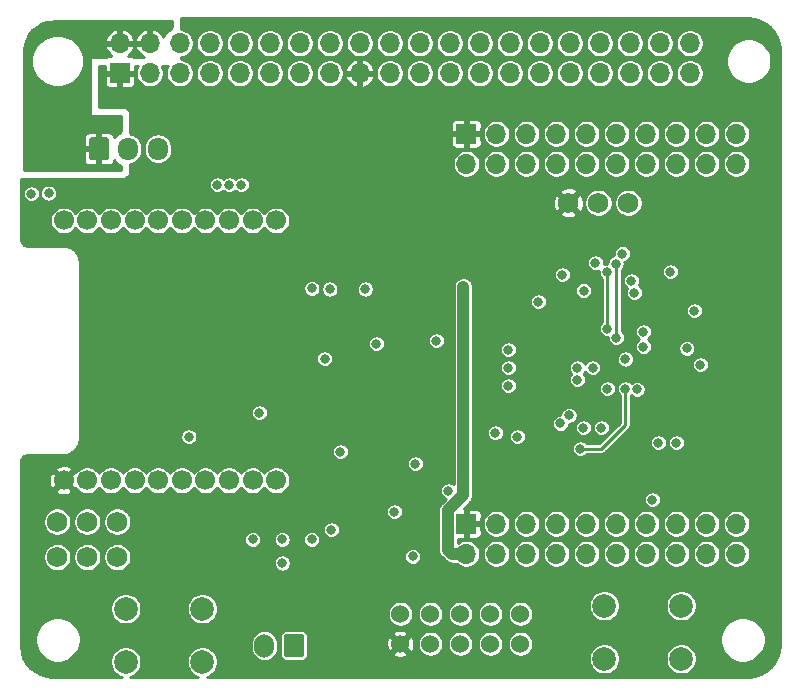
<source format=gbr>
G04 #@! TF.GenerationSoftware,KiCad,Pcbnew,(5.1.5)-3*
G04 #@! TF.CreationDate,2020-11-16T12:55:27+01:00*
G04 #@! TF.ProjectId,bus_raspi,6275735f-7261-4737-9069-2e6b69636164,rev?*
G04 #@! TF.SameCoordinates,Original*
G04 #@! TF.FileFunction,Copper,L3,Inr*
G04 #@! TF.FilePolarity,Positive*
%FSLAX46Y46*%
G04 Gerber Fmt 4.6, Leading zero omitted, Abs format (unit mm)*
G04 Created by KiCad (PCBNEW (5.1.5)-3) date 2020-11-16 12:55:27*
%MOMM*%
%LPD*%
G04 APERTURE LIST*
%ADD10C,1.700000*%
%ADD11C,1.750000*%
%ADD12C,2.000000*%
%ADD13C,1.524000*%
%ADD14O,1.700000X1.950000*%
%ADD15C,0.100000*%
%ADD16O,1.700000X1.700000*%
%ADD17R,1.700000X1.700000*%
%ADD18O,1.700000X2.000000*%
%ADD19C,0.800000*%
%ADD20C,1.000000*%
%ADD21C,0.250000*%
%ADD22C,0.254000*%
G04 APERTURE END LIST*
D10*
X4000000Y-17500000D03*
X6000000Y-17500000D03*
X8000000Y-17500000D03*
X10000000Y-17500000D03*
X12000000Y-17500000D03*
X14000000Y-17500000D03*
X16000000Y-17500000D03*
X18000000Y-17500000D03*
X20000000Y-17500000D03*
X22000000Y-17500000D03*
X22000000Y-39500000D03*
X20000000Y-39500000D03*
X18000000Y-39500000D03*
X16000000Y-39500000D03*
X14000000Y-39500000D03*
X12000000Y-39500000D03*
X10000000Y-39500000D03*
X8000000Y-39500000D03*
X6000000Y-39500000D03*
X4000000Y-39500000D03*
D11*
X51816000Y-16002000D03*
X49276000Y-16002000D03*
X46736000Y-16002000D03*
X8540000Y-46000000D03*
X6000000Y-46000000D03*
X3460000Y-46000000D03*
X8540000Y-43000000D03*
X6000000Y-43000000D03*
X3460000Y-43000000D03*
D12*
X9248000Y-54864000D03*
X9248000Y-50364000D03*
X15748000Y-54864000D03*
X15748000Y-50364000D03*
X49784000Y-54610000D03*
X49784000Y-50110000D03*
X56284000Y-54610000D03*
X56284000Y-50110000D03*
D13*
X42672000Y-50800000D03*
X42672000Y-53340000D03*
X40132000Y-50800000D03*
X40132000Y-53340000D03*
X37592000Y-50800000D03*
X37592000Y-53340000D03*
X35052000Y-50800000D03*
X35052000Y-53340000D03*
X32512000Y-50800000D03*
X32512000Y-53340000D03*
D14*
X11985000Y-11430000D03*
X9485000Y-11430000D03*
G04 #@! TA.AperFunction,ViaPad*
D15*
G36*
X7609504Y-10456204D02*
G01*
X7633773Y-10459804D01*
X7657571Y-10465765D01*
X7680671Y-10474030D01*
X7702849Y-10484520D01*
X7723893Y-10497133D01*
X7743598Y-10511747D01*
X7761777Y-10528223D01*
X7778253Y-10546402D01*
X7792867Y-10566107D01*
X7805480Y-10587151D01*
X7815970Y-10609329D01*
X7824235Y-10632429D01*
X7830196Y-10656227D01*
X7833796Y-10680496D01*
X7835000Y-10705000D01*
X7835000Y-12155000D01*
X7833796Y-12179504D01*
X7830196Y-12203773D01*
X7824235Y-12227571D01*
X7815970Y-12250671D01*
X7805480Y-12272849D01*
X7792867Y-12293893D01*
X7778253Y-12313598D01*
X7761777Y-12331777D01*
X7743598Y-12348253D01*
X7723893Y-12362867D01*
X7702849Y-12375480D01*
X7680671Y-12385970D01*
X7657571Y-12394235D01*
X7633773Y-12400196D01*
X7609504Y-12403796D01*
X7585000Y-12405000D01*
X6385000Y-12405000D01*
X6360496Y-12403796D01*
X6336227Y-12400196D01*
X6312429Y-12394235D01*
X6289329Y-12385970D01*
X6267151Y-12375480D01*
X6246107Y-12362867D01*
X6226402Y-12348253D01*
X6208223Y-12331777D01*
X6191747Y-12313598D01*
X6177133Y-12293893D01*
X6164520Y-12272849D01*
X6154030Y-12250671D01*
X6145765Y-12227571D01*
X6139804Y-12203773D01*
X6136204Y-12179504D01*
X6135000Y-12155000D01*
X6135000Y-10705000D01*
X6136204Y-10680496D01*
X6139804Y-10656227D01*
X6145765Y-10632429D01*
X6154030Y-10609329D01*
X6164520Y-10587151D01*
X6177133Y-10566107D01*
X6191747Y-10546402D01*
X6208223Y-10528223D01*
X6226402Y-10511747D01*
X6246107Y-10497133D01*
X6267151Y-10484520D01*
X6289329Y-10474030D01*
X6312429Y-10465765D01*
X6336227Y-10459804D01*
X6360496Y-10456204D01*
X6385000Y-10455000D01*
X7585000Y-10455000D01*
X7609504Y-10456204D01*
G37*
G04 #@! TD.AperFunction*
D16*
X60960000Y-12700000D03*
X60960000Y-10160000D03*
X58420000Y-12700000D03*
X58420000Y-10160000D03*
X55880000Y-12700000D03*
X55880000Y-10160000D03*
X53340000Y-12700000D03*
X53340000Y-10160000D03*
X50800000Y-12700000D03*
X50800000Y-10160000D03*
X48260000Y-12700000D03*
X48260000Y-10160000D03*
X45720000Y-12700000D03*
X45720000Y-10160000D03*
X43180000Y-12700000D03*
X43180000Y-10160000D03*
X40640000Y-12700000D03*
X40640000Y-10160000D03*
X38100000Y-12700000D03*
D17*
X38100000Y-10160000D03*
D16*
X60960000Y-45720000D03*
X60960000Y-43180000D03*
X58420000Y-45720000D03*
X58420000Y-43180000D03*
X55880000Y-45720000D03*
X55880000Y-43180000D03*
X53340000Y-45720000D03*
X53340000Y-43180000D03*
X50800000Y-45720000D03*
X50800000Y-43180000D03*
X48260000Y-45720000D03*
X48260000Y-43180000D03*
X45720000Y-45720000D03*
X45720000Y-43180000D03*
X43180000Y-45720000D03*
X43180000Y-43180000D03*
X40640000Y-45720000D03*
X40640000Y-43180000D03*
X38100000Y-45720000D03*
D17*
X38100000Y-43180000D03*
D16*
X57010000Y-2490000D03*
X57010000Y-5030000D03*
X54470000Y-2490000D03*
X54470000Y-5030000D03*
X51930000Y-2490000D03*
X51930000Y-5030000D03*
X49390000Y-2490000D03*
X49390000Y-5030000D03*
X46850000Y-2490000D03*
X46850000Y-5030000D03*
X44310000Y-2490000D03*
X44310000Y-5030000D03*
X41770000Y-2490000D03*
X41770000Y-5030000D03*
X39230000Y-2490000D03*
X39230000Y-5030000D03*
X36690000Y-2490000D03*
X36690000Y-5030000D03*
X34150000Y-2490000D03*
X34150000Y-5030000D03*
X31610000Y-2490000D03*
X31610000Y-5030000D03*
X29070000Y-2490000D03*
X29070000Y-5030000D03*
X26530000Y-2490000D03*
X26530000Y-5030000D03*
X23990000Y-2490000D03*
X23990000Y-5030000D03*
X21450000Y-2490000D03*
X21450000Y-5030000D03*
X18910000Y-2490000D03*
X18910000Y-5030000D03*
X16370000Y-2490000D03*
X16370000Y-5030000D03*
X13830000Y-2490000D03*
X13830000Y-5030000D03*
X11290000Y-2490000D03*
X11290000Y-5030000D03*
X8750000Y-2490000D03*
D17*
X8750000Y-5030000D03*
D18*
X21000000Y-53500000D03*
G04 #@! TA.AperFunction,ViaPad*
D15*
G36*
X24124504Y-52501204D02*
G01*
X24148773Y-52504804D01*
X24172571Y-52510765D01*
X24195671Y-52519030D01*
X24217849Y-52529520D01*
X24238893Y-52542133D01*
X24258598Y-52556747D01*
X24276777Y-52573223D01*
X24293253Y-52591402D01*
X24307867Y-52611107D01*
X24320480Y-52632151D01*
X24330970Y-52654329D01*
X24339235Y-52677429D01*
X24345196Y-52701227D01*
X24348796Y-52725496D01*
X24350000Y-52750000D01*
X24350000Y-54250000D01*
X24348796Y-54274504D01*
X24345196Y-54298773D01*
X24339235Y-54322571D01*
X24330970Y-54345671D01*
X24320480Y-54367849D01*
X24307867Y-54388893D01*
X24293253Y-54408598D01*
X24276777Y-54426777D01*
X24258598Y-54443253D01*
X24238893Y-54457867D01*
X24217849Y-54470480D01*
X24195671Y-54480970D01*
X24172571Y-54489235D01*
X24148773Y-54495196D01*
X24124504Y-54498796D01*
X24100000Y-54500000D01*
X22900000Y-54500000D01*
X22875496Y-54498796D01*
X22851227Y-54495196D01*
X22827429Y-54489235D01*
X22804329Y-54480970D01*
X22782151Y-54470480D01*
X22761107Y-54457867D01*
X22741402Y-54443253D01*
X22723223Y-54426777D01*
X22706747Y-54408598D01*
X22692133Y-54388893D01*
X22679520Y-54367849D01*
X22669030Y-54345671D01*
X22660765Y-54322571D01*
X22654804Y-54298773D01*
X22651204Y-54274504D01*
X22650000Y-54250000D01*
X22650000Y-52750000D01*
X22651204Y-52725496D01*
X22654804Y-52701227D01*
X22660765Y-52677429D01*
X22669030Y-52654329D01*
X22679520Y-52632151D01*
X22692133Y-52611107D01*
X22706747Y-52591402D01*
X22723223Y-52573223D01*
X22741402Y-52556747D01*
X22761107Y-52542133D01*
X22782151Y-52529520D01*
X22804329Y-52519030D01*
X22827429Y-52510765D01*
X22851227Y-52504804D01*
X22875496Y-52501204D01*
X22900000Y-52500000D01*
X24100000Y-52500000D01*
X24124504Y-52501204D01*
G37*
G04 #@! TD.AperFunction*
D19*
X14605000Y-35814000D03*
X1270000Y-15240000D03*
X22500000Y-44500000D03*
X22500000Y-46500000D03*
X25000000Y-44500000D03*
X20000000Y-44500000D03*
X20574000Y-33782000D03*
X26098500Y-29210000D03*
X25019000Y-23241000D03*
X26543000Y-23304500D03*
X29527500Y-23304500D03*
X2735601Y-15181601D03*
X35560000Y-27686000D03*
X32004000Y-42164000D03*
X41656000Y-31496000D03*
X41656000Y-29972000D03*
X41656000Y-28448000D03*
X47498000Y-29972000D03*
X52545088Y-31793931D03*
X46228000Y-22098000D03*
X48015966Y-23449989D03*
X57404000Y-25146000D03*
X55880000Y-36322000D03*
X54356000Y-36322000D03*
X53086000Y-26924000D03*
X30479986Y-27940000D03*
X27432000Y-37084000D03*
X14605000Y-37338000D03*
X23622000Y-37338000D03*
X24828500Y-29210000D03*
X32004000Y-45720000D03*
X41656000Y-26924000D03*
X55880000Y-32766000D03*
X53848000Y-25146000D03*
X45212000Y-25146000D03*
X44196000Y-32280990D03*
X1270000Y-11430000D03*
X2794000Y-11430000D03*
X37846000Y-25146000D03*
X37846000Y-24130000D03*
X37846000Y-23114000D03*
X19050000Y-14478000D03*
X18034000Y-14478000D03*
X17018000Y-14478000D03*
X48006000Y-35052000D03*
X49530000Y-35052008D03*
X42418000Y-35814000D03*
X50038000Y-31750000D03*
X46789204Y-33985467D03*
X40554908Y-35484228D03*
X51312110Y-20313745D03*
X53090653Y-28189347D03*
X55372000Y-21844000D03*
X56764347Y-28325653D03*
X33782000Y-38100000D03*
X26670000Y-43688000D03*
X52070000Y-22606000D03*
X44196000Y-24384000D03*
X50038000Y-21881000D03*
X50038000Y-26670000D03*
X46064125Y-34674136D03*
X47498000Y-30988000D03*
X48783322Y-29972000D03*
X53848000Y-41148000D03*
X57912000Y-29718000D03*
X52324000Y-23622000D03*
X33553500Y-45948500D03*
X36576000Y-40386000D03*
X47752000Y-36830000D03*
X51562000Y-29235000D03*
X51546083Y-31749289D03*
X50763000Y-21149497D03*
X50800000Y-27432000D03*
X49022000Y-21082000D03*
D20*
X36897919Y-45720000D02*
X36549999Y-45372080D01*
X37846000Y-40744002D02*
X37846000Y-25146000D01*
X38100000Y-45720000D02*
X36897919Y-45720000D01*
X36549999Y-45372080D02*
X36549999Y-42040003D01*
X36549999Y-42040003D02*
X37846000Y-40744002D01*
X37846000Y-25146000D02*
X37846000Y-24130000D01*
X37846000Y-24130000D02*
X37846000Y-23114000D01*
D21*
X50038000Y-21881000D02*
X50038000Y-26670000D01*
X51546083Y-31749289D02*
X51546083Y-34813917D01*
X49530000Y-36830000D02*
X47752000Y-36830000D01*
X51546083Y-34813917D02*
X49530000Y-36830000D01*
X50800000Y-21186497D02*
X50763000Y-21149497D01*
X50800000Y-27432000D02*
X50800000Y-21186497D01*
D22*
G36*
X61882982Y-368885D02*
G01*
X61956862Y-384588D01*
X61962235Y-385153D01*
X62507173Y-438585D01*
X62995031Y-585878D01*
X63444985Y-825122D01*
X63839902Y-1147209D01*
X64164736Y-1539865D01*
X64407116Y-1988138D01*
X64557812Y-2474955D01*
X64612997Y-3000007D01*
X64613002Y-3001349D01*
X64620634Y-3076492D01*
X64642717Y-3148720D01*
X64648001Y-3158575D01*
X64648000Y-53343588D01*
X64631115Y-53382983D01*
X64615412Y-53456862D01*
X64614847Y-53462235D01*
X64561415Y-54007173D01*
X64414122Y-54495031D01*
X64174878Y-54944985D01*
X63852792Y-55339901D01*
X63460132Y-55664738D01*
X63011862Y-55907116D01*
X62525043Y-56057812D01*
X61999993Y-56112997D01*
X61998651Y-56113002D01*
X61923508Y-56120634D01*
X61851280Y-56142717D01*
X61841427Y-56148000D01*
X16094873Y-56148000D01*
X16135072Y-56140004D01*
X16376570Y-56039972D01*
X16593913Y-55894748D01*
X16778748Y-55709913D01*
X16923972Y-55492570D01*
X17024004Y-55251072D01*
X17075000Y-54994698D01*
X17075000Y-54733302D01*
X17024004Y-54476928D01*
X16923972Y-54235430D01*
X16778748Y-54018087D01*
X16593913Y-53833252D01*
X16376570Y-53688028D01*
X16135072Y-53587996D01*
X15878698Y-53537000D01*
X15617302Y-53537000D01*
X15360928Y-53587996D01*
X15119430Y-53688028D01*
X14902087Y-53833252D01*
X14717252Y-54018087D01*
X14572028Y-54235430D01*
X14471996Y-54476928D01*
X14421000Y-54733302D01*
X14421000Y-54994698D01*
X14471996Y-55251072D01*
X14572028Y-55492570D01*
X14717252Y-55709913D01*
X14902087Y-55894748D01*
X15119430Y-56039972D01*
X15360928Y-56140004D01*
X15401127Y-56148000D01*
X9594873Y-56148000D01*
X9635072Y-56140004D01*
X9876570Y-56039972D01*
X10093913Y-55894748D01*
X10278748Y-55709913D01*
X10423972Y-55492570D01*
X10524004Y-55251072D01*
X10575000Y-54994698D01*
X10575000Y-54733302D01*
X10524004Y-54476928D01*
X10423972Y-54235430D01*
X10278748Y-54018087D01*
X10093913Y-53833252D01*
X9876570Y-53688028D01*
X9635072Y-53587996D01*
X9378698Y-53537000D01*
X9117302Y-53537000D01*
X8860928Y-53587996D01*
X8619430Y-53688028D01*
X8402087Y-53833252D01*
X8217252Y-54018087D01*
X8072028Y-54235430D01*
X7971996Y-54476928D01*
X7921000Y-54733302D01*
X7921000Y-54994698D01*
X7971996Y-55251072D01*
X8072028Y-55492570D01*
X8217252Y-55709913D01*
X8402087Y-55894748D01*
X8619430Y-56039972D01*
X8860928Y-56140004D01*
X8901127Y-56148000D01*
X3156412Y-56148000D01*
X3117017Y-56131115D01*
X3043138Y-56115412D01*
X3037765Y-56114847D01*
X2492827Y-56061415D01*
X2004969Y-55914122D01*
X1555015Y-55674878D01*
X1160099Y-55352792D01*
X835262Y-54960132D01*
X592884Y-54511862D01*
X442188Y-54025043D01*
X387003Y-53499993D01*
X386998Y-53498651D01*
X379366Y-53423508D01*
X357283Y-53351280D01*
X352000Y-53341427D01*
X352000Y-52810207D01*
X1573000Y-52810207D01*
X1573000Y-53189793D01*
X1647053Y-53562085D01*
X1792315Y-53912777D01*
X2003201Y-54228391D01*
X2271609Y-54496799D01*
X2587223Y-54707685D01*
X2937915Y-54852947D01*
X3310207Y-54927000D01*
X3689793Y-54927000D01*
X4062085Y-54852947D01*
X4412777Y-54707685D01*
X4728391Y-54496799D01*
X4996799Y-54228391D01*
X5207685Y-53912777D01*
X5352947Y-53562085D01*
X5406632Y-53292188D01*
X19823000Y-53292188D01*
X19823000Y-53707811D01*
X19840031Y-53880731D01*
X19907333Y-54102596D01*
X20016626Y-54307069D01*
X20163709Y-54486291D01*
X20342930Y-54633374D01*
X20547403Y-54742667D01*
X20769268Y-54809969D01*
X21000000Y-54832694D01*
X21230731Y-54809969D01*
X21452596Y-54742667D01*
X21657069Y-54633374D01*
X21836291Y-54486291D01*
X21983374Y-54307070D01*
X22092667Y-54102597D01*
X22159969Y-53880732D01*
X22177000Y-53707812D01*
X22177000Y-53292189D01*
X22159969Y-53119269D01*
X22092667Y-52897404D01*
X22013878Y-52750000D01*
X22321418Y-52750000D01*
X22321418Y-54250000D01*
X22332535Y-54362876D01*
X22365460Y-54471414D01*
X22418927Y-54571443D01*
X22490881Y-54659119D01*
X22578557Y-54731073D01*
X22678586Y-54784540D01*
X22787124Y-54817465D01*
X22900000Y-54828582D01*
X24100000Y-54828582D01*
X24212876Y-54817465D01*
X24321414Y-54784540D01*
X24421443Y-54731073D01*
X24509119Y-54659119D01*
X24581073Y-54571443D01*
X24634540Y-54471414D01*
X24667465Y-54362876D01*
X24678582Y-54250000D01*
X24678582Y-54191376D01*
X31834572Y-54191376D01*
X31912982Y-54373737D01*
X32126164Y-54470737D01*
X32354174Y-54524284D01*
X32588249Y-54532318D01*
X32819393Y-54494533D01*
X32860056Y-54479302D01*
X48457000Y-54479302D01*
X48457000Y-54740698D01*
X48507996Y-54997072D01*
X48608028Y-55238570D01*
X48753252Y-55455913D01*
X48938087Y-55640748D01*
X49155430Y-55785972D01*
X49396928Y-55886004D01*
X49653302Y-55937000D01*
X49914698Y-55937000D01*
X50171072Y-55886004D01*
X50412570Y-55785972D01*
X50629913Y-55640748D01*
X50814748Y-55455913D01*
X50959972Y-55238570D01*
X51060004Y-54997072D01*
X51111000Y-54740698D01*
X51111000Y-54479302D01*
X54957000Y-54479302D01*
X54957000Y-54740698D01*
X55007996Y-54997072D01*
X55108028Y-55238570D01*
X55253252Y-55455913D01*
X55438087Y-55640748D01*
X55655430Y-55785972D01*
X55896928Y-55886004D01*
X56153302Y-55937000D01*
X56414698Y-55937000D01*
X56671072Y-55886004D01*
X56912570Y-55785972D01*
X57129913Y-55640748D01*
X57314748Y-55455913D01*
X57459972Y-55238570D01*
X57560004Y-54997072D01*
X57611000Y-54740698D01*
X57611000Y-54479302D01*
X57560004Y-54222928D01*
X57459972Y-53981430D01*
X57314748Y-53764087D01*
X57129913Y-53579252D01*
X56912570Y-53434028D01*
X56671072Y-53333996D01*
X56414698Y-53283000D01*
X56153302Y-53283000D01*
X55896928Y-53333996D01*
X55655430Y-53434028D01*
X55438087Y-53579252D01*
X55253252Y-53764087D01*
X55108028Y-53981430D01*
X55007996Y-54222928D01*
X54957000Y-54479302D01*
X51111000Y-54479302D01*
X51060004Y-54222928D01*
X50959972Y-53981430D01*
X50814748Y-53764087D01*
X50629913Y-53579252D01*
X50412570Y-53434028D01*
X50171072Y-53333996D01*
X49914698Y-53283000D01*
X49653302Y-53283000D01*
X49396928Y-53333996D01*
X49155430Y-53434028D01*
X48938087Y-53579252D01*
X48753252Y-53764087D01*
X48608028Y-53981430D01*
X48507996Y-54222928D01*
X48457000Y-54479302D01*
X32860056Y-54479302D01*
X33038725Y-54412380D01*
X33111018Y-54373737D01*
X33189428Y-54191376D01*
X32512000Y-53513948D01*
X31834572Y-54191376D01*
X24678582Y-54191376D01*
X24678582Y-53416249D01*
X31319682Y-53416249D01*
X31357467Y-53647393D01*
X31439620Y-53866725D01*
X31478263Y-53939018D01*
X31660624Y-54017428D01*
X32338052Y-53340000D01*
X32685948Y-53340000D01*
X33363376Y-54017428D01*
X33545737Y-53939018D01*
X33642737Y-53725836D01*
X33696284Y-53497826D01*
X33704318Y-53263751D01*
X33699250Y-53232743D01*
X33963000Y-53232743D01*
X33963000Y-53447257D01*
X34004850Y-53657650D01*
X34086941Y-53855835D01*
X34206119Y-54034197D01*
X34357803Y-54185881D01*
X34536165Y-54305059D01*
X34734350Y-54387150D01*
X34944743Y-54429000D01*
X35159257Y-54429000D01*
X35369650Y-54387150D01*
X35567835Y-54305059D01*
X35746197Y-54185881D01*
X35897881Y-54034197D01*
X36017059Y-53855835D01*
X36099150Y-53657650D01*
X36141000Y-53447257D01*
X36141000Y-53232743D01*
X36503000Y-53232743D01*
X36503000Y-53447257D01*
X36544850Y-53657650D01*
X36626941Y-53855835D01*
X36746119Y-54034197D01*
X36897803Y-54185881D01*
X37076165Y-54305059D01*
X37274350Y-54387150D01*
X37484743Y-54429000D01*
X37699257Y-54429000D01*
X37909650Y-54387150D01*
X38107835Y-54305059D01*
X38286197Y-54185881D01*
X38437881Y-54034197D01*
X38557059Y-53855835D01*
X38639150Y-53657650D01*
X38681000Y-53447257D01*
X38681000Y-53232743D01*
X39043000Y-53232743D01*
X39043000Y-53447257D01*
X39084850Y-53657650D01*
X39166941Y-53855835D01*
X39286119Y-54034197D01*
X39437803Y-54185881D01*
X39616165Y-54305059D01*
X39814350Y-54387150D01*
X40024743Y-54429000D01*
X40239257Y-54429000D01*
X40449650Y-54387150D01*
X40647835Y-54305059D01*
X40826197Y-54185881D01*
X40977881Y-54034197D01*
X41097059Y-53855835D01*
X41179150Y-53657650D01*
X41221000Y-53447257D01*
X41221000Y-53232743D01*
X41583000Y-53232743D01*
X41583000Y-53447257D01*
X41624850Y-53657650D01*
X41706941Y-53855835D01*
X41826119Y-54034197D01*
X41977803Y-54185881D01*
X42156165Y-54305059D01*
X42354350Y-54387150D01*
X42564743Y-54429000D01*
X42779257Y-54429000D01*
X42989650Y-54387150D01*
X43187835Y-54305059D01*
X43366197Y-54185881D01*
X43517881Y-54034197D01*
X43637059Y-53855835D01*
X43719150Y-53657650D01*
X43761000Y-53447257D01*
X43761000Y-53232743D01*
X43719150Y-53022350D01*
X43637059Y-52824165D01*
X43627733Y-52810207D01*
X59573000Y-52810207D01*
X59573000Y-53189793D01*
X59647053Y-53562085D01*
X59792315Y-53912777D01*
X60003201Y-54228391D01*
X60271609Y-54496799D01*
X60587223Y-54707685D01*
X60937915Y-54852947D01*
X61310207Y-54927000D01*
X61689793Y-54927000D01*
X62062085Y-54852947D01*
X62412777Y-54707685D01*
X62728391Y-54496799D01*
X62996799Y-54228391D01*
X63207685Y-53912777D01*
X63352947Y-53562085D01*
X63427000Y-53189793D01*
X63427000Y-52810207D01*
X63352947Y-52437915D01*
X63207685Y-52087223D01*
X62996799Y-51771609D01*
X62728391Y-51503201D01*
X62412777Y-51292315D01*
X62062085Y-51147053D01*
X61689793Y-51073000D01*
X61310207Y-51073000D01*
X60937915Y-51147053D01*
X60587223Y-51292315D01*
X60271609Y-51503201D01*
X60003201Y-51771609D01*
X59792315Y-52087223D01*
X59647053Y-52437915D01*
X59573000Y-52810207D01*
X43627733Y-52810207D01*
X43517881Y-52645803D01*
X43366197Y-52494119D01*
X43187835Y-52374941D01*
X42989650Y-52292850D01*
X42779257Y-52251000D01*
X42564743Y-52251000D01*
X42354350Y-52292850D01*
X42156165Y-52374941D01*
X41977803Y-52494119D01*
X41826119Y-52645803D01*
X41706941Y-52824165D01*
X41624850Y-53022350D01*
X41583000Y-53232743D01*
X41221000Y-53232743D01*
X41179150Y-53022350D01*
X41097059Y-52824165D01*
X40977881Y-52645803D01*
X40826197Y-52494119D01*
X40647835Y-52374941D01*
X40449650Y-52292850D01*
X40239257Y-52251000D01*
X40024743Y-52251000D01*
X39814350Y-52292850D01*
X39616165Y-52374941D01*
X39437803Y-52494119D01*
X39286119Y-52645803D01*
X39166941Y-52824165D01*
X39084850Y-53022350D01*
X39043000Y-53232743D01*
X38681000Y-53232743D01*
X38639150Y-53022350D01*
X38557059Y-52824165D01*
X38437881Y-52645803D01*
X38286197Y-52494119D01*
X38107835Y-52374941D01*
X37909650Y-52292850D01*
X37699257Y-52251000D01*
X37484743Y-52251000D01*
X37274350Y-52292850D01*
X37076165Y-52374941D01*
X36897803Y-52494119D01*
X36746119Y-52645803D01*
X36626941Y-52824165D01*
X36544850Y-53022350D01*
X36503000Y-53232743D01*
X36141000Y-53232743D01*
X36099150Y-53022350D01*
X36017059Y-52824165D01*
X35897881Y-52645803D01*
X35746197Y-52494119D01*
X35567835Y-52374941D01*
X35369650Y-52292850D01*
X35159257Y-52251000D01*
X34944743Y-52251000D01*
X34734350Y-52292850D01*
X34536165Y-52374941D01*
X34357803Y-52494119D01*
X34206119Y-52645803D01*
X34086941Y-52824165D01*
X34004850Y-53022350D01*
X33963000Y-53232743D01*
X33699250Y-53232743D01*
X33666533Y-53032607D01*
X33584380Y-52813275D01*
X33545737Y-52740982D01*
X33363376Y-52662572D01*
X32685948Y-53340000D01*
X32338052Y-53340000D01*
X31660624Y-52662572D01*
X31478263Y-52740982D01*
X31381263Y-52954164D01*
X31327716Y-53182174D01*
X31319682Y-53416249D01*
X24678582Y-53416249D01*
X24678582Y-52750000D01*
X24667465Y-52637124D01*
X24634540Y-52528586D01*
X24613180Y-52488624D01*
X31834572Y-52488624D01*
X32512000Y-53166052D01*
X33189428Y-52488624D01*
X33111018Y-52306263D01*
X32897836Y-52209263D01*
X32669826Y-52155716D01*
X32435751Y-52147682D01*
X32204607Y-52185467D01*
X31985275Y-52267620D01*
X31912982Y-52306263D01*
X31834572Y-52488624D01*
X24613180Y-52488624D01*
X24581073Y-52428557D01*
X24509119Y-52340881D01*
X24421443Y-52268927D01*
X24321414Y-52215460D01*
X24212876Y-52182535D01*
X24100000Y-52171418D01*
X22900000Y-52171418D01*
X22787124Y-52182535D01*
X22678586Y-52215460D01*
X22578557Y-52268927D01*
X22490881Y-52340881D01*
X22418927Y-52428557D01*
X22365460Y-52528586D01*
X22332535Y-52637124D01*
X22321418Y-52750000D01*
X22013878Y-52750000D01*
X21983374Y-52692931D01*
X21836291Y-52513709D01*
X21657070Y-52366626D01*
X21452597Y-52257333D01*
X21230732Y-52190031D01*
X21000000Y-52167306D01*
X20769269Y-52190031D01*
X20547404Y-52257333D01*
X20342931Y-52366626D01*
X20163710Y-52513709D01*
X20016627Y-52692930D01*
X19907333Y-52897403D01*
X19840031Y-53119268D01*
X19823000Y-53292188D01*
X5406632Y-53292188D01*
X5427000Y-53189793D01*
X5427000Y-52810207D01*
X5352947Y-52437915D01*
X5207685Y-52087223D01*
X4996799Y-51771609D01*
X4728391Y-51503201D01*
X4412777Y-51292315D01*
X4062085Y-51147053D01*
X3689793Y-51073000D01*
X3310207Y-51073000D01*
X2937915Y-51147053D01*
X2587223Y-51292315D01*
X2271609Y-51503201D01*
X2003201Y-51771609D01*
X1792315Y-52087223D01*
X1647053Y-52437915D01*
X1573000Y-52810207D01*
X352000Y-52810207D01*
X352000Y-50233302D01*
X7921000Y-50233302D01*
X7921000Y-50494698D01*
X7971996Y-50751072D01*
X8072028Y-50992570D01*
X8217252Y-51209913D01*
X8402087Y-51394748D01*
X8619430Y-51539972D01*
X8860928Y-51640004D01*
X9117302Y-51691000D01*
X9378698Y-51691000D01*
X9635072Y-51640004D01*
X9876570Y-51539972D01*
X10093913Y-51394748D01*
X10278748Y-51209913D01*
X10423972Y-50992570D01*
X10524004Y-50751072D01*
X10575000Y-50494698D01*
X10575000Y-50233302D01*
X14421000Y-50233302D01*
X14421000Y-50494698D01*
X14471996Y-50751072D01*
X14572028Y-50992570D01*
X14717252Y-51209913D01*
X14902087Y-51394748D01*
X15119430Y-51539972D01*
X15360928Y-51640004D01*
X15617302Y-51691000D01*
X15878698Y-51691000D01*
X16135072Y-51640004D01*
X16376570Y-51539972D01*
X16593913Y-51394748D01*
X16778748Y-51209913D01*
X16923972Y-50992570D01*
X17024004Y-50751072D01*
X17035606Y-50692743D01*
X31423000Y-50692743D01*
X31423000Y-50907257D01*
X31464850Y-51117650D01*
X31546941Y-51315835D01*
X31666119Y-51494197D01*
X31817803Y-51645881D01*
X31996165Y-51765059D01*
X32194350Y-51847150D01*
X32404743Y-51889000D01*
X32619257Y-51889000D01*
X32829650Y-51847150D01*
X33027835Y-51765059D01*
X33206197Y-51645881D01*
X33357881Y-51494197D01*
X33477059Y-51315835D01*
X33559150Y-51117650D01*
X33601000Y-50907257D01*
X33601000Y-50692743D01*
X33963000Y-50692743D01*
X33963000Y-50907257D01*
X34004850Y-51117650D01*
X34086941Y-51315835D01*
X34206119Y-51494197D01*
X34357803Y-51645881D01*
X34536165Y-51765059D01*
X34734350Y-51847150D01*
X34944743Y-51889000D01*
X35159257Y-51889000D01*
X35369650Y-51847150D01*
X35567835Y-51765059D01*
X35746197Y-51645881D01*
X35897881Y-51494197D01*
X36017059Y-51315835D01*
X36099150Y-51117650D01*
X36141000Y-50907257D01*
X36141000Y-50692743D01*
X36503000Y-50692743D01*
X36503000Y-50907257D01*
X36544850Y-51117650D01*
X36626941Y-51315835D01*
X36746119Y-51494197D01*
X36897803Y-51645881D01*
X37076165Y-51765059D01*
X37274350Y-51847150D01*
X37484743Y-51889000D01*
X37699257Y-51889000D01*
X37909650Y-51847150D01*
X38107835Y-51765059D01*
X38286197Y-51645881D01*
X38437881Y-51494197D01*
X38557059Y-51315835D01*
X38639150Y-51117650D01*
X38681000Y-50907257D01*
X38681000Y-50692743D01*
X39043000Y-50692743D01*
X39043000Y-50907257D01*
X39084850Y-51117650D01*
X39166941Y-51315835D01*
X39286119Y-51494197D01*
X39437803Y-51645881D01*
X39616165Y-51765059D01*
X39814350Y-51847150D01*
X40024743Y-51889000D01*
X40239257Y-51889000D01*
X40449650Y-51847150D01*
X40647835Y-51765059D01*
X40826197Y-51645881D01*
X40977881Y-51494197D01*
X41097059Y-51315835D01*
X41179150Y-51117650D01*
X41221000Y-50907257D01*
X41221000Y-50692743D01*
X41583000Y-50692743D01*
X41583000Y-50907257D01*
X41624850Y-51117650D01*
X41706941Y-51315835D01*
X41826119Y-51494197D01*
X41977803Y-51645881D01*
X42156165Y-51765059D01*
X42354350Y-51847150D01*
X42564743Y-51889000D01*
X42779257Y-51889000D01*
X42989650Y-51847150D01*
X43187835Y-51765059D01*
X43366197Y-51645881D01*
X43517881Y-51494197D01*
X43637059Y-51315835D01*
X43719150Y-51117650D01*
X43761000Y-50907257D01*
X43761000Y-50692743D01*
X43719150Y-50482350D01*
X43637059Y-50284165D01*
X43517881Y-50105803D01*
X43391380Y-49979302D01*
X48457000Y-49979302D01*
X48457000Y-50240698D01*
X48507996Y-50497072D01*
X48608028Y-50738570D01*
X48753252Y-50955913D01*
X48938087Y-51140748D01*
X49155430Y-51285972D01*
X49396928Y-51386004D01*
X49653302Y-51437000D01*
X49914698Y-51437000D01*
X50171072Y-51386004D01*
X50412570Y-51285972D01*
X50629913Y-51140748D01*
X50814748Y-50955913D01*
X50959972Y-50738570D01*
X51060004Y-50497072D01*
X51111000Y-50240698D01*
X51111000Y-49979302D01*
X54957000Y-49979302D01*
X54957000Y-50240698D01*
X55007996Y-50497072D01*
X55108028Y-50738570D01*
X55253252Y-50955913D01*
X55438087Y-51140748D01*
X55655430Y-51285972D01*
X55896928Y-51386004D01*
X56153302Y-51437000D01*
X56414698Y-51437000D01*
X56671072Y-51386004D01*
X56912570Y-51285972D01*
X57129913Y-51140748D01*
X57314748Y-50955913D01*
X57459972Y-50738570D01*
X57560004Y-50497072D01*
X57611000Y-50240698D01*
X57611000Y-49979302D01*
X57560004Y-49722928D01*
X57459972Y-49481430D01*
X57314748Y-49264087D01*
X57129913Y-49079252D01*
X56912570Y-48934028D01*
X56671072Y-48833996D01*
X56414698Y-48783000D01*
X56153302Y-48783000D01*
X55896928Y-48833996D01*
X55655430Y-48934028D01*
X55438087Y-49079252D01*
X55253252Y-49264087D01*
X55108028Y-49481430D01*
X55007996Y-49722928D01*
X54957000Y-49979302D01*
X51111000Y-49979302D01*
X51060004Y-49722928D01*
X50959972Y-49481430D01*
X50814748Y-49264087D01*
X50629913Y-49079252D01*
X50412570Y-48934028D01*
X50171072Y-48833996D01*
X49914698Y-48783000D01*
X49653302Y-48783000D01*
X49396928Y-48833996D01*
X49155430Y-48934028D01*
X48938087Y-49079252D01*
X48753252Y-49264087D01*
X48608028Y-49481430D01*
X48507996Y-49722928D01*
X48457000Y-49979302D01*
X43391380Y-49979302D01*
X43366197Y-49954119D01*
X43187835Y-49834941D01*
X42989650Y-49752850D01*
X42779257Y-49711000D01*
X42564743Y-49711000D01*
X42354350Y-49752850D01*
X42156165Y-49834941D01*
X41977803Y-49954119D01*
X41826119Y-50105803D01*
X41706941Y-50284165D01*
X41624850Y-50482350D01*
X41583000Y-50692743D01*
X41221000Y-50692743D01*
X41179150Y-50482350D01*
X41097059Y-50284165D01*
X40977881Y-50105803D01*
X40826197Y-49954119D01*
X40647835Y-49834941D01*
X40449650Y-49752850D01*
X40239257Y-49711000D01*
X40024743Y-49711000D01*
X39814350Y-49752850D01*
X39616165Y-49834941D01*
X39437803Y-49954119D01*
X39286119Y-50105803D01*
X39166941Y-50284165D01*
X39084850Y-50482350D01*
X39043000Y-50692743D01*
X38681000Y-50692743D01*
X38639150Y-50482350D01*
X38557059Y-50284165D01*
X38437881Y-50105803D01*
X38286197Y-49954119D01*
X38107835Y-49834941D01*
X37909650Y-49752850D01*
X37699257Y-49711000D01*
X37484743Y-49711000D01*
X37274350Y-49752850D01*
X37076165Y-49834941D01*
X36897803Y-49954119D01*
X36746119Y-50105803D01*
X36626941Y-50284165D01*
X36544850Y-50482350D01*
X36503000Y-50692743D01*
X36141000Y-50692743D01*
X36099150Y-50482350D01*
X36017059Y-50284165D01*
X35897881Y-50105803D01*
X35746197Y-49954119D01*
X35567835Y-49834941D01*
X35369650Y-49752850D01*
X35159257Y-49711000D01*
X34944743Y-49711000D01*
X34734350Y-49752850D01*
X34536165Y-49834941D01*
X34357803Y-49954119D01*
X34206119Y-50105803D01*
X34086941Y-50284165D01*
X34004850Y-50482350D01*
X33963000Y-50692743D01*
X33601000Y-50692743D01*
X33559150Y-50482350D01*
X33477059Y-50284165D01*
X33357881Y-50105803D01*
X33206197Y-49954119D01*
X33027835Y-49834941D01*
X32829650Y-49752850D01*
X32619257Y-49711000D01*
X32404743Y-49711000D01*
X32194350Y-49752850D01*
X31996165Y-49834941D01*
X31817803Y-49954119D01*
X31666119Y-50105803D01*
X31546941Y-50284165D01*
X31464850Y-50482350D01*
X31423000Y-50692743D01*
X17035606Y-50692743D01*
X17075000Y-50494698D01*
X17075000Y-50233302D01*
X17024004Y-49976928D01*
X16923972Y-49735430D01*
X16778748Y-49518087D01*
X16593913Y-49333252D01*
X16376570Y-49188028D01*
X16135072Y-49087996D01*
X15878698Y-49037000D01*
X15617302Y-49037000D01*
X15360928Y-49087996D01*
X15119430Y-49188028D01*
X14902087Y-49333252D01*
X14717252Y-49518087D01*
X14572028Y-49735430D01*
X14471996Y-49976928D01*
X14421000Y-50233302D01*
X10575000Y-50233302D01*
X10524004Y-49976928D01*
X10423972Y-49735430D01*
X10278748Y-49518087D01*
X10093913Y-49333252D01*
X9876570Y-49188028D01*
X9635072Y-49087996D01*
X9378698Y-49037000D01*
X9117302Y-49037000D01*
X8860928Y-49087996D01*
X8619430Y-49188028D01*
X8402087Y-49333252D01*
X8217252Y-49518087D01*
X8072028Y-49735430D01*
X7971996Y-49976928D01*
X7921000Y-50233302D01*
X352000Y-50233302D01*
X352000Y-45881613D01*
X2258000Y-45881613D01*
X2258000Y-46118387D01*
X2304192Y-46350610D01*
X2394801Y-46569361D01*
X2526346Y-46766230D01*
X2693770Y-46933654D01*
X2890639Y-47065199D01*
X3109390Y-47155808D01*
X3341613Y-47202000D01*
X3578387Y-47202000D01*
X3810610Y-47155808D01*
X4029361Y-47065199D01*
X4226230Y-46933654D01*
X4393654Y-46766230D01*
X4525199Y-46569361D01*
X4615808Y-46350610D01*
X4662000Y-46118387D01*
X4662000Y-45881613D01*
X4798000Y-45881613D01*
X4798000Y-46118387D01*
X4844192Y-46350610D01*
X4934801Y-46569361D01*
X5066346Y-46766230D01*
X5233770Y-46933654D01*
X5430639Y-47065199D01*
X5649390Y-47155808D01*
X5881613Y-47202000D01*
X6118387Y-47202000D01*
X6350610Y-47155808D01*
X6569361Y-47065199D01*
X6766230Y-46933654D01*
X6933654Y-46766230D01*
X7065199Y-46569361D01*
X7155808Y-46350610D01*
X7202000Y-46118387D01*
X7202000Y-45881613D01*
X7338000Y-45881613D01*
X7338000Y-46118387D01*
X7384192Y-46350610D01*
X7474801Y-46569361D01*
X7606346Y-46766230D01*
X7773770Y-46933654D01*
X7970639Y-47065199D01*
X8189390Y-47155808D01*
X8421613Y-47202000D01*
X8658387Y-47202000D01*
X8890610Y-47155808D01*
X9109361Y-47065199D01*
X9306230Y-46933654D01*
X9473654Y-46766230D01*
X9605199Y-46569361D01*
X9663587Y-46428397D01*
X21773000Y-46428397D01*
X21773000Y-46571603D01*
X21800938Y-46712058D01*
X21855741Y-46844364D01*
X21935302Y-46963436D01*
X22036564Y-47064698D01*
X22155636Y-47144259D01*
X22287942Y-47199062D01*
X22428397Y-47227000D01*
X22571603Y-47227000D01*
X22712058Y-47199062D01*
X22844364Y-47144259D01*
X22963436Y-47064698D01*
X23064698Y-46963436D01*
X23144259Y-46844364D01*
X23199062Y-46712058D01*
X23227000Y-46571603D01*
X23227000Y-46428397D01*
X23199062Y-46287942D01*
X23144259Y-46155636D01*
X23064698Y-46036564D01*
X22963436Y-45935302D01*
X22876027Y-45876897D01*
X32826500Y-45876897D01*
X32826500Y-46020103D01*
X32854438Y-46160558D01*
X32909241Y-46292864D01*
X32988802Y-46411936D01*
X33090064Y-46513198D01*
X33209136Y-46592759D01*
X33341442Y-46647562D01*
X33481897Y-46675500D01*
X33625103Y-46675500D01*
X33765558Y-46647562D01*
X33897864Y-46592759D01*
X34016936Y-46513198D01*
X34118198Y-46411936D01*
X34197759Y-46292864D01*
X34252562Y-46160558D01*
X34280500Y-46020103D01*
X34280500Y-45876897D01*
X34252562Y-45736442D01*
X34197759Y-45604136D01*
X34118198Y-45485064D01*
X34016936Y-45383802D01*
X33897864Y-45304241D01*
X33765558Y-45249438D01*
X33625103Y-45221500D01*
X33481897Y-45221500D01*
X33341442Y-45249438D01*
X33209136Y-45304241D01*
X33090064Y-45383802D01*
X32988802Y-45485064D01*
X32909241Y-45604136D01*
X32854438Y-45736442D01*
X32826500Y-45876897D01*
X22876027Y-45876897D01*
X22844364Y-45855741D01*
X22712058Y-45800938D01*
X22571603Y-45773000D01*
X22428397Y-45773000D01*
X22287942Y-45800938D01*
X22155636Y-45855741D01*
X22036564Y-45935302D01*
X21935302Y-46036564D01*
X21855741Y-46155636D01*
X21800938Y-46287942D01*
X21773000Y-46428397D01*
X9663587Y-46428397D01*
X9695808Y-46350610D01*
X9742000Y-46118387D01*
X9742000Y-45881613D01*
X9695808Y-45649390D01*
X9605199Y-45430639D01*
X9473654Y-45233770D01*
X9306230Y-45066346D01*
X9109361Y-44934801D01*
X8890610Y-44844192D01*
X8658387Y-44798000D01*
X8421613Y-44798000D01*
X8189390Y-44844192D01*
X7970639Y-44934801D01*
X7773770Y-45066346D01*
X7606346Y-45233770D01*
X7474801Y-45430639D01*
X7384192Y-45649390D01*
X7338000Y-45881613D01*
X7202000Y-45881613D01*
X7155808Y-45649390D01*
X7065199Y-45430639D01*
X6933654Y-45233770D01*
X6766230Y-45066346D01*
X6569361Y-44934801D01*
X6350610Y-44844192D01*
X6118387Y-44798000D01*
X5881613Y-44798000D01*
X5649390Y-44844192D01*
X5430639Y-44934801D01*
X5233770Y-45066346D01*
X5066346Y-45233770D01*
X4934801Y-45430639D01*
X4844192Y-45649390D01*
X4798000Y-45881613D01*
X4662000Y-45881613D01*
X4615808Y-45649390D01*
X4525199Y-45430639D01*
X4393654Y-45233770D01*
X4226230Y-45066346D01*
X4029361Y-44934801D01*
X3810610Y-44844192D01*
X3578387Y-44798000D01*
X3341613Y-44798000D01*
X3109390Y-44844192D01*
X2890639Y-44934801D01*
X2693770Y-45066346D01*
X2526346Y-45233770D01*
X2394801Y-45430639D01*
X2304192Y-45649390D01*
X2258000Y-45881613D01*
X352000Y-45881613D01*
X352000Y-44428397D01*
X19273000Y-44428397D01*
X19273000Y-44571603D01*
X19300938Y-44712058D01*
X19355741Y-44844364D01*
X19435302Y-44963436D01*
X19536564Y-45064698D01*
X19655636Y-45144259D01*
X19787942Y-45199062D01*
X19928397Y-45227000D01*
X20071603Y-45227000D01*
X20212058Y-45199062D01*
X20344364Y-45144259D01*
X20463436Y-45064698D01*
X20564698Y-44963436D01*
X20644259Y-44844364D01*
X20699062Y-44712058D01*
X20727000Y-44571603D01*
X20727000Y-44428397D01*
X21773000Y-44428397D01*
X21773000Y-44571603D01*
X21800938Y-44712058D01*
X21855741Y-44844364D01*
X21935302Y-44963436D01*
X22036564Y-45064698D01*
X22155636Y-45144259D01*
X22287942Y-45199062D01*
X22428397Y-45227000D01*
X22571603Y-45227000D01*
X22712058Y-45199062D01*
X22844364Y-45144259D01*
X22963436Y-45064698D01*
X23064698Y-44963436D01*
X23144259Y-44844364D01*
X23199062Y-44712058D01*
X23227000Y-44571603D01*
X23227000Y-44428397D01*
X24273000Y-44428397D01*
X24273000Y-44571603D01*
X24300938Y-44712058D01*
X24355741Y-44844364D01*
X24435302Y-44963436D01*
X24536564Y-45064698D01*
X24655636Y-45144259D01*
X24787942Y-45199062D01*
X24928397Y-45227000D01*
X25071603Y-45227000D01*
X25212058Y-45199062D01*
X25344364Y-45144259D01*
X25463436Y-45064698D01*
X25564698Y-44963436D01*
X25644259Y-44844364D01*
X25699062Y-44712058D01*
X25727000Y-44571603D01*
X25727000Y-44428397D01*
X25699062Y-44287942D01*
X25644259Y-44155636D01*
X25564698Y-44036564D01*
X25463436Y-43935302D01*
X25344364Y-43855741D01*
X25212058Y-43800938D01*
X25071603Y-43773000D01*
X24928397Y-43773000D01*
X24787942Y-43800938D01*
X24655636Y-43855741D01*
X24536564Y-43935302D01*
X24435302Y-44036564D01*
X24355741Y-44155636D01*
X24300938Y-44287942D01*
X24273000Y-44428397D01*
X23227000Y-44428397D01*
X23199062Y-44287942D01*
X23144259Y-44155636D01*
X23064698Y-44036564D01*
X22963436Y-43935302D01*
X22844364Y-43855741D01*
X22712058Y-43800938D01*
X22571603Y-43773000D01*
X22428397Y-43773000D01*
X22287942Y-43800938D01*
X22155636Y-43855741D01*
X22036564Y-43935302D01*
X21935302Y-44036564D01*
X21855741Y-44155636D01*
X21800938Y-44287942D01*
X21773000Y-44428397D01*
X20727000Y-44428397D01*
X20699062Y-44287942D01*
X20644259Y-44155636D01*
X20564698Y-44036564D01*
X20463436Y-43935302D01*
X20344364Y-43855741D01*
X20212058Y-43800938D01*
X20071603Y-43773000D01*
X19928397Y-43773000D01*
X19787942Y-43800938D01*
X19655636Y-43855741D01*
X19536564Y-43935302D01*
X19435302Y-44036564D01*
X19355741Y-44155636D01*
X19300938Y-44287942D01*
X19273000Y-44428397D01*
X352000Y-44428397D01*
X352000Y-42881613D01*
X2258000Y-42881613D01*
X2258000Y-43118387D01*
X2304192Y-43350610D01*
X2394801Y-43569361D01*
X2526346Y-43766230D01*
X2693770Y-43933654D01*
X2890639Y-44065199D01*
X3109390Y-44155808D01*
X3341613Y-44202000D01*
X3578387Y-44202000D01*
X3810610Y-44155808D01*
X4029361Y-44065199D01*
X4226230Y-43933654D01*
X4393654Y-43766230D01*
X4525199Y-43569361D01*
X4615808Y-43350610D01*
X4662000Y-43118387D01*
X4662000Y-42881613D01*
X4798000Y-42881613D01*
X4798000Y-43118387D01*
X4844192Y-43350610D01*
X4934801Y-43569361D01*
X5066346Y-43766230D01*
X5233770Y-43933654D01*
X5430639Y-44065199D01*
X5649390Y-44155808D01*
X5881613Y-44202000D01*
X6118387Y-44202000D01*
X6350610Y-44155808D01*
X6569361Y-44065199D01*
X6766230Y-43933654D01*
X6933654Y-43766230D01*
X7065199Y-43569361D01*
X7155808Y-43350610D01*
X7202000Y-43118387D01*
X7202000Y-42881613D01*
X7338000Y-42881613D01*
X7338000Y-43118387D01*
X7384192Y-43350610D01*
X7474801Y-43569361D01*
X7606346Y-43766230D01*
X7773770Y-43933654D01*
X7970639Y-44065199D01*
X8189390Y-44155808D01*
X8421613Y-44202000D01*
X8658387Y-44202000D01*
X8890610Y-44155808D01*
X9109361Y-44065199D01*
X9306230Y-43933654D01*
X9473654Y-43766230D01*
X9573770Y-43616397D01*
X25943000Y-43616397D01*
X25943000Y-43759603D01*
X25970938Y-43900058D01*
X26025741Y-44032364D01*
X26105302Y-44151436D01*
X26206564Y-44252698D01*
X26325636Y-44332259D01*
X26457942Y-44387062D01*
X26598397Y-44415000D01*
X26741603Y-44415000D01*
X26882058Y-44387062D01*
X27014364Y-44332259D01*
X27133436Y-44252698D01*
X27234698Y-44151436D01*
X27314259Y-44032364D01*
X27369062Y-43900058D01*
X27397000Y-43759603D01*
X27397000Y-43616397D01*
X27369062Y-43475942D01*
X27314259Y-43343636D01*
X27234698Y-43224564D01*
X27133436Y-43123302D01*
X27014364Y-43043741D01*
X26882058Y-42988938D01*
X26741603Y-42961000D01*
X26598397Y-42961000D01*
X26457942Y-42988938D01*
X26325636Y-43043741D01*
X26206564Y-43123302D01*
X26105302Y-43224564D01*
X26025741Y-43343636D01*
X25970938Y-43475942D01*
X25943000Y-43616397D01*
X9573770Y-43616397D01*
X9605199Y-43569361D01*
X9695808Y-43350610D01*
X9742000Y-43118387D01*
X9742000Y-42881613D01*
X9695808Y-42649390D01*
X9605199Y-42430639D01*
X9473654Y-42233770D01*
X9332281Y-42092397D01*
X31277000Y-42092397D01*
X31277000Y-42235603D01*
X31304938Y-42376058D01*
X31359741Y-42508364D01*
X31439302Y-42627436D01*
X31540564Y-42728698D01*
X31659636Y-42808259D01*
X31791942Y-42863062D01*
X31932397Y-42891000D01*
X32075603Y-42891000D01*
X32216058Y-42863062D01*
X32348364Y-42808259D01*
X32467436Y-42728698D01*
X32568698Y-42627436D01*
X32648259Y-42508364D01*
X32703062Y-42376058D01*
X32731000Y-42235603D01*
X32731000Y-42092397D01*
X32720579Y-42040003D01*
X35718999Y-42040003D01*
X35723000Y-42080627D01*
X35722999Y-45331466D01*
X35718999Y-45372080D01*
X35722999Y-45412694D01*
X35722999Y-45412703D01*
X35734965Y-45534199D01*
X35782254Y-45690089D01*
X35798242Y-45720000D01*
X35859047Y-45833759D01*
X35894450Y-45876897D01*
X35962393Y-45959686D01*
X35993951Y-45985585D01*
X36284414Y-46276048D01*
X36310313Y-46307606D01*
X36382291Y-46366677D01*
X36436239Y-46410952D01*
X36468877Y-46428397D01*
X36579909Y-46487745D01*
X36735799Y-46535034D01*
X36857295Y-46547000D01*
X36857304Y-46547000D01*
X36897918Y-46551000D01*
X36938532Y-46547000D01*
X37262470Y-46547000D01*
X37349706Y-46634236D01*
X37542481Y-46763044D01*
X37756682Y-46851769D01*
X37984076Y-46897000D01*
X38215924Y-46897000D01*
X38443318Y-46851769D01*
X38657519Y-46763044D01*
X38850294Y-46634236D01*
X39014236Y-46470294D01*
X39143044Y-46277519D01*
X39231769Y-46063318D01*
X39277000Y-45835924D01*
X39277000Y-45604076D01*
X39463000Y-45604076D01*
X39463000Y-45835924D01*
X39508231Y-46063318D01*
X39596956Y-46277519D01*
X39725764Y-46470294D01*
X39889706Y-46634236D01*
X40082481Y-46763044D01*
X40296682Y-46851769D01*
X40524076Y-46897000D01*
X40755924Y-46897000D01*
X40983318Y-46851769D01*
X41197519Y-46763044D01*
X41390294Y-46634236D01*
X41554236Y-46470294D01*
X41683044Y-46277519D01*
X41771769Y-46063318D01*
X41817000Y-45835924D01*
X41817000Y-45604076D01*
X42003000Y-45604076D01*
X42003000Y-45835924D01*
X42048231Y-46063318D01*
X42136956Y-46277519D01*
X42265764Y-46470294D01*
X42429706Y-46634236D01*
X42622481Y-46763044D01*
X42836682Y-46851769D01*
X43064076Y-46897000D01*
X43295924Y-46897000D01*
X43523318Y-46851769D01*
X43737519Y-46763044D01*
X43930294Y-46634236D01*
X44094236Y-46470294D01*
X44223044Y-46277519D01*
X44311769Y-46063318D01*
X44357000Y-45835924D01*
X44357000Y-45604076D01*
X44543000Y-45604076D01*
X44543000Y-45835924D01*
X44588231Y-46063318D01*
X44676956Y-46277519D01*
X44805764Y-46470294D01*
X44969706Y-46634236D01*
X45162481Y-46763044D01*
X45376682Y-46851769D01*
X45604076Y-46897000D01*
X45835924Y-46897000D01*
X46063318Y-46851769D01*
X46277519Y-46763044D01*
X46470294Y-46634236D01*
X46634236Y-46470294D01*
X46763044Y-46277519D01*
X46851769Y-46063318D01*
X46897000Y-45835924D01*
X46897000Y-45604076D01*
X47083000Y-45604076D01*
X47083000Y-45835924D01*
X47128231Y-46063318D01*
X47216956Y-46277519D01*
X47345764Y-46470294D01*
X47509706Y-46634236D01*
X47702481Y-46763044D01*
X47916682Y-46851769D01*
X48144076Y-46897000D01*
X48375924Y-46897000D01*
X48603318Y-46851769D01*
X48817519Y-46763044D01*
X49010294Y-46634236D01*
X49174236Y-46470294D01*
X49303044Y-46277519D01*
X49391769Y-46063318D01*
X49437000Y-45835924D01*
X49437000Y-45604076D01*
X49623000Y-45604076D01*
X49623000Y-45835924D01*
X49668231Y-46063318D01*
X49756956Y-46277519D01*
X49885764Y-46470294D01*
X50049706Y-46634236D01*
X50242481Y-46763044D01*
X50456682Y-46851769D01*
X50684076Y-46897000D01*
X50915924Y-46897000D01*
X51143318Y-46851769D01*
X51357519Y-46763044D01*
X51550294Y-46634236D01*
X51714236Y-46470294D01*
X51843044Y-46277519D01*
X51931769Y-46063318D01*
X51977000Y-45835924D01*
X51977000Y-45604076D01*
X52163000Y-45604076D01*
X52163000Y-45835924D01*
X52208231Y-46063318D01*
X52296956Y-46277519D01*
X52425764Y-46470294D01*
X52589706Y-46634236D01*
X52782481Y-46763044D01*
X52996682Y-46851769D01*
X53224076Y-46897000D01*
X53455924Y-46897000D01*
X53683318Y-46851769D01*
X53897519Y-46763044D01*
X54090294Y-46634236D01*
X54254236Y-46470294D01*
X54383044Y-46277519D01*
X54471769Y-46063318D01*
X54517000Y-45835924D01*
X54517000Y-45604076D01*
X54703000Y-45604076D01*
X54703000Y-45835924D01*
X54748231Y-46063318D01*
X54836956Y-46277519D01*
X54965764Y-46470294D01*
X55129706Y-46634236D01*
X55322481Y-46763044D01*
X55536682Y-46851769D01*
X55764076Y-46897000D01*
X55995924Y-46897000D01*
X56223318Y-46851769D01*
X56437519Y-46763044D01*
X56630294Y-46634236D01*
X56794236Y-46470294D01*
X56923044Y-46277519D01*
X57011769Y-46063318D01*
X57057000Y-45835924D01*
X57057000Y-45604076D01*
X57243000Y-45604076D01*
X57243000Y-45835924D01*
X57288231Y-46063318D01*
X57376956Y-46277519D01*
X57505764Y-46470294D01*
X57669706Y-46634236D01*
X57862481Y-46763044D01*
X58076682Y-46851769D01*
X58304076Y-46897000D01*
X58535924Y-46897000D01*
X58763318Y-46851769D01*
X58977519Y-46763044D01*
X59170294Y-46634236D01*
X59334236Y-46470294D01*
X59463044Y-46277519D01*
X59551769Y-46063318D01*
X59597000Y-45835924D01*
X59597000Y-45604076D01*
X59783000Y-45604076D01*
X59783000Y-45835924D01*
X59828231Y-46063318D01*
X59916956Y-46277519D01*
X60045764Y-46470294D01*
X60209706Y-46634236D01*
X60402481Y-46763044D01*
X60616682Y-46851769D01*
X60844076Y-46897000D01*
X61075924Y-46897000D01*
X61303318Y-46851769D01*
X61517519Y-46763044D01*
X61710294Y-46634236D01*
X61874236Y-46470294D01*
X62003044Y-46277519D01*
X62091769Y-46063318D01*
X62137000Y-45835924D01*
X62137000Y-45604076D01*
X62091769Y-45376682D01*
X62003044Y-45162481D01*
X61874236Y-44969706D01*
X61710294Y-44805764D01*
X61517519Y-44676956D01*
X61303318Y-44588231D01*
X61075924Y-44543000D01*
X60844076Y-44543000D01*
X60616682Y-44588231D01*
X60402481Y-44676956D01*
X60209706Y-44805764D01*
X60045764Y-44969706D01*
X59916956Y-45162481D01*
X59828231Y-45376682D01*
X59783000Y-45604076D01*
X59597000Y-45604076D01*
X59551769Y-45376682D01*
X59463044Y-45162481D01*
X59334236Y-44969706D01*
X59170294Y-44805764D01*
X58977519Y-44676956D01*
X58763318Y-44588231D01*
X58535924Y-44543000D01*
X58304076Y-44543000D01*
X58076682Y-44588231D01*
X57862481Y-44676956D01*
X57669706Y-44805764D01*
X57505764Y-44969706D01*
X57376956Y-45162481D01*
X57288231Y-45376682D01*
X57243000Y-45604076D01*
X57057000Y-45604076D01*
X57011769Y-45376682D01*
X56923044Y-45162481D01*
X56794236Y-44969706D01*
X56630294Y-44805764D01*
X56437519Y-44676956D01*
X56223318Y-44588231D01*
X55995924Y-44543000D01*
X55764076Y-44543000D01*
X55536682Y-44588231D01*
X55322481Y-44676956D01*
X55129706Y-44805764D01*
X54965764Y-44969706D01*
X54836956Y-45162481D01*
X54748231Y-45376682D01*
X54703000Y-45604076D01*
X54517000Y-45604076D01*
X54471769Y-45376682D01*
X54383044Y-45162481D01*
X54254236Y-44969706D01*
X54090294Y-44805764D01*
X53897519Y-44676956D01*
X53683318Y-44588231D01*
X53455924Y-44543000D01*
X53224076Y-44543000D01*
X52996682Y-44588231D01*
X52782481Y-44676956D01*
X52589706Y-44805764D01*
X52425764Y-44969706D01*
X52296956Y-45162481D01*
X52208231Y-45376682D01*
X52163000Y-45604076D01*
X51977000Y-45604076D01*
X51931769Y-45376682D01*
X51843044Y-45162481D01*
X51714236Y-44969706D01*
X51550294Y-44805764D01*
X51357519Y-44676956D01*
X51143318Y-44588231D01*
X50915924Y-44543000D01*
X50684076Y-44543000D01*
X50456682Y-44588231D01*
X50242481Y-44676956D01*
X50049706Y-44805764D01*
X49885764Y-44969706D01*
X49756956Y-45162481D01*
X49668231Y-45376682D01*
X49623000Y-45604076D01*
X49437000Y-45604076D01*
X49391769Y-45376682D01*
X49303044Y-45162481D01*
X49174236Y-44969706D01*
X49010294Y-44805764D01*
X48817519Y-44676956D01*
X48603318Y-44588231D01*
X48375924Y-44543000D01*
X48144076Y-44543000D01*
X47916682Y-44588231D01*
X47702481Y-44676956D01*
X47509706Y-44805764D01*
X47345764Y-44969706D01*
X47216956Y-45162481D01*
X47128231Y-45376682D01*
X47083000Y-45604076D01*
X46897000Y-45604076D01*
X46851769Y-45376682D01*
X46763044Y-45162481D01*
X46634236Y-44969706D01*
X46470294Y-44805764D01*
X46277519Y-44676956D01*
X46063318Y-44588231D01*
X45835924Y-44543000D01*
X45604076Y-44543000D01*
X45376682Y-44588231D01*
X45162481Y-44676956D01*
X44969706Y-44805764D01*
X44805764Y-44969706D01*
X44676956Y-45162481D01*
X44588231Y-45376682D01*
X44543000Y-45604076D01*
X44357000Y-45604076D01*
X44311769Y-45376682D01*
X44223044Y-45162481D01*
X44094236Y-44969706D01*
X43930294Y-44805764D01*
X43737519Y-44676956D01*
X43523318Y-44588231D01*
X43295924Y-44543000D01*
X43064076Y-44543000D01*
X42836682Y-44588231D01*
X42622481Y-44676956D01*
X42429706Y-44805764D01*
X42265764Y-44969706D01*
X42136956Y-45162481D01*
X42048231Y-45376682D01*
X42003000Y-45604076D01*
X41817000Y-45604076D01*
X41771769Y-45376682D01*
X41683044Y-45162481D01*
X41554236Y-44969706D01*
X41390294Y-44805764D01*
X41197519Y-44676956D01*
X40983318Y-44588231D01*
X40755924Y-44543000D01*
X40524076Y-44543000D01*
X40296682Y-44588231D01*
X40082481Y-44676956D01*
X39889706Y-44805764D01*
X39725764Y-44969706D01*
X39596956Y-45162481D01*
X39508231Y-45376682D01*
X39463000Y-45604076D01*
X39277000Y-45604076D01*
X39231769Y-45376682D01*
X39143044Y-45162481D01*
X39014236Y-44969706D01*
X38850294Y-44805764D01*
X38657519Y-44676956D01*
X38443318Y-44588231D01*
X38215924Y-44543000D01*
X37984076Y-44543000D01*
X37756682Y-44588231D01*
X37542481Y-44676956D01*
X37376999Y-44787527D01*
X37376999Y-44458643D01*
X37870250Y-44457000D01*
X37977000Y-44350250D01*
X37977000Y-43303000D01*
X38223000Y-43303000D01*
X38223000Y-44350250D01*
X38329750Y-44457000D01*
X38950000Y-44459066D01*
X39033707Y-44450822D01*
X39114196Y-44426405D01*
X39188376Y-44386755D01*
X39253395Y-44333395D01*
X39306755Y-44268376D01*
X39346405Y-44194196D01*
X39370822Y-44113707D01*
X39379066Y-44030000D01*
X39377000Y-43409750D01*
X39270250Y-43303000D01*
X38223000Y-43303000D01*
X37977000Y-43303000D01*
X37957000Y-43303000D01*
X37957000Y-43064076D01*
X39463000Y-43064076D01*
X39463000Y-43295924D01*
X39508231Y-43523318D01*
X39596956Y-43737519D01*
X39725764Y-43930294D01*
X39889706Y-44094236D01*
X40082481Y-44223044D01*
X40296682Y-44311769D01*
X40524076Y-44357000D01*
X40755924Y-44357000D01*
X40983318Y-44311769D01*
X41197519Y-44223044D01*
X41390294Y-44094236D01*
X41554236Y-43930294D01*
X41683044Y-43737519D01*
X41771769Y-43523318D01*
X41817000Y-43295924D01*
X41817000Y-43064076D01*
X42003000Y-43064076D01*
X42003000Y-43295924D01*
X42048231Y-43523318D01*
X42136956Y-43737519D01*
X42265764Y-43930294D01*
X42429706Y-44094236D01*
X42622481Y-44223044D01*
X42836682Y-44311769D01*
X43064076Y-44357000D01*
X43295924Y-44357000D01*
X43523318Y-44311769D01*
X43737519Y-44223044D01*
X43930294Y-44094236D01*
X44094236Y-43930294D01*
X44223044Y-43737519D01*
X44311769Y-43523318D01*
X44357000Y-43295924D01*
X44357000Y-43064076D01*
X44543000Y-43064076D01*
X44543000Y-43295924D01*
X44588231Y-43523318D01*
X44676956Y-43737519D01*
X44805764Y-43930294D01*
X44969706Y-44094236D01*
X45162481Y-44223044D01*
X45376682Y-44311769D01*
X45604076Y-44357000D01*
X45835924Y-44357000D01*
X46063318Y-44311769D01*
X46277519Y-44223044D01*
X46470294Y-44094236D01*
X46634236Y-43930294D01*
X46763044Y-43737519D01*
X46851769Y-43523318D01*
X46897000Y-43295924D01*
X46897000Y-43064076D01*
X47083000Y-43064076D01*
X47083000Y-43295924D01*
X47128231Y-43523318D01*
X47216956Y-43737519D01*
X47345764Y-43930294D01*
X47509706Y-44094236D01*
X47702481Y-44223044D01*
X47916682Y-44311769D01*
X48144076Y-44357000D01*
X48375924Y-44357000D01*
X48603318Y-44311769D01*
X48817519Y-44223044D01*
X49010294Y-44094236D01*
X49174236Y-43930294D01*
X49303044Y-43737519D01*
X49391769Y-43523318D01*
X49437000Y-43295924D01*
X49437000Y-43064076D01*
X49623000Y-43064076D01*
X49623000Y-43295924D01*
X49668231Y-43523318D01*
X49756956Y-43737519D01*
X49885764Y-43930294D01*
X50049706Y-44094236D01*
X50242481Y-44223044D01*
X50456682Y-44311769D01*
X50684076Y-44357000D01*
X50915924Y-44357000D01*
X51143318Y-44311769D01*
X51357519Y-44223044D01*
X51550294Y-44094236D01*
X51714236Y-43930294D01*
X51843044Y-43737519D01*
X51931769Y-43523318D01*
X51977000Y-43295924D01*
X51977000Y-43064076D01*
X52163000Y-43064076D01*
X52163000Y-43295924D01*
X52208231Y-43523318D01*
X52296956Y-43737519D01*
X52425764Y-43930294D01*
X52589706Y-44094236D01*
X52782481Y-44223044D01*
X52996682Y-44311769D01*
X53224076Y-44357000D01*
X53455924Y-44357000D01*
X53683318Y-44311769D01*
X53897519Y-44223044D01*
X54090294Y-44094236D01*
X54254236Y-43930294D01*
X54383044Y-43737519D01*
X54471769Y-43523318D01*
X54517000Y-43295924D01*
X54517000Y-43064076D01*
X54703000Y-43064076D01*
X54703000Y-43295924D01*
X54748231Y-43523318D01*
X54836956Y-43737519D01*
X54965764Y-43930294D01*
X55129706Y-44094236D01*
X55322481Y-44223044D01*
X55536682Y-44311769D01*
X55764076Y-44357000D01*
X55995924Y-44357000D01*
X56223318Y-44311769D01*
X56437519Y-44223044D01*
X56630294Y-44094236D01*
X56794236Y-43930294D01*
X56923044Y-43737519D01*
X57011769Y-43523318D01*
X57057000Y-43295924D01*
X57057000Y-43064076D01*
X57243000Y-43064076D01*
X57243000Y-43295924D01*
X57288231Y-43523318D01*
X57376956Y-43737519D01*
X57505764Y-43930294D01*
X57669706Y-44094236D01*
X57862481Y-44223044D01*
X58076682Y-44311769D01*
X58304076Y-44357000D01*
X58535924Y-44357000D01*
X58763318Y-44311769D01*
X58977519Y-44223044D01*
X59170294Y-44094236D01*
X59334236Y-43930294D01*
X59463044Y-43737519D01*
X59551769Y-43523318D01*
X59597000Y-43295924D01*
X59597000Y-43064076D01*
X59783000Y-43064076D01*
X59783000Y-43295924D01*
X59828231Y-43523318D01*
X59916956Y-43737519D01*
X60045764Y-43930294D01*
X60209706Y-44094236D01*
X60402481Y-44223044D01*
X60616682Y-44311769D01*
X60844076Y-44357000D01*
X61075924Y-44357000D01*
X61303318Y-44311769D01*
X61517519Y-44223044D01*
X61710294Y-44094236D01*
X61874236Y-43930294D01*
X62003044Y-43737519D01*
X62091769Y-43523318D01*
X62137000Y-43295924D01*
X62137000Y-43064076D01*
X62091769Y-42836682D01*
X62003044Y-42622481D01*
X61874236Y-42429706D01*
X61710294Y-42265764D01*
X61517519Y-42136956D01*
X61303318Y-42048231D01*
X61075924Y-42003000D01*
X60844076Y-42003000D01*
X60616682Y-42048231D01*
X60402481Y-42136956D01*
X60209706Y-42265764D01*
X60045764Y-42429706D01*
X59916956Y-42622481D01*
X59828231Y-42836682D01*
X59783000Y-43064076D01*
X59597000Y-43064076D01*
X59551769Y-42836682D01*
X59463044Y-42622481D01*
X59334236Y-42429706D01*
X59170294Y-42265764D01*
X58977519Y-42136956D01*
X58763318Y-42048231D01*
X58535924Y-42003000D01*
X58304076Y-42003000D01*
X58076682Y-42048231D01*
X57862481Y-42136956D01*
X57669706Y-42265764D01*
X57505764Y-42429706D01*
X57376956Y-42622481D01*
X57288231Y-42836682D01*
X57243000Y-43064076D01*
X57057000Y-43064076D01*
X57011769Y-42836682D01*
X56923044Y-42622481D01*
X56794236Y-42429706D01*
X56630294Y-42265764D01*
X56437519Y-42136956D01*
X56223318Y-42048231D01*
X55995924Y-42003000D01*
X55764076Y-42003000D01*
X55536682Y-42048231D01*
X55322481Y-42136956D01*
X55129706Y-42265764D01*
X54965764Y-42429706D01*
X54836956Y-42622481D01*
X54748231Y-42836682D01*
X54703000Y-43064076D01*
X54517000Y-43064076D01*
X54471769Y-42836682D01*
X54383044Y-42622481D01*
X54254236Y-42429706D01*
X54090294Y-42265764D01*
X53897519Y-42136956D01*
X53683318Y-42048231D01*
X53455924Y-42003000D01*
X53224076Y-42003000D01*
X52996682Y-42048231D01*
X52782481Y-42136956D01*
X52589706Y-42265764D01*
X52425764Y-42429706D01*
X52296956Y-42622481D01*
X52208231Y-42836682D01*
X52163000Y-43064076D01*
X51977000Y-43064076D01*
X51931769Y-42836682D01*
X51843044Y-42622481D01*
X51714236Y-42429706D01*
X51550294Y-42265764D01*
X51357519Y-42136956D01*
X51143318Y-42048231D01*
X50915924Y-42003000D01*
X50684076Y-42003000D01*
X50456682Y-42048231D01*
X50242481Y-42136956D01*
X50049706Y-42265764D01*
X49885764Y-42429706D01*
X49756956Y-42622481D01*
X49668231Y-42836682D01*
X49623000Y-43064076D01*
X49437000Y-43064076D01*
X49391769Y-42836682D01*
X49303044Y-42622481D01*
X49174236Y-42429706D01*
X49010294Y-42265764D01*
X48817519Y-42136956D01*
X48603318Y-42048231D01*
X48375924Y-42003000D01*
X48144076Y-42003000D01*
X47916682Y-42048231D01*
X47702481Y-42136956D01*
X47509706Y-42265764D01*
X47345764Y-42429706D01*
X47216956Y-42622481D01*
X47128231Y-42836682D01*
X47083000Y-43064076D01*
X46897000Y-43064076D01*
X46851769Y-42836682D01*
X46763044Y-42622481D01*
X46634236Y-42429706D01*
X46470294Y-42265764D01*
X46277519Y-42136956D01*
X46063318Y-42048231D01*
X45835924Y-42003000D01*
X45604076Y-42003000D01*
X45376682Y-42048231D01*
X45162481Y-42136956D01*
X44969706Y-42265764D01*
X44805764Y-42429706D01*
X44676956Y-42622481D01*
X44588231Y-42836682D01*
X44543000Y-43064076D01*
X44357000Y-43064076D01*
X44311769Y-42836682D01*
X44223044Y-42622481D01*
X44094236Y-42429706D01*
X43930294Y-42265764D01*
X43737519Y-42136956D01*
X43523318Y-42048231D01*
X43295924Y-42003000D01*
X43064076Y-42003000D01*
X42836682Y-42048231D01*
X42622481Y-42136956D01*
X42429706Y-42265764D01*
X42265764Y-42429706D01*
X42136956Y-42622481D01*
X42048231Y-42836682D01*
X42003000Y-43064076D01*
X41817000Y-43064076D01*
X41771769Y-42836682D01*
X41683044Y-42622481D01*
X41554236Y-42429706D01*
X41390294Y-42265764D01*
X41197519Y-42136956D01*
X40983318Y-42048231D01*
X40755924Y-42003000D01*
X40524076Y-42003000D01*
X40296682Y-42048231D01*
X40082481Y-42136956D01*
X39889706Y-42265764D01*
X39725764Y-42429706D01*
X39596956Y-42622481D01*
X39508231Y-42836682D01*
X39463000Y-43064076D01*
X37957000Y-43064076D01*
X37957000Y-43057000D01*
X37977000Y-43057000D01*
X37977000Y-42009750D01*
X38223000Y-42009750D01*
X38223000Y-43057000D01*
X39270250Y-43057000D01*
X39377000Y-42950250D01*
X39379066Y-42330000D01*
X39370822Y-42246293D01*
X39346405Y-42165804D01*
X39306755Y-42091624D01*
X39253395Y-42026605D01*
X39188376Y-41973245D01*
X39114196Y-41933595D01*
X39033707Y-41909178D01*
X38950000Y-41900934D01*
X38329750Y-41903000D01*
X38223000Y-42009750D01*
X37977000Y-42009750D01*
X37870250Y-41903000D01*
X37856601Y-41902955D01*
X38402054Y-41357502D01*
X38433606Y-41331608D01*
X38459502Y-41300054D01*
X38536952Y-41205683D01*
X38606055Y-41076397D01*
X53121000Y-41076397D01*
X53121000Y-41219603D01*
X53148938Y-41360058D01*
X53203741Y-41492364D01*
X53283302Y-41611436D01*
X53384564Y-41712698D01*
X53503636Y-41792259D01*
X53635942Y-41847062D01*
X53776397Y-41875000D01*
X53919603Y-41875000D01*
X54060058Y-41847062D01*
X54192364Y-41792259D01*
X54311436Y-41712698D01*
X54412698Y-41611436D01*
X54492259Y-41492364D01*
X54547062Y-41360058D01*
X54575000Y-41219603D01*
X54575000Y-41076397D01*
X54547062Y-40935942D01*
X54492259Y-40803636D01*
X54412698Y-40684564D01*
X54311436Y-40583302D01*
X54192364Y-40503741D01*
X54060058Y-40448938D01*
X53919603Y-40421000D01*
X53776397Y-40421000D01*
X53635942Y-40448938D01*
X53503636Y-40503741D01*
X53384564Y-40583302D01*
X53283302Y-40684564D01*
X53203741Y-40803636D01*
X53148938Y-40935942D01*
X53121000Y-41076397D01*
X38606055Y-41076397D01*
X38613744Y-41062013D01*
X38613745Y-41062012D01*
X38661034Y-40906122D01*
X38673000Y-40784626D01*
X38673000Y-40784617D01*
X38677000Y-40744003D01*
X38673000Y-40703389D01*
X38673000Y-36758397D01*
X47025000Y-36758397D01*
X47025000Y-36901603D01*
X47052938Y-37042058D01*
X47107741Y-37174364D01*
X47187302Y-37293436D01*
X47288564Y-37394698D01*
X47407636Y-37474259D01*
X47539942Y-37529062D01*
X47680397Y-37557000D01*
X47823603Y-37557000D01*
X47964058Y-37529062D01*
X48096364Y-37474259D01*
X48215436Y-37394698D01*
X48316698Y-37293436D01*
X48324339Y-37282000D01*
X49507795Y-37282000D01*
X49530000Y-37284187D01*
X49552205Y-37282000D01*
X49618607Y-37275460D01*
X49703810Y-37249614D01*
X49782333Y-37207643D01*
X49851159Y-37151159D01*
X49865323Y-37133900D01*
X50748826Y-36250397D01*
X53629000Y-36250397D01*
X53629000Y-36393603D01*
X53656938Y-36534058D01*
X53711741Y-36666364D01*
X53791302Y-36785436D01*
X53892564Y-36886698D01*
X54011636Y-36966259D01*
X54143942Y-37021062D01*
X54284397Y-37049000D01*
X54427603Y-37049000D01*
X54568058Y-37021062D01*
X54700364Y-36966259D01*
X54819436Y-36886698D01*
X54920698Y-36785436D01*
X55000259Y-36666364D01*
X55055062Y-36534058D01*
X55083000Y-36393603D01*
X55083000Y-36250397D01*
X55153000Y-36250397D01*
X55153000Y-36393603D01*
X55180938Y-36534058D01*
X55235741Y-36666364D01*
X55315302Y-36785436D01*
X55416564Y-36886698D01*
X55535636Y-36966259D01*
X55667942Y-37021062D01*
X55808397Y-37049000D01*
X55951603Y-37049000D01*
X56092058Y-37021062D01*
X56224364Y-36966259D01*
X56343436Y-36886698D01*
X56444698Y-36785436D01*
X56524259Y-36666364D01*
X56579062Y-36534058D01*
X56607000Y-36393603D01*
X56607000Y-36250397D01*
X56579062Y-36109942D01*
X56524259Y-35977636D01*
X56444698Y-35858564D01*
X56343436Y-35757302D01*
X56224364Y-35677741D01*
X56092058Y-35622938D01*
X55951603Y-35595000D01*
X55808397Y-35595000D01*
X55667942Y-35622938D01*
X55535636Y-35677741D01*
X55416564Y-35757302D01*
X55315302Y-35858564D01*
X55235741Y-35977636D01*
X55180938Y-36109942D01*
X55153000Y-36250397D01*
X55083000Y-36250397D01*
X55055062Y-36109942D01*
X55000259Y-35977636D01*
X54920698Y-35858564D01*
X54819436Y-35757302D01*
X54700364Y-35677741D01*
X54568058Y-35622938D01*
X54427603Y-35595000D01*
X54284397Y-35595000D01*
X54143942Y-35622938D01*
X54011636Y-35677741D01*
X53892564Y-35757302D01*
X53791302Y-35858564D01*
X53711741Y-35977636D01*
X53656938Y-36109942D01*
X53629000Y-36250397D01*
X50748826Y-36250397D01*
X51849988Y-35149236D01*
X51867242Y-35135076D01*
X51923726Y-35066250D01*
X51965697Y-34987727D01*
X51967921Y-34980397D01*
X51991543Y-34902525D01*
X52000270Y-34813917D01*
X51998083Y-34791712D01*
X51998083Y-32321628D01*
X52009519Y-32313987D01*
X52023265Y-32300242D01*
X52081652Y-32358629D01*
X52200724Y-32438190D01*
X52333030Y-32492993D01*
X52473485Y-32520931D01*
X52616691Y-32520931D01*
X52757146Y-32492993D01*
X52889452Y-32438190D01*
X53008524Y-32358629D01*
X53109786Y-32257367D01*
X53189347Y-32138295D01*
X53244150Y-32005989D01*
X53272088Y-31865534D01*
X53272088Y-31722328D01*
X53244150Y-31581873D01*
X53189347Y-31449567D01*
X53109786Y-31330495D01*
X53008524Y-31229233D01*
X52889452Y-31149672D01*
X52757146Y-31094869D01*
X52616691Y-31066931D01*
X52473485Y-31066931D01*
X52333030Y-31094869D01*
X52200724Y-31149672D01*
X52081652Y-31229233D01*
X52067907Y-31242979D01*
X52009519Y-31184591D01*
X51890447Y-31105030D01*
X51758141Y-31050227D01*
X51617686Y-31022289D01*
X51474480Y-31022289D01*
X51334025Y-31050227D01*
X51201719Y-31105030D01*
X51082647Y-31184591D01*
X50981385Y-31285853D01*
X50901824Y-31404925D01*
X50847021Y-31537231D01*
X50819083Y-31677686D01*
X50819083Y-31820892D01*
X50847021Y-31961347D01*
X50901824Y-32093653D01*
X50981385Y-32212725D01*
X51082647Y-32313987D01*
X51094083Y-32321628D01*
X51094084Y-34626692D01*
X49342777Y-36378000D01*
X48324339Y-36378000D01*
X48316698Y-36366564D01*
X48215436Y-36265302D01*
X48096364Y-36185741D01*
X47964058Y-36130938D01*
X47823603Y-36103000D01*
X47680397Y-36103000D01*
X47539942Y-36130938D01*
X47407636Y-36185741D01*
X47288564Y-36265302D01*
X47187302Y-36366564D01*
X47107741Y-36485636D01*
X47052938Y-36617942D01*
X47025000Y-36758397D01*
X38673000Y-36758397D01*
X38673000Y-35412625D01*
X39827908Y-35412625D01*
X39827908Y-35555831D01*
X39855846Y-35696286D01*
X39910649Y-35828592D01*
X39990210Y-35947664D01*
X40091472Y-36048926D01*
X40210544Y-36128487D01*
X40342850Y-36183290D01*
X40483305Y-36211228D01*
X40626511Y-36211228D01*
X40766966Y-36183290D01*
X40899272Y-36128487D01*
X41018344Y-36048926D01*
X41119606Y-35947664D01*
X41199167Y-35828592D01*
X41234870Y-35742397D01*
X41691000Y-35742397D01*
X41691000Y-35885603D01*
X41718938Y-36026058D01*
X41773741Y-36158364D01*
X41853302Y-36277436D01*
X41954564Y-36378698D01*
X42073636Y-36458259D01*
X42205942Y-36513062D01*
X42346397Y-36541000D01*
X42489603Y-36541000D01*
X42630058Y-36513062D01*
X42762364Y-36458259D01*
X42881436Y-36378698D01*
X42982698Y-36277436D01*
X43062259Y-36158364D01*
X43117062Y-36026058D01*
X43145000Y-35885603D01*
X43145000Y-35742397D01*
X43117062Y-35601942D01*
X43062259Y-35469636D01*
X42982698Y-35350564D01*
X42881436Y-35249302D01*
X42762364Y-35169741D01*
X42630058Y-35114938D01*
X42489603Y-35087000D01*
X42346397Y-35087000D01*
X42205942Y-35114938D01*
X42073636Y-35169741D01*
X41954564Y-35249302D01*
X41853302Y-35350564D01*
X41773741Y-35469636D01*
X41718938Y-35601942D01*
X41691000Y-35742397D01*
X41234870Y-35742397D01*
X41253970Y-35696286D01*
X41281908Y-35555831D01*
X41281908Y-35412625D01*
X41253970Y-35272170D01*
X41199167Y-35139864D01*
X41119606Y-35020792D01*
X41018344Y-34919530D01*
X40899272Y-34839969D01*
X40766966Y-34785166D01*
X40626511Y-34757228D01*
X40483305Y-34757228D01*
X40342850Y-34785166D01*
X40210544Y-34839969D01*
X40091472Y-34919530D01*
X39990210Y-35020792D01*
X39910649Y-35139864D01*
X39855846Y-35272170D01*
X39827908Y-35412625D01*
X38673000Y-35412625D01*
X38673000Y-34602533D01*
X45337125Y-34602533D01*
X45337125Y-34745739D01*
X45365063Y-34886194D01*
X45419866Y-35018500D01*
X45499427Y-35137572D01*
X45600689Y-35238834D01*
X45719761Y-35318395D01*
X45852067Y-35373198D01*
X45992522Y-35401136D01*
X46135728Y-35401136D01*
X46276183Y-35373198D01*
X46408489Y-35318395D01*
X46527561Y-35238834D01*
X46628823Y-35137572D01*
X46708384Y-35018500D01*
X46724166Y-34980397D01*
X47279000Y-34980397D01*
X47279000Y-35123603D01*
X47306938Y-35264058D01*
X47361741Y-35396364D01*
X47441302Y-35515436D01*
X47542564Y-35616698D01*
X47661636Y-35696259D01*
X47793942Y-35751062D01*
X47934397Y-35779000D01*
X48077603Y-35779000D01*
X48218058Y-35751062D01*
X48350364Y-35696259D01*
X48469436Y-35616698D01*
X48570698Y-35515436D01*
X48650259Y-35396364D01*
X48705062Y-35264058D01*
X48733000Y-35123603D01*
X48733000Y-34980405D01*
X48803000Y-34980405D01*
X48803000Y-35123611D01*
X48830938Y-35264066D01*
X48885741Y-35396372D01*
X48965302Y-35515444D01*
X49066564Y-35616706D01*
X49185636Y-35696267D01*
X49317942Y-35751070D01*
X49458397Y-35779008D01*
X49601603Y-35779008D01*
X49742058Y-35751070D01*
X49874364Y-35696267D01*
X49993436Y-35616706D01*
X50094698Y-35515444D01*
X50174259Y-35396372D01*
X50229062Y-35264066D01*
X50257000Y-35123611D01*
X50257000Y-34980405D01*
X50229062Y-34839950D01*
X50174259Y-34707644D01*
X50094698Y-34588572D01*
X49993436Y-34487310D01*
X49874364Y-34407749D01*
X49742058Y-34352946D01*
X49601603Y-34325008D01*
X49458397Y-34325008D01*
X49317942Y-34352946D01*
X49185636Y-34407749D01*
X49066564Y-34487310D01*
X48965302Y-34588572D01*
X48885741Y-34707644D01*
X48830938Y-34839950D01*
X48803000Y-34980405D01*
X48733000Y-34980405D01*
X48733000Y-34980397D01*
X48705062Y-34839942D01*
X48650259Y-34707636D01*
X48570698Y-34588564D01*
X48469436Y-34487302D01*
X48350364Y-34407741D01*
X48218058Y-34352938D01*
X48077603Y-34325000D01*
X47934397Y-34325000D01*
X47793942Y-34352938D01*
X47661636Y-34407741D01*
X47542564Y-34487302D01*
X47441302Y-34588564D01*
X47361741Y-34707636D01*
X47306938Y-34839942D01*
X47279000Y-34980397D01*
X46724166Y-34980397D01*
X46763187Y-34886194D01*
X46791125Y-34745739D01*
X46791125Y-34712467D01*
X46860807Y-34712467D01*
X47001262Y-34684529D01*
X47133568Y-34629726D01*
X47252640Y-34550165D01*
X47353902Y-34448903D01*
X47433463Y-34329831D01*
X47488266Y-34197525D01*
X47516204Y-34057070D01*
X47516204Y-33913864D01*
X47488266Y-33773409D01*
X47433463Y-33641103D01*
X47353902Y-33522031D01*
X47252640Y-33420769D01*
X47133568Y-33341208D01*
X47001262Y-33286405D01*
X46860807Y-33258467D01*
X46717601Y-33258467D01*
X46577146Y-33286405D01*
X46444840Y-33341208D01*
X46325768Y-33420769D01*
X46224506Y-33522031D01*
X46144945Y-33641103D01*
X46090142Y-33773409D01*
X46062204Y-33913864D01*
X46062204Y-33947136D01*
X45992522Y-33947136D01*
X45852067Y-33975074D01*
X45719761Y-34029877D01*
X45600689Y-34109438D01*
X45499427Y-34210700D01*
X45419866Y-34329772D01*
X45365063Y-34462078D01*
X45337125Y-34602533D01*
X38673000Y-34602533D01*
X38673000Y-31424397D01*
X40929000Y-31424397D01*
X40929000Y-31567603D01*
X40956938Y-31708058D01*
X41011741Y-31840364D01*
X41091302Y-31959436D01*
X41192564Y-32060698D01*
X41311636Y-32140259D01*
X41443942Y-32195062D01*
X41584397Y-32223000D01*
X41727603Y-32223000D01*
X41868058Y-32195062D01*
X42000364Y-32140259D01*
X42119436Y-32060698D01*
X42220698Y-31959436D01*
X42300259Y-31840364D01*
X42355062Y-31708058D01*
X42383000Y-31567603D01*
X42383000Y-31424397D01*
X42355062Y-31283942D01*
X42300259Y-31151636D01*
X42220698Y-31032564D01*
X42119436Y-30931302D01*
X42000364Y-30851741D01*
X41868058Y-30796938D01*
X41727603Y-30769000D01*
X41584397Y-30769000D01*
X41443942Y-30796938D01*
X41311636Y-30851741D01*
X41192564Y-30931302D01*
X41091302Y-31032564D01*
X41011741Y-31151636D01*
X40956938Y-31283942D01*
X40929000Y-31424397D01*
X38673000Y-31424397D01*
X38673000Y-29900397D01*
X40929000Y-29900397D01*
X40929000Y-30043603D01*
X40956938Y-30184058D01*
X41011741Y-30316364D01*
X41091302Y-30435436D01*
X41192564Y-30536698D01*
X41311636Y-30616259D01*
X41443942Y-30671062D01*
X41584397Y-30699000D01*
X41727603Y-30699000D01*
X41868058Y-30671062D01*
X42000364Y-30616259D01*
X42119436Y-30536698D01*
X42220698Y-30435436D01*
X42300259Y-30316364D01*
X42355062Y-30184058D01*
X42383000Y-30043603D01*
X42383000Y-29900397D01*
X46771000Y-29900397D01*
X46771000Y-30043603D01*
X46798938Y-30184058D01*
X46853741Y-30316364D01*
X46933302Y-30435436D01*
X46977866Y-30480000D01*
X46933302Y-30524564D01*
X46853741Y-30643636D01*
X46798938Y-30775942D01*
X46771000Y-30916397D01*
X46771000Y-31059603D01*
X46798938Y-31200058D01*
X46853741Y-31332364D01*
X46933302Y-31451436D01*
X47034564Y-31552698D01*
X47153636Y-31632259D01*
X47285942Y-31687062D01*
X47426397Y-31715000D01*
X47569603Y-31715000D01*
X47710058Y-31687062D01*
X47730977Y-31678397D01*
X49311000Y-31678397D01*
X49311000Y-31821603D01*
X49338938Y-31962058D01*
X49393741Y-32094364D01*
X49473302Y-32213436D01*
X49574564Y-32314698D01*
X49693636Y-32394259D01*
X49825942Y-32449062D01*
X49966397Y-32477000D01*
X50109603Y-32477000D01*
X50250058Y-32449062D01*
X50382364Y-32394259D01*
X50501436Y-32314698D01*
X50602698Y-32213436D01*
X50682259Y-32094364D01*
X50737062Y-31962058D01*
X50765000Y-31821603D01*
X50765000Y-31678397D01*
X50737062Y-31537942D01*
X50682259Y-31405636D01*
X50602698Y-31286564D01*
X50501436Y-31185302D01*
X50382364Y-31105741D01*
X50250058Y-31050938D01*
X50109603Y-31023000D01*
X49966397Y-31023000D01*
X49825942Y-31050938D01*
X49693636Y-31105741D01*
X49574564Y-31185302D01*
X49473302Y-31286564D01*
X49393741Y-31405636D01*
X49338938Y-31537942D01*
X49311000Y-31678397D01*
X47730977Y-31678397D01*
X47842364Y-31632259D01*
X47961436Y-31552698D01*
X48062698Y-31451436D01*
X48142259Y-31332364D01*
X48197062Y-31200058D01*
X48225000Y-31059603D01*
X48225000Y-30916397D01*
X48197062Y-30775942D01*
X48142259Y-30643636D01*
X48062698Y-30524564D01*
X48018134Y-30480000D01*
X48062698Y-30435436D01*
X48140661Y-30318756D01*
X48218624Y-30435436D01*
X48319886Y-30536698D01*
X48438958Y-30616259D01*
X48571264Y-30671062D01*
X48711719Y-30699000D01*
X48854925Y-30699000D01*
X48995380Y-30671062D01*
X49127686Y-30616259D01*
X49246758Y-30536698D01*
X49348020Y-30435436D01*
X49427581Y-30316364D01*
X49482384Y-30184058D01*
X49510322Y-30043603D01*
X49510322Y-29900397D01*
X49482384Y-29759942D01*
X49427581Y-29627636D01*
X49348020Y-29508564D01*
X49246758Y-29407302D01*
X49127686Y-29327741D01*
X48995380Y-29272938D01*
X48854925Y-29245000D01*
X48711719Y-29245000D01*
X48571264Y-29272938D01*
X48438958Y-29327741D01*
X48319886Y-29407302D01*
X48218624Y-29508564D01*
X48140661Y-29625244D01*
X48062698Y-29508564D01*
X47961436Y-29407302D01*
X47842364Y-29327741D01*
X47710058Y-29272938D01*
X47569603Y-29245000D01*
X47426397Y-29245000D01*
X47285942Y-29272938D01*
X47153636Y-29327741D01*
X47034564Y-29407302D01*
X46933302Y-29508564D01*
X46853741Y-29627636D01*
X46798938Y-29759942D01*
X46771000Y-29900397D01*
X42383000Y-29900397D01*
X42355062Y-29759942D01*
X42300259Y-29627636D01*
X42220698Y-29508564D01*
X42119436Y-29407302D01*
X42000364Y-29327741D01*
X41868058Y-29272938D01*
X41727603Y-29245000D01*
X41584397Y-29245000D01*
X41443942Y-29272938D01*
X41311636Y-29327741D01*
X41192564Y-29407302D01*
X41091302Y-29508564D01*
X41011741Y-29627636D01*
X40956938Y-29759942D01*
X40929000Y-29900397D01*
X38673000Y-29900397D01*
X38673000Y-28376397D01*
X40929000Y-28376397D01*
X40929000Y-28519603D01*
X40956938Y-28660058D01*
X41011741Y-28792364D01*
X41091302Y-28911436D01*
X41192564Y-29012698D01*
X41311636Y-29092259D01*
X41443942Y-29147062D01*
X41584397Y-29175000D01*
X41727603Y-29175000D01*
X41785935Y-29163397D01*
X50835000Y-29163397D01*
X50835000Y-29306603D01*
X50862938Y-29447058D01*
X50917741Y-29579364D01*
X50997302Y-29698436D01*
X51098564Y-29799698D01*
X51217636Y-29879259D01*
X51349942Y-29934062D01*
X51490397Y-29962000D01*
X51633603Y-29962000D01*
X51774058Y-29934062D01*
X51906364Y-29879259D01*
X52025436Y-29799698D01*
X52126698Y-29698436D01*
X52161469Y-29646397D01*
X57185000Y-29646397D01*
X57185000Y-29789603D01*
X57212938Y-29930058D01*
X57267741Y-30062364D01*
X57347302Y-30181436D01*
X57448564Y-30282698D01*
X57567636Y-30362259D01*
X57699942Y-30417062D01*
X57840397Y-30445000D01*
X57983603Y-30445000D01*
X58124058Y-30417062D01*
X58256364Y-30362259D01*
X58375436Y-30282698D01*
X58476698Y-30181436D01*
X58556259Y-30062364D01*
X58611062Y-29930058D01*
X58639000Y-29789603D01*
X58639000Y-29646397D01*
X58611062Y-29505942D01*
X58556259Y-29373636D01*
X58476698Y-29254564D01*
X58375436Y-29153302D01*
X58256364Y-29073741D01*
X58124058Y-29018938D01*
X57983603Y-28991000D01*
X57840397Y-28991000D01*
X57699942Y-29018938D01*
X57567636Y-29073741D01*
X57448564Y-29153302D01*
X57347302Y-29254564D01*
X57267741Y-29373636D01*
X57212938Y-29505942D01*
X57185000Y-29646397D01*
X52161469Y-29646397D01*
X52206259Y-29579364D01*
X52261062Y-29447058D01*
X52289000Y-29306603D01*
X52289000Y-29163397D01*
X52261062Y-29022942D01*
X52206259Y-28890636D01*
X52126698Y-28771564D01*
X52025436Y-28670302D01*
X51906364Y-28590741D01*
X51774058Y-28535938D01*
X51633603Y-28508000D01*
X51490397Y-28508000D01*
X51349942Y-28535938D01*
X51217636Y-28590741D01*
X51098564Y-28670302D01*
X50997302Y-28771564D01*
X50917741Y-28890636D01*
X50862938Y-29022942D01*
X50835000Y-29163397D01*
X41785935Y-29163397D01*
X41868058Y-29147062D01*
X42000364Y-29092259D01*
X42119436Y-29012698D01*
X42220698Y-28911436D01*
X42300259Y-28792364D01*
X42355062Y-28660058D01*
X42383000Y-28519603D01*
X42383000Y-28376397D01*
X42355062Y-28235942D01*
X42300259Y-28103636D01*
X42220698Y-27984564D01*
X42119436Y-27883302D01*
X42000364Y-27803741D01*
X41868058Y-27748938D01*
X41727603Y-27721000D01*
X41584397Y-27721000D01*
X41443942Y-27748938D01*
X41311636Y-27803741D01*
X41192564Y-27883302D01*
X41091302Y-27984564D01*
X41011741Y-28103636D01*
X40956938Y-28235942D01*
X40929000Y-28376397D01*
X38673000Y-28376397D01*
X38673000Y-24312397D01*
X43469000Y-24312397D01*
X43469000Y-24455603D01*
X43496938Y-24596058D01*
X43551741Y-24728364D01*
X43631302Y-24847436D01*
X43732564Y-24948698D01*
X43851636Y-25028259D01*
X43983942Y-25083062D01*
X44124397Y-25111000D01*
X44267603Y-25111000D01*
X44408058Y-25083062D01*
X44540364Y-25028259D01*
X44659436Y-24948698D01*
X44760698Y-24847436D01*
X44840259Y-24728364D01*
X44895062Y-24596058D01*
X44923000Y-24455603D01*
X44923000Y-24312397D01*
X44895062Y-24171942D01*
X44840259Y-24039636D01*
X44760698Y-23920564D01*
X44659436Y-23819302D01*
X44540364Y-23739741D01*
X44408058Y-23684938D01*
X44267603Y-23657000D01*
X44124397Y-23657000D01*
X43983942Y-23684938D01*
X43851636Y-23739741D01*
X43732564Y-23819302D01*
X43631302Y-23920564D01*
X43551741Y-24039636D01*
X43496938Y-24171942D01*
X43469000Y-24312397D01*
X38673000Y-24312397D01*
X38673000Y-23378386D01*
X47288966Y-23378386D01*
X47288966Y-23521592D01*
X47316904Y-23662047D01*
X47371707Y-23794353D01*
X47451268Y-23913425D01*
X47552530Y-24014687D01*
X47671602Y-24094248D01*
X47803908Y-24149051D01*
X47944363Y-24176989D01*
X48087569Y-24176989D01*
X48228024Y-24149051D01*
X48360330Y-24094248D01*
X48479402Y-24014687D01*
X48580664Y-23913425D01*
X48660225Y-23794353D01*
X48715028Y-23662047D01*
X48742966Y-23521592D01*
X48742966Y-23378386D01*
X48715028Y-23237931D01*
X48660225Y-23105625D01*
X48580664Y-22986553D01*
X48479402Y-22885291D01*
X48360330Y-22805730D01*
X48228024Y-22750927D01*
X48087569Y-22722989D01*
X47944363Y-22722989D01*
X47803908Y-22750927D01*
X47671602Y-22805730D01*
X47552530Y-22885291D01*
X47451268Y-22986553D01*
X47371707Y-23105625D01*
X47316904Y-23237931D01*
X47288966Y-23378386D01*
X38673000Y-23378386D01*
X38673000Y-23073376D01*
X38661034Y-22951880D01*
X38613745Y-22795990D01*
X38536952Y-22652321D01*
X38433606Y-22526394D01*
X38307679Y-22423048D01*
X38164010Y-22346255D01*
X38008120Y-22298966D01*
X37846000Y-22282999D01*
X37683881Y-22298966D01*
X37527991Y-22346255D01*
X37384322Y-22423048D01*
X37258395Y-22526394D01*
X37155049Y-22652321D01*
X37078256Y-22795990D01*
X37030967Y-22951880D01*
X37019001Y-23073376D01*
X37019000Y-24170623D01*
X37019001Y-24170632D01*
X37019000Y-25186623D01*
X37019001Y-25186633D01*
X37019000Y-39807647D01*
X36920364Y-39741741D01*
X36788058Y-39686938D01*
X36647603Y-39659000D01*
X36504397Y-39659000D01*
X36363942Y-39686938D01*
X36231636Y-39741741D01*
X36112564Y-39821302D01*
X36011302Y-39922564D01*
X35931741Y-40041636D01*
X35876938Y-40173942D01*
X35849000Y-40314397D01*
X35849000Y-40457603D01*
X35876938Y-40598058D01*
X35931741Y-40730364D01*
X36011302Y-40849436D01*
X36112564Y-40950698D01*
X36231636Y-41030259D01*
X36343750Y-41076698D01*
X35993947Y-41426502D01*
X35962394Y-41452397D01*
X35936499Y-41483950D01*
X35936497Y-41483952D01*
X35859047Y-41578324D01*
X35782255Y-41721993D01*
X35734966Y-41877883D01*
X35718999Y-42040003D01*
X32720579Y-42040003D01*
X32703062Y-41951942D01*
X32648259Y-41819636D01*
X32568698Y-41700564D01*
X32467436Y-41599302D01*
X32348364Y-41519741D01*
X32216058Y-41464938D01*
X32075603Y-41437000D01*
X31932397Y-41437000D01*
X31791942Y-41464938D01*
X31659636Y-41519741D01*
X31540564Y-41599302D01*
X31439302Y-41700564D01*
X31359741Y-41819636D01*
X31304938Y-41951942D01*
X31277000Y-42092397D01*
X9332281Y-42092397D01*
X9306230Y-42066346D01*
X9109361Y-41934801D01*
X8890610Y-41844192D01*
X8658387Y-41798000D01*
X8421613Y-41798000D01*
X8189390Y-41844192D01*
X7970639Y-41934801D01*
X7773770Y-42066346D01*
X7606346Y-42233770D01*
X7474801Y-42430639D01*
X7384192Y-42649390D01*
X7338000Y-42881613D01*
X7202000Y-42881613D01*
X7155808Y-42649390D01*
X7065199Y-42430639D01*
X6933654Y-42233770D01*
X6766230Y-42066346D01*
X6569361Y-41934801D01*
X6350610Y-41844192D01*
X6118387Y-41798000D01*
X5881613Y-41798000D01*
X5649390Y-41844192D01*
X5430639Y-41934801D01*
X5233770Y-42066346D01*
X5066346Y-42233770D01*
X4934801Y-42430639D01*
X4844192Y-42649390D01*
X4798000Y-42881613D01*
X4662000Y-42881613D01*
X4615808Y-42649390D01*
X4525199Y-42430639D01*
X4393654Y-42233770D01*
X4226230Y-42066346D01*
X4029361Y-41934801D01*
X3810610Y-41844192D01*
X3578387Y-41798000D01*
X3341613Y-41798000D01*
X3109390Y-41844192D01*
X2890639Y-41934801D01*
X2693770Y-42066346D01*
X2526346Y-42233770D01*
X2394801Y-42430639D01*
X2304192Y-42649390D01*
X2258000Y-42881613D01*
X352000Y-42881613D01*
X352000Y-40414276D01*
X3259673Y-40414276D01*
X3348749Y-40605631D01*
X3576961Y-40711439D01*
X3821429Y-40770693D01*
X4072761Y-40781114D01*
X4321295Y-40742303D01*
X4557483Y-40655750D01*
X4651251Y-40605631D01*
X4740327Y-40414276D01*
X4000000Y-39673948D01*
X3259673Y-40414276D01*
X352000Y-40414276D01*
X352000Y-39572761D01*
X2718886Y-39572761D01*
X2757697Y-39821295D01*
X2844250Y-40057483D01*
X2894369Y-40151251D01*
X3085724Y-40240327D01*
X3826052Y-39500000D01*
X4173948Y-39500000D01*
X4914276Y-40240327D01*
X5040000Y-40181803D01*
X5085764Y-40250294D01*
X5249706Y-40414236D01*
X5442481Y-40543044D01*
X5656682Y-40631769D01*
X5884076Y-40677000D01*
X6115924Y-40677000D01*
X6343318Y-40631769D01*
X6557519Y-40543044D01*
X6750294Y-40414236D01*
X6914236Y-40250294D01*
X7000000Y-40121939D01*
X7085764Y-40250294D01*
X7249706Y-40414236D01*
X7442481Y-40543044D01*
X7656682Y-40631769D01*
X7884076Y-40677000D01*
X8115924Y-40677000D01*
X8343318Y-40631769D01*
X8557519Y-40543044D01*
X8750294Y-40414236D01*
X8914236Y-40250294D01*
X9000000Y-40121939D01*
X9085764Y-40250294D01*
X9249706Y-40414236D01*
X9442481Y-40543044D01*
X9656682Y-40631769D01*
X9884076Y-40677000D01*
X10115924Y-40677000D01*
X10343318Y-40631769D01*
X10557519Y-40543044D01*
X10750294Y-40414236D01*
X10914236Y-40250294D01*
X11000000Y-40121939D01*
X11085764Y-40250294D01*
X11249706Y-40414236D01*
X11442481Y-40543044D01*
X11656682Y-40631769D01*
X11884076Y-40677000D01*
X12115924Y-40677000D01*
X12343318Y-40631769D01*
X12557519Y-40543044D01*
X12750294Y-40414236D01*
X12914236Y-40250294D01*
X13000000Y-40121939D01*
X13085764Y-40250294D01*
X13249706Y-40414236D01*
X13442481Y-40543044D01*
X13656682Y-40631769D01*
X13884076Y-40677000D01*
X14115924Y-40677000D01*
X14343318Y-40631769D01*
X14557519Y-40543044D01*
X14750294Y-40414236D01*
X14914236Y-40250294D01*
X15000000Y-40121939D01*
X15085764Y-40250294D01*
X15249706Y-40414236D01*
X15442481Y-40543044D01*
X15656682Y-40631769D01*
X15884076Y-40677000D01*
X16115924Y-40677000D01*
X16343318Y-40631769D01*
X16557519Y-40543044D01*
X16750294Y-40414236D01*
X16914236Y-40250294D01*
X17000000Y-40121939D01*
X17085764Y-40250294D01*
X17249706Y-40414236D01*
X17442481Y-40543044D01*
X17656682Y-40631769D01*
X17884076Y-40677000D01*
X18115924Y-40677000D01*
X18343318Y-40631769D01*
X18557519Y-40543044D01*
X18750294Y-40414236D01*
X18914236Y-40250294D01*
X19000000Y-40121939D01*
X19085764Y-40250294D01*
X19249706Y-40414236D01*
X19442481Y-40543044D01*
X19656682Y-40631769D01*
X19884076Y-40677000D01*
X20115924Y-40677000D01*
X20343318Y-40631769D01*
X20557519Y-40543044D01*
X20750294Y-40414236D01*
X20914236Y-40250294D01*
X21000000Y-40121939D01*
X21085764Y-40250294D01*
X21249706Y-40414236D01*
X21442481Y-40543044D01*
X21656682Y-40631769D01*
X21884076Y-40677000D01*
X22115924Y-40677000D01*
X22343318Y-40631769D01*
X22557519Y-40543044D01*
X22750294Y-40414236D01*
X22914236Y-40250294D01*
X23043044Y-40057519D01*
X23131769Y-39843318D01*
X23177000Y-39615924D01*
X23177000Y-39384076D01*
X23131769Y-39156682D01*
X23043044Y-38942481D01*
X22914236Y-38749706D01*
X22750294Y-38585764D01*
X22557519Y-38456956D01*
X22343318Y-38368231D01*
X22115924Y-38323000D01*
X21884076Y-38323000D01*
X21656682Y-38368231D01*
X21442481Y-38456956D01*
X21249706Y-38585764D01*
X21085764Y-38749706D01*
X21000000Y-38878061D01*
X20914236Y-38749706D01*
X20750294Y-38585764D01*
X20557519Y-38456956D01*
X20343318Y-38368231D01*
X20115924Y-38323000D01*
X19884076Y-38323000D01*
X19656682Y-38368231D01*
X19442481Y-38456956D01*
X19249706Y-38585764D01*
X19085764Y-38749706D01*
X19000000Y-38878061D01*
X18914236Y-38749706D01*
X18750294Y-38585764D01*
X18557519Y-38456956D01*
X18343318Y-38368231D01*
X18115924Y-38323000D01*
X17884076Y-38323000D01*
X17656682Y-38368231D01*
X17442481Y-38456956D01*
X17249706Y-38585764D01*
X17085764Y-38749706D01*
X17000000Y-38878061D01*
X16914236Y-38749706D01*
X16750294Y-38585764D01*
X16557519Y-38456956D01*
X16343318Y-38368231D01*
X16115924Y-38323000D01*
X15884076Y-38323000D01*
X15656682Y-38368231D01*
X15442481Y-38456956D01*
X15249706Y-38585764D01*
X15085764Y-38749706D01*
X15000000Y-38878061D01*
X14914236Y-38749706D01*
X14750294Y-38585764D01*
X14557519Y-38456956D01*
X14343318Y-38368231D01*
X14115924Y-38323000D01*
X13884076Y-38323000D01*
X13656682Y-38368231D01*
X13442481Y-38456956D01*
X13249706Y-38585764D01*
X13085764Y-38749706D01*
X13000000Y-38878061D01*
X12914236Y-38749706D01*
X12750294Y-38585764D01*
X12557519Y-38456956D01*
X12343318Y-38368231D01*
X12115924Y-38323000D01*
X11884076Y-38323000D01*
X11656682Y-38368231D01*
X11442481Y-38456956D01*
X11249706Y-38585764D01*
X11085764Y-38749706D01*
X11000000Y-38878061D01*
X10914236Y-38749706D01*
X10750294Y-38585764D01*
X10557519Y-38456956D01*
X10343318Y-38368231D01*
X10115924Y-38323000D01*
X9884076Y-38323000D01*
X9656682Y-38368231D01*
X9442481Y-38456956D01*
X9249706Y-38585764D01*
X9085764Y-38749706D01*
X9000000Y-38878061D01*
X8914236Y-38749706D01*
X8750294Y-38585764D01*
X8557519Y-38456956D01*
X8343318Y-38368231D01*
X8115924Y-38323000D01*
X7884076Y-38323000D01*
X7656682Y-38368231D01*
X7442481Y-38456956D01*
X7249706Y-38585764D01*
X7085764Y-38749706D01*
X7000000Y-38878061D01*
X6914236Y-38749706D01*
X6750294Y-38585764D01*
X6557519Y-38456956D01*
X6343318Y-38368231D01*
X6115924Y-38323000D01*
X5884076Y-38323000D01*
X5656682Y-38368231D01*
X5442481Y-38456956D01*
X5249706Y-38585764D01*
X5085764Y-38749706D01*
X5040000Y-38818197D01*
X4914276Y-38759673D01*
X4173948Y-39500000D01*
X3826052Y-39500000D01*
X3085724Y-38759673D01*
X2894369Y-38848749D01*
X2788561Y-39076961D01*
X2729307Y-39321429D01*
X2718886Y-39572761D01*
X352000Y-39572761D01*
X352000Y-38585724D01*
X3259673Y-38585724D01*
X4000000Y-39326052D01*
X4740327Y-38585724D01*
X4651251Y-38394369D01*
X4423039Y-38288561D01*
X4178571Y-38229307D01*
X3927239Y-38218886D01*
X3678705Y-38257697D01*
X3442517Y-38344250D01*
X3348749Y-38394369D01*
X3259673Y-38585724D01*
X352000Y-38585724D01*
X352000Y-38028397D01*
X33055000Y-38028397D01*
X33055000Y-38171603D01*
X33082938Y-38312058D01*
X33137741Y-38444364D01*
X33217302Y-38563436D01*
X33318564Y-38664698D01*
X33437636Y-38744259D01*
X33569942Y-38799062D01*
X33710397Y-38827000D01*
X33853603Y-38827000D01*
X33994058Y-38799062D01*
X34126364Y-38744259D01*
X34245436Y-38664698D01*
X34346698Y-38563436D01*
X34426259Y-38444364D01*
X34481062Y-38312058D01*
X34509000Y-38171603D01*
X34509000Y-38028397D01*
X34481062Y-37887942D01*
X34426259Y-37755636D01*
X34346698Y-37636564D01*
X34245436Y-37535302D01*
X34126364Y-37455741D01*
X33994058Y-37400938D01*
X33853603Y-37373000D01*
X33710397Y-37373000D01*
X33569942Y-37400938D01*
X33437636Y-37455741D01*
X33318564Y-37535302D01*
X33217302Y-37636564D01*
X33137741Y-37755636D01*
X33082938Y-37887942D01*
X33055000Y-38028397D01*
X352000Y-38028397D01*
X352000Y-38017216D01*
X365997Y-37874467D01*
X402456Y-37753709D01*
X461675Y-37642333D01*
X541394Y-37544588D01*
X638586Y-37464184D01*
X749545Y-37404189D01*
X870039Y-37366890D01*
X1011699Y-37352000D01*
X4017292Y-37352000D01*
X4032678Y-37350485D01*
X4038884Y-37350528D01*
X4043776Y-37350048D01*
X4237873Y-37329647D01*
X4269145Y-37323228D01*
X4300462Y-37317254D01*
X4305165Y-37315834D01*
X4305171Y-37315832D01*
X4491605Y-37258121D01*
X4520976Y-37245774D01*
X4550596Y-37233807D01*
X4554935Y-37231500D01*
X4726612Y-37138675D01*
X4753050Y-37120842D01*
X4779758Y-37103365D01*
X4783567Y-37100258D01*
X4889772Y-37012397D01*
X26705000Y-37012397D01*
X26705000Y-37155603D01*
X26732938Y-37296058D01*
X26787741Y-37428364D01*
X26867302Y-37547436D01*
X26968564Y-37648698D01*
X27087636Y-37728259D01*
X27219942Y-37783062D01*
X27360397Y-37811000D01*
X27503603Y-37811000D01*
X27644058Y-37783062D01*
X27776364Y-37728259D01*
X27895436Y-37648698D01*
X27996698Y-37547436D01*
X28076259Y-37428364D01*
X28131062Y-37296058D01*
X28159000Y-37155603D01*
X28159000Y-37012397D01*
X28131062Y-36871942D01*
X28076259Y-36739636D01*
X27996698Y-36620564D01*
X27895436Y-36519302D01*
X27776364Y-36439741D01*
X27644058Y-36384938D01*
X27503603Y-36357000D01*
X27360397Y-36357000D01*
X27219942Y-36384938D01*
X27087636Y-36439741D01*
X26968564Y-36519302D01*
X26867302Y-36620564D01*
X26787741Y-36739636D01*
X26732938Y-36871942D01*
X26705000Y-37012397D01*
X4889772Y-37012397D01*
X4933945Y-36975854D01*
X4956400Y-36953241D01*
X4979219Y-36930896D01*
X4982351Y-36927108D01*
X5105701Y-36775866D01*
X5123336Y-36749324D01*
X5141381Y-36722969D01*
X5143719Y-36718646D01*
X5235344Y-36546323D01*
X5247499Y-36516833D01*
X5260069Y-36487504D01*
X5261523Y-36482809D01*
X5317932Y-36295973D01*
X5324125Y-36264696D01*
X5330762Y-36233472D01*
X5331275Y-36228584D01*
X5350320Y-36034350D01*
X5352000Y-36017292D01*
X5352000Y-35742397D01*
X13878000Y-35742397D01*
X13878000Y-35885603D01*
X13905938Y-36026058D01*
X13960741Y-36158364D01*
X14040302Y-36277436D01*
X14141564Y-36378698D01*
X14260636Y-36458259D01*
X14392942Y-36513062D01*
X14533397Y-36541000D01*
X14676603Y-36541000D01*
X14817058Y-36513062D01*
X14949364Y-36458259D01*
X15068436Y-36378698D01*
X15169698Y-36277436D01*
X15249259Y-36158364D01*
X15304062Y-36026058D01*
X15332000Y-35885603D01*
X15332000Y-35742397D01*
X15304062Y-35601942D01*
X15249259Y-35469636D01*
X15169698Y-35350564D01*
X15068436Y-35249302D01*
X14949364Y-35169741D01*
X14817058Y-35114938D01*
X14676603Y-35087000D01*
X14533397Y-35087000D01*
X14392942Y-35114938D01*
X14260636Y-35169741D01*
X14141564Y-35249302D01*
X14040302Y-35350564D01*
X13960741Y-35469636D01*
X13905938Y-35601942D01*
X13878000Y-35742397D01*
X5352000Y-35742397D01*
X5352000Y-33710397D01*
X19847000Y-33710397D01*
X19847000Y-33853603D01*
X19874938Y-33994058D01*
X19929741Y-34126364D01*
X20009302Y-34245436D01*
X20110564Y-34346698D01*
X20229636Y-34426259D01*
X20361942Y-34481062D01*
X20502397Y-34509000D01*
X20645603Y-34509000D01*
X20786058Y-34481062D01*
X20918364Y-34426259D01*
X21037436Y-34346698D01*
X21138698Y-34245436D01*
X21218259Y-34126364D01*
X21273062Y-33994058D01*
X21301000Y-33853603D01*
X21301000Y-33710397D01*
X21273062Y-33569942D01*
X21218259Y-33437636D01*
X21138698Y-33318564D01*
X21037436Y-33217302D01*
X20918364Y-33137741D01*
X20786058Y-33082938D01*
X20645603Y-33055000D01*
X20502397Y-33055000D01*
X20361942Y-33082938D01*
X20229636Y-33137741D01*
X20110564Y-33217302D01*
X20009302Y-33318564D01*
X19929741Y-33437636D01*
X19874938Y-33569942D01*
X19847000Y-33710397D01*
X5352000Y-33710397D01*
X5352000Y-29138397D01*
X25371500Y-29138397D01*
X25371500Y-29281603D01*
X25399438Y-29422058D01*
X25454241Y-29554364D01*
X25533802Y-29673436D01*
X25635064Y-29774698D01*
X25754136Y-29854259D01*
X25886442Y-29909062D01*
X26026897Y-29937000D01*
X26170103Y-29937000D01*
X26310558Y-29909062D01*
X26442864Y-29854259D01*
X26561936Y-29774698D01*
X26663198Y-29673436D01*
X26742759Y-29554364D01*
X26797562Y-29422058D01*
X26825500Y-29281603D01*
X26825500Y-29138397D01*
X26797562Y-28997942D01*
X26742759Y-28865636D01*
X26663198Y-28746564D01*
X26561936Y-28645302D01*
X26442864Y-28565741D01*
X26310558Y-28510938D01*
X26170103Y-28483000D01*
X26026897Y-28483000D01*
X25886442Y-28510938D01*
X25754136Y-28565741D01*
X25635064Y-28645302D01*
X25533802Y-28746564D01*
X25454241Y-28865636D01*
X25399438Y-28997942D01*
X25371500Y-29138397D01*
X5352000Y-29138397D01*
X5352000Y-27868397D01*
X29752986Y-27868397D01*
X29752986Y-28011603D01*
X29780924Y-28152058D01*
X29835727Y-28284364D01*
X29915288Y-28403436D01*
X30016550Y-28504698D01*
X30135622Y-28584259D01*
X30267928Y-28639062D01*
X30408383Y-28667000D01*
X30551589Y-28667000D01*
X30692044Y-28639062D01*
X30824350Y-28584259D01*
X30943422Y-28504698D01*
X31044684Y-28403436D01*
X31124245Y-28284364D01*
X31179048Y-28152058D01*
X31206986Y-28011603D01*
X31206986Y-27868397D01*
X31179048Y-27727942D01*
X31132017Y-27614397D01*
X34833000Y-27614397D01*
X34833000Y-27757603D01*
X34860938Y-27898058D01*
X34915741Y-28030364D01*
X34995302Y-28149436D01*
X35096564Y-28250698D01*
X35215636Y-28330259D01*
X35347942Y-28385062D01*
X35488397Y-28413000D01*
X35631603Y-28413000D01*
X35772058Y-28385062D01*
X35904364Y-28330259D01*
X36023436Y-28250698D01*
X36124698Y-28149436D01*
X36204259Y-28030364D01*
X36259062Y-27898058D01*
X36287000Y-27757603D01*
X36287000Y-27614397D01*
X36259062Y-27473942D01*
X36204259Y-27341636D01*
X36124698Y-27222564D01*
X36023436Y-27121302D01*
X35904364Y-27041741D01*
X35772058Y-26986938D01*
X35631603Y-26959000D01*
X35488397Y-26959000D01*
X35347942Y-26986938D01*
X35215636Y-27041741D01*
X35096564Y-27121302D01*
X34995302Y-27222564D01*
X34915741Y-27341636D01*
X34860938Y-27473942D01*
X34833000Y-27614397D01*
X31132017Y-27614397D01*
X31124245Y-27595636D01*
X31044684Y-27476564D01*
X30943422Y-27375302D01*
X30824350Y-27295741D01*
X30692044Y-27240938D01*
X30551589Y-27213000D01*
X30408383Y-27213000D01*
X30267928Y-27240938D01*
X30135622Y-27295741D01*
X30016550Y-27375302D01*
X29915288Y-27476564D01*
X29835727Y-27595636D01*
X29780924Y-27727942D01*
X29752986Y-27868397D01*
X5352000Y-27868397D01*
X5352000Y-23169397D01*
X24292000Y-23169397D01*
X24292000Y-23312603D01*
X24319938Y-23453058D01*
X24374741Y-23585364D01*
X24454302Y-23704436D01*
X24555564Y-23805698D01*
X24674636Y-23885259D01*
X24806942Y-23940062D01*
X24947397Y-23968000D01*
X25090603Y-23968000D01*
X25231058Y-23940062D01*
X25363364Y-23885259D01*
X25482436Y-23805698D01*
X25583698Y-23704436D01*
X25663259Y-23585364D01*
X25718062Y-23453058D01*
X25746000Y-23312603D01*
X25746000Y-23232897D01*
X25816000Y-23232897D01*
X25816000Y-23376103D01*
X25843938Y-23516558D01*
X25898741Y-23648864D01*
X25978302Y-23767936D01*
X26079564Y-23869198D01*
X26198636Y-23948759D01*
X26330942Y-24003562D01*
X26471397Y-24031500D01*
X26614603Y-24031500D01*
X26755058Y-24003562D01*
X26887364Y-23948759D01*
X27006436Y-23869198D01*
X27107698Y-23767936D01*
X27187259Y-23648864D01*
X27242062Y-23516558D01*
X27270000Y-23376103D01*
X27270000Y-23232897D01*
X28800500Y-23232897D01*
X28800500Y-23376103D01*
X28828438Y-23516558D01*
X28883241Y-23648864D01*
X28962802Y-23767936D01*
X29064064Y-23869198D01*
X29183136Y-23948759D01*
X29315442Y-24003562D01*
X29455897Y-24031500D01*
X29599103Y-24031500D01*
X29739558Y-24003562D01*
X29871864Y-23948759D01*
X29990936Y-23869198D01*
X30092198Y-23767936D01*
X30171759Y-23648864D01*
X30226562Y-23516558D01*
X30254500Y-23376103D01*
X30254500Y-23232897D01*
X30226562Y-23092442D01*
X30171759Y-22960136D01*
X30092198Y-22841064D01*
X29990936Y-22739802D01*
X29871864Y-22660241D01*
X29739558Y-22605438D01*
X29599103Y-22577500D01*
X29455897Y-22577500D01*
X29315442Y-22605438D01*
X29183136Y-22660241D01*
X29064064Y-22739802D01*
X28962802Y-22841064D01*
X28883241Y-22960136D01*
X28828438Y-23092442D01*
X28800500Y-23232897D01*
X27270000Y-23232897D01*
X27242062Y-23092442D01*
X27187259Y-22960136D01*
X27107698Y-22841064D01*
X27006436Y-22739802D01*
X26887364Y-22660241D01*
X26755058Y-22605438D01*
X26614603Y-22577500D01*
X26471397Y-22577500D01*
X26330942Y-22605438D01*
X26198636Y-22660241D01*
X26079564Y-22739802D01*
X25978302Y-22841064D01*
X25898741Y-22960136D01*
X25843938Y-23092442D01*
X25816000Y-23232897D01*
X25746000Y-23232897D01*
X25746000Y-23169397D01*
X25718062Y-23028942D01*
X25663259Y-22896636D01*
X25583698Y-22777564D01*
X25482436Y-22676302D01*
X25363364Y-22596741D01*
X25231058Y-22541938D01*
X25090603Y-22514000D01*
X24947397Y-22514000D01*
X24806942Y-22541938D01*
X24674636Y-22596741D01*
X24555564Y-22676302D01*
X24454302Y-22777564D01*
X24374741Y-22896636D01*
X24319938Y-23028942D01*
X24292000Y-23169397D01*
X5352000Y-23169397D01*
X5352000Y-22026397D01*
X45501000Y-22026397D01*
X45501000Y-22169603D01*
X45528938Y-22310058D01*
X45583741Y-22442364D01*
X45663302Y-22561436D01*
X45764564Y-22662698D01*
X45883636Y-22742259D01*
X46015942Y-22797062D01*
X46156397Y-22825000D01*
X46299603Y-22825000D01*
X46440058Y-22797062D01*
X46572364Y-22742259D01*
X46691436Y-22662698D01*
X46792698Y-22561436D01*
X46872259Y-22442364D01*
X46927062Y-22310058D01*
X46955000Y-22169603D01*
X46955000Y-22026397D01*
X46927062Y-21885942D01*
X46872259Y-21753636D01*
X46792698Y-21634564D01*
X46691436Y-21533302D01*
X46572364Y-21453741D01*
X46440058Y-21398938D01*
X46299603Y-21371000D01*
X46156397Y-21371000D01*
X46015942Y-21398938D01*
X45883636Y-21453741D01*
X45764564Y-21533302D01*
X45663302Y-21634564D01*
X45583741Y-21753636D01*
X45528938Y-21885942D01*
X45501000Y-22026397D01*
X5352000Y-22026397D01*
X5352000Y-21010397D01*
X48295000Y-21010397D01*
X48295000Y-21153603D01*
X48322938Y-21294058D01*
X48377741Y-21426364D01*
X48457302Y-21545436D01*
X48558564Y-21646698D01*
X48677636Y-21726259D01*
X48809942Y-21781062D01*
X48950397Y-21809000D01*
X49093603Y-21809000D01*
X49234058Y-21781062D01*
X49324051Y-21743786D01*
X49311000Y-21809397D01*
X49311000Y-21952603D01*
X49338938Y-22093058D01*
X49393741Y-22225364D01*
X49473302Y-22344436D01*
X49574564Y-22445698D01*
X49586000Y-22453339D01*
X49586001Y-26097660D01*
X49574564Y-26105302D01*
X49473302Y-26206564D01*
X49393741Y-26325636D01*
X49338938Y-26457942D01*
X49311000Y-26598397D01*
X49311000Y-26741603D01*
X49338938Y-26882058D01*
X49393741Y-27014364D01*
X49473302Y-27133436D01*
X49574564Y-27234698D01*
X49693636Y-27314259D01*
X49825942Y-27369062D01*
X49966397Y-27397000D01*
X50073000Y-27397000D01*
X50073000Y-27503603D01*
X50100938Y-27644058D01*
X50155741Y-27776364D01*
X50235302Y-27895436D01*
X50336564Y-27996698D01*
X50455636Y-28076259D01*
X50587942Y-28131062D01*
X50728397Y-28159000D01*
X50871603Y-28159000D01*
X51012058Y-28131062D01*
X51144364Y-28076259D01*
X51263436Y-27996698D01*
X51364698Y-27895436D01*
X51444259Y-27776364D01*
X51499062Y-27644058D01*
X51527000Y-27503603D01*
X51527000Y-27360397D01*
X51499062Y-27219942D01*
X51444259Y-27087636D01*
X51364698Y-26968564D01*
X51263436Y-26867302D01*
X51252000Y-26859661D01*
X51252000Y-26852397D01*
X52359000Y-26852397D01*
X52359000Y-26995603D01*
X52386938Y-27136058D01*
X52441741Y-27268364D01*
X52521302Y-27387436D01*
X52622564Y-27488698D01*
X52726623Y-27558228D01*
X52627217Y-27624649D01*
X52525955Y-27725911D01*
X52446394Y-27844983D01*
X52391591Y-27977289D01*
X52363653Y-28117744D01*
X52363653Y-28260950D01*
X52391591Y-28401405D01*
X52446394Y-28533711D01*
X52525955Y-28652783D01*
X52627217Y-28754045D01*
X52746289Y-28833606D01*
X52878595Y-28888409D01*
X53019050Y-28916347D01*
X53162256Y-28916347D01*
X53302711Y-28888409D01*
X53435017Y-28833606D01*
X53554089Y-28754045D01*
X53655351Y-28652783D01*
X53734912Y-28533711D01*
X53789715Y-28401405D01*
X53817653Y-28260950D01*
X53817653Y-28254050D01*
X56037347Y-28254050D01*
X56037347Y-28397256D01*
X56065285Y-28537711D01*
X56120088Y-28670017D01*
X56199649Y-28789089D01*
X56300911Y-28890351D01*
X56419983Y-28969912D01*
X56552289Y-29024715D01*
X56692744Y-29052653D01*
X56835950Y-29052653D01*
X56976405Y-29024715D01*
X57108711Y-28969912D01*
X57227783Y-28890351D01*
X57329045Y-28789089D01*
X57408606Y-28670017D01*
X57463409Y-28537711D01*
X57491347Y-28397256D01*
X57491347Y-28254050D01*
X57463409Y-28113595D01*
X57408606Y-27981289D01*
X57329045Y-27862217D01*
X57227783Y-27760955D01*
X57108711Y-27681394D01*
X56976405Y-27626591D01*
X56835950Y-27598653D01*
X56692744Y-27598653D01*
X56552289Y-27626591D01*
X56419983Y-27681394D01*
X56300911Y-27760955D01*
X56199649Y-27862217D01*
X56120088Y-27981289D01*
X56065285Y-28113595D01*
X56037347Y-28254050D01*
X53817653Y-28254050D01*
X53817653Y-28117744D01*
X53789715Y-27977289D01*
X53734912Y-27844983D01*
X53655351Y-27725911D01*
X53554089Y-27624649D01*
X53450030Y-27555119D01*
X53549436Y-27488698D01*
X53650698Y-27387436D01*
X53730259Y-27268364D01*
X53785062Y-27136058D01*
X53813000Y-26995603D01*
X53813000Y-26852397D01*
X53785062Y-26711942D01*
X53730259Y-26579636D01*
X53650698Y-26460564D01*
X53549436Y-26359302D01*
X53430364Y-26279741D01*
X53298058Y-26224938D01*
X53157603Y-26197000D01*
X53014397Y-26197000D01*
X52873942Y-26224938D01*
X52741636Y-26279741D01*
X52622564Y-26359302D01*
X52521302Y-26460564D01*
X52441741Y-26579636D01*
X52386938Y-26711942D01*
X52359000Y-26852397D01*
X51252000Y-26852397D01*
X51252000Y-25074397D01*
X56677000Y-25074397D01*
X56677000Y-25217603D01*
X56704938Y-25358058D01*
X56759741Y-25490364D01*
X56839302Y-25609436D01*
X56940564Y-25710698D01*
X57059636Y-25790259D01*
X57191942Y-25845062D01*
X57332397Y-25873000D01*
X57475603Y-25873000D01*
X57616058Y-25845062D01*
X57748364Y-25790259D01*
X57867436Y-25710698D01*
X57968698Y-25609436D01*
X58048259Y-25490364D01*
X58103062Y-25358058D01*
X58131000Y-25217603D01*
X58131000Y-25074397D01*
X58103062Y-24933942D01*
X58048259Y-24801636D01*
X57968698Y-24682564D01*
X57867436Y-24581302D01*
X57748364Y-24501741D01*
X57616058Y-24446938D01*
X57475603Y-24419000D01*
X57332397Y-24419000D01*
X57191942Y-24446938D01*
X57059636Y-24501741D01*
X56940564Y-24581302D01*
X56839302Y-24682564D01*
X56759741Y-24801636D01*
X56704938Y-24933942D01*
X56677000Y-25074397D01*
X51252000Y-25074397D01*
X51252000Y-22534397D01*
X51343000Y-22534397D01*
X51343000Y-22677603D01*
X51370938Y-22818058D01*
X51425741Y-22950364D01*
X51505302Y-23069436D01*
X51606564Y-23170698D01*
X51706553Y-23237508D01*
X51679741Y-23277636D01*
X51624938Y-23409942D01*
X51597000Y-23550397D01*
X51597000Y-23693603D01*
X51624938Y-23834058D01*
X51679741Y-23966364D01*
X51759302Y-24085436D01*
X51860564Y-24186698D01*
X51979636Y-24266259D01*
X52111942Y-24321062D01*
X52252397Y-24349000D01*
X52395603Y-24349000D01*
X52536058Y-24321062D01*
X52668364Y-24266259D01*
X52787436Y-24186698D01*
X52888698Y-24085436D01*
X52968259Y-23966364D01*
X53023062Y-23834058D01*
X53051000Y-23693603D01*
X53051000Y-23550397D01*
X53023062Y-23409942D01*
X52968259Y-23277636D01*
X52888698Y-23158564D01*
X52787436Y-23057302D01*
X52687447Y-22990492D01*
X52714259Y-22950364D01*
X52769062Y-22818058D01*
X52797000Y-22677603D01*
X52797000Y-22534397D01*
X52769062Y-22393942D01*
X52714259Y-22261636D01*
X52634698Y-22142564D01*
X52533436Y-22041302D01*
X52414364Y-21961741D01*
X52282058Y-21906938D01*
X52141603Y-21879000D01*
X51998397Y-21879000D01*
X51857942Y-21906938D01*
X51725636Y-21961741D01*
X51606564Y-22041302D01*
X51505302Y-22142564D01*
X51425741Y-22261636D01*
X51370938Y-22393942D01*
X51343000Y-22534397D01*
X51252000Y-22534397D01*
X51252000Y-21772397D01*
X54645000Y-21772397D01*
X54645000Y-21915603D01*
X54672938Y-22056058D01*
X54727741Y-22188364D01*
X54807302Y-22307436D01*
X54908564Y-22408698D01*
X55027636Y-22488259D01*
X55159942Y-22543062D01*
X55300397Y-22571000D01*
X55443603Y-22571000D01*
X55584058Y-22543062D01*
X55716364Y-22488259D01*
X55835436Y-22408698D01*
X55936698Y-22307436D01*
X56016259Y-22188364D01*
X56071062Y-22056058D01*
X56099000Y-21915603D01*
X56099000Y-21772397D01*
X56071062Y-21631942D01*
X56016259Y-21499636D01*
X55936698Y-21380564D01*
X55835436Y-21279302D01*
X55716364Y-21199741D01*
X55584058Y-21144938D01*
X55443603Y-21117000D01*
X55300397Y-21117000D01*
X55159942Y-21144938D01*
X55027636Y-21199741D01*
X54908564Y-21279302D01*
X54807302Y-21380564D01*
X54727741Y-21499636D01*
X54672938Y-21631942D01*
X54645000Y-21772397D01*
X51252000Y-21772397D01*
X51252000Y-21688631D01*
X51327698Y-21612933D01*
X51407259Y-21493861D01*
X51462062Y-21361555D01*
X51490000Y-21221100D01*
X51490000Y-21077894D01*
X51478847Y-21021822D01*
X51524168Y-21012807D01*
X51656474Y-20958004D01*
X51775546Y-20878443D01*
X51876808Y-20777181D01*
X51956369Y-20658109D01*
X52011172Y-20525803D01*
X52039110Y-20385348D01*
X52039110Y-20242142D01*
X52011172Y-20101687D01*
X51956369Y-19969381D01*
X51876808Y-19850309D01*
X51775546Y-19749047D01*
X51656474Y-19669486D01*
X51524168Y-19614683D01*
X51383713Y-19586745D01*
X51240507Y-19586745D01*
X51100052Y-19614683D01*
X50967746Y-19669486D01*
X50848674Y-19749047D01*
X50747412Y-19850309D01*
X50667851Y-19969381D01*
X50613048Y-20101687D01*
X50585110Y-20242142D01*
X50585110Y-20385348D01*
X50596263Y-20441420D01*
X50550942Y-20450435D01*
X50418636Y-20505238D01*
X50299564Y-20584799D01*
X50198302Y-20686061D01*
X50118741Y-20805133D01*
X50063938Y-20937439D01*
X50036000Y-21077894D01*
X50036000Y-21154000D01*
X49966397Y-21154000D01*
X49825942Y-21181938D01*
X49735949Y-21219214D01*
X49749000Y-21153603D01*
X49749000Y-21010397D01*
X49721062Y-20869942D01*
X49666259Y-20737636D01*
X49586698Y-20618564D01*
X49485436Y-20517302D01*
X49366364Y-20437741D01*
X49234058Y-20382938D01*
X49093603Y-20355000D01*
X48950397Y-20355000D01*
X48809942Y-20382938D01*
X48677636Y-20437741D01*
X48558564Y-20517302D01*
X48457302Y-20618564D01*
X48377741Y-20737636D01*
X48322938Y-20869942D01*
X48295000Y-21010397D01*
X5352000Y-21010397D01*
X5352000Y-20982708D01*
X5350485Y-20967322D01*
X5350528Y-20961115D01*
X5350048Y-20956224D01*
X5329647Y-20762127D01*
X5323228Y-20730855D01*
X5317254Y-20699538D01*
X5315833Y-20694833D01*
X5258121Y-20508395D01*
X5245774Y-20479024D01*
X5233807Y-20449404D01*
X5231499Y-20445065D01*
X5138675Y-20273388D01*
X5120842Y-20246950D01*
X5103365Y-20220242D01*
X5100258Y-20216433D01*
X4975854Y-20066055D01*
X4953241Y-20043600D01*
X4930896Y-20020781D01*
X4927108Y-20017649D01*
X4775866Y-19894299D01*
X4749342Y-19876676D01*
X4722970Y-19858619D01*
X4718646Y-19856281D01*
X4546324Y-19764656D01*
X4516834Y-19752501D01*
X4487505Y-19739931D01*
X4482809Y-19738478D01*
X4295973Y-19682068D01*
X4264681Y-19675872D01*
X4233471Y-19669238D01*
X4228583Y-19668725D01*
X4034350Y-19649680D01*
X4017292Y-19648000D01*
X1017215Y-19648000D01*
X874463Y-19634003D01*
X753710Y-19597545D01*
X642332Y-19538324D01*
X544588Y-19458606D01*
X464181Y-19361411D01*
X404189Y-19250456D01*
X366890Y-19129961D01*
X352000Y-18988301D01*
X352000Y-17384076D01*
X2823000Y-17384076D01*
X2823000Y-17615924D01*
X2868231Y-17843318D01*
X2956956Y-18057519D01*
X3085764Y-18250294D01*
X3249706Y-18414236D01*
X3442481Y-18543044D01*
X3656682Y-18631769D01*
X3884076Y-18677000D01*
X4115924Y-18677000D01*
X4343318Y-18631769D01*
X4557519Y-18543044D01*
X4750294Y-18414236D01*
X4914236Y-18250294D01*
X5000000Y-18121939D01*
X5085764Y-18250294D01*
X5249706Y-18414236D01*
X5442481Y-18543044D01*
X5656682Y-18631769D01*
X5884076Y-18677000D01*
X6115924Y-18677000D01*
X6343318Y-18631769D01*
X6557519Y-18543044D01*
X6750294Y-18414236D01*
X6914236Y-18250294D01*
X7000000Y-18121939D01*
X7085764Y-18250294D01*
X7249706Y-18414236D01*
X7442481Y-18543044D01*
X7656682Y-18631769D01*
X7884076Y-18677000D01*
X8115924Y-18677000D01*
X8343318Y-18631769D01*
X8557519Y-18543044D01*
X8750294Y-18414236D01*
X8914236Y-18250294D01*
X9000000Y-18121939D01*
X9085764Y-18250294D01*
X9249706Y-18414236D01*
X9442481Y-18543044D01*
X9656682Y-18631769D01*
X9884076Y-18677000D01*
X10115924Y-18677000D01*
X10343318Y-18631769D01*
X10557519Y-18543044D01*
X10750294Y-18414236D01*
X10914236Y-18250294D01*
X11000000Y-18121939D01*
X11085764Y-18250294D01*
X11249706Y-18414236D01*
X11442481Y-18543044D01*
X11656682Y-18631769D01*
X11884076Y-18677000D01*
X12115924Y-18677000D01*
X12343318Y-18631769D01*
X12557519Y-18543044D01*
X12750294Y-18414236D01*
X12914236Y-18250294D01*
X13000000Y-18121939D01*
X13085764Y-18250294D01*
X13249706Y-18414236D01*
X13442481Y-18543044D01*
X13656682Y-18631769D01*
X13884076Y-18677000D01*
X14115924Y-18677000D01*
X14343318Y-18631769D01*
X14557519Y-18543044D01*
X14750294Y-18414236D01*
X14914236Y-18250294D01*
X15000000Y-18121939D01*
X15085764Y-18250294D01*
X15249706Y-18414236D01*
X15442481Y-18543044D01*
X15656682Y-18631769D01*
X15884076Y-18677000D01*
X16115924Y-18677000D01*
X16343318Y-18631769D01*
X16557519Y-18543044D01*
X16750294Y-18414236D01*
X16914236Y-18250294D01*
X17000000Y-18121939D01*
X17085764Y-18250294D01*
X17249706Y-18414236D01*
X17442481Y-18543044D01*
X17656682Y-18631769D01*
X17884076Y-18677000D01*
X18115924Y-18677000D01*
X18343318Y-18631769D01*
X18557519Y-18543044D01*
X18750294Y-18414236D01*
X18914236Y-18250294D01*
X19000000Y-18121939D01*
X19085764Y-18250294D01*
X19249706Y-18414236D01*
X19442481Y-18543044D01*
X19656682Y-18631769D01*
X19884076Y-18677000D01*
X20115924Y-18677000D01*
X20343318Y-18631769D01*
X20557519Y-18543044D01*
X20750294Y-18414236D01*
X20914236Y-18250294D01*
X21000000Y-18121939D01*
X21085764Y-18250294D01*
X21249706Y-18414236D01*
X21442481Y-18543044D01*
X21656682Y-18631769D01*
X21884076Y-18677000D01*
X22115924Y-18677000D01*
X22343318Y-18631769D01*
X22557519Y-18543044D01*
X22750294Y-18414236D01*
X22914236Y-18250294D01*
X23043044Y-18057519D01*
X23131769Y-17843318D01*
X23177000Y-17615924D01*
X23177000Y-17384076D01*
X23131769Y-17156682D01*
X23043044Y-16942481D01*
X23037468Y-16934135D01*
X45977813Y-16934135D01*
X46069915Y-17128046D01*
X46302394Y-17236356D01*
X46551537Y-17297230D01*
X46807768Y-17308330D01*
X47061241Y-17269227D01*
X47302215Y-17181427D01*
X47402085Y-17128046D01*
X47494187Y-16934135D01*
X46736000Y-16175948D01*
X45977813Y-16934135D01*
X23037468Y-16934135D01*
X22914236Y-16749706D01*
X22750294Y-16585764D01*
X22557519Y-16456956D01*
X22343318Y-16368231D01*
X22115924Y-16323000D01*
X21884076Y-16323000D01*
X21656682Y-16368231D01*
X21442481Y-16456956D01*
X21249706Y-16585764D01*
X21085764Y-16749706D01*
X21000000Y-16878061D01*
X20914236Y-16749706D01*
X20750294Y-16585764D01*
X20557519Y-16456956D01*
X20343318Y-16368231D01*
X20115924Y-16323000D01*
X19884076Y-16323000D01*
X19656682Y-16368231D01*
X19442481Y-16456956D01*
X19249706Y-16585764D01*
X19085764Y-16749706D01*
X19000000Y-16878061D01*
X18914236Y-16749706D01*
X18750294Y-16585764D01*
X18557519Y-16456956D01*
X18343318Y-16368231D01*
X18115924Y-16323000D01*
X17884076Y-16323000D01*
X17656682Y-16368231D01*
X17442481Y-16456956D01*
X17249706Y-16585764D01*
X17085764Y-16749706D01*
X17000000Y-16878061D01*
X16914236Y-16749706D01*
X16750294Y-16585764D01*
X16557519Y-16456956D01*
X16343318Y-16368231D01*
X16115924Y-16323000D01*
X15884076Y-16323000D01*
X15656682Y-16368231D01*
X15442481Y-16456956D01*
X15249706Y-16585764D01*
X15085764Y-16749706D01*
X15000000Y-16878061D01*
X14914236Y-16749706D01*
X14750294Y-16585764D01*
X14557519Y-16456956D01*
X14343318Y-16368231D01*
X14115924Y-16323000D01*
X13884076Y-16323000D01*
X13656682Y-16368231D01*
X13442481Y-16456956D01*
X13249706Y-16585764D01*
X13085764Y-16749706D01*
X13000000Y-16878061D01*
X12914236Y-16749706D01*
X12750294Y-16585764D01*
X12557519Y-16456956D01*
X12343318Y-16368231D01*
X12115924Y-16323000D01*
X11884076Y-16323000D01*
X11656682Y-16368231D01*
X11442481Y-16456956D01*
X11249706Y-16585764D01*
X11085764Y-16749706D01*
X11000000Y-16878061D01*
X10914236Y-16749706D01*
X10750294Y-16585764D01*
X10557519Y-16456956D01*
X10343318Y-16368231D01*
X10115924Y-16323000D01*
X9884076Y-16323000D01*
X9656682Y-16368231D01*
X9442481Y-16456956D01*
X9249706Y-16585764D01*
X9085764Y-16749706D01*
X9000000Y-16878061D01*
X8914236Y-16749706D01*
X8750294Y-16585764D01*
X8557519Y-16456956D01*
X8343318Y-16368231D01*
X8115924Y-16323000D01*
X7884076Y-16323000D01*
X7656682Y-16368231D01*
X7442481Y-16456956D01*
X7249706Y-16585764D01*
X7085764Y-16749706D01*
X7000000Y-16878061D01*
X6914236Y-16749706D01*
X6750294Y-16585764D01*
X6557519Y-16456956D01*
X6343318Y-16368231D01*
X6115924Y-16323000D01*
X5884076Y-16323000D01*
X5656682Y-16368231D01*
X5442481Y-16456956D01*
X5249706Y-16585764D01*
X5085764Y-16749706D01*
X5000000Y-16878061D01*
X4914236Y-16749706D01*
X4750294Y-16585764D01*
X4557519Y-16456956D01*
X4343318Y-16368231D01*
X4115924Y-16323000D01*
X3884076Y-16323000D01*
X3656682Y-16368231D01*
X3442481Y-16456956D01*
X3249706Y-16585764D01*
X3085764Y-16749706D01*
X2956956Y-16942481D01*
X2868231Y-17156682D01*
X2823000Y-17384076D01*
X352000Y-17384076D01*
X352000Y-16073768D01*
X45429670Y-16073768D01*
X45468773Y-16327241D01*
X45556573Y-16568215D01*
X45609954Y-16668085D01*
X45803865Y-16760187D01*
X46562052Y-16002000D01*
X46909948Y-16002000D01*
X47668135Y-16760187D01*
X47862046Y-16668085D01*
X47970356Y-16435606D01*
X48031230Y-16186463D01*
X48042330Y-15930232D01*
X48035139Y-15883613D01*
X48074000Y-15883613D01*
X48074000Y-16120387D01*
X48120192Y-16352610D01*
X48210801Y-16571361D01*
X48342346Y-16768230D01*
X48509770Y-16935654D01*
X48706639Y-17067199D01*
X48925390Y-17157808D01*
X49157613Y-17204000D01*
X49394387Y-17204000D01*
X49626610Y-17157808D01*
X49845361Y-17067199D01*
X50042230Y-16935654D01*
X50209654Y-16768230D01*
X50341199Y-16571361D01*
X50431808Y-16352610D01*
X50478000Y-16120387D01*
X50478000Y-15883613D01*
X50614000Y-15883613D01*
X50614000Y-16120387D01*
X50660192Y-16352610D01*
X50750801Y-16571361D01*
X50882346Y-16768230D01*
X51049770Y-16935654D01*
X51246639Y-17067199D01*
X51465390Y-17157808D01*
X51697613Y-17204000D01*
X51934387Y-17204000D01*
X52166610Y-17157808D01*
X52385361Y-17067199D01*
X52582230Y-16935654D01*
X52749654Y-16768230D01*
X52881199Y-16571361D01*
X52971808Y-16352610D01*
X53018000Y-16120387D01*
X53018000Y-15883613D01*
X52971808Y-15651390D01*
X52881199Y-15432639D01*
X52749654Y-15235770D01*
X52582230Y-15068346D01*
X52385361Y-14936801D01*
X52166610Y-14846192D01*
X51934387Y-14800000D01*
X51697613Y-14800000D01*
X51465390Y-14846192D01*
X51246639Y-14936801D01*
X51049770Y-15068346D01*
X50882346Y-15235770D01*
X50750801Y-15432639D01*
X50660192Y-15651390D01*
X50614000Y-15883613D01*
X50478000Y-15883613D01*
X50431808Y-15651390D01*
X50341199Y-15432639D01*
X50209654Y-15235770D01*
X50042230Y-15068346D01*
X49845361Y-14936801D01*
X49626610Y-14846192D01*
X49394387Y-14800000D01*
X49157613Y-14800000D01*
X48925390Y-14846192D01*
X48706639Y-14936801D01*
X48509770Y-15068346D01*
X48342346Y-15235770D01*
X48210801Y-15432639D01*
X48120192Y-15651390D01*
X48074000Y-15883613D01*
X48035139Y-15883613D01*
X48003227Y-15676759D01*
X47915427Y-15435785D01*
X47862046Y-15335915D01*
X47668135Y-15243813D01*
X46909948Y-16002000D01*
X46562052Y-16002000D01*
X45803865Y-15243813D01*
X45609954Y-15335915D01*
X45501644Y-15568394D01*
X45440770Y-15817537D01*
X45429670Y-16073768D01*
X352000Y-16073768D01*
X352000Y-15168397D01*
X543000Y-15168397D01*
X543000Y-15311603D01*
X570938Y-15452058D01*
X625741Y-15584364D01*
X705302Y-15703436D01*
X806564Y-15804698D01*
X925636Y-15884259D01*
X1057942Y-15939062D01*
X1198397Y-15967000D01*
X1341603Y-15967000D01*
X1482058Y-15939062D01*
X1614364Y-15884259D01*
X1733436Y-15804698D01*
X1834698Y-15703436D01*
X1914259Y-15584364D01*
X1969062Y-15452058D01*
X1997000Y-15311603D01*
X1997000Y-15168397D01*
X1985384Y-15109998D01*
X2008601Y-15109998D01*
X2008601Y-15253204D01*
X2036539Y-15393659D01*
X2091342Y-15525965D01*
X2170903Y-15645037D01*
X2272165Y-15746299D01*
X2391237Y-15825860D01*
X2523543Y-15880663D01*
X2663998Y-15908601D01*
X2807204Y-15908601D01*
X2947659Y-15880663D01*
X3079965Y-15825860D01*
X3199037Y-15746299D01*
X3300299Y-15645037D01*
X3379860Y-15525965D01*
X3434663Y-15393659D01*
X3462601Y-15253204D01*
X3462601Y-15109998D01*
X3434663Y-14969543D01*
X3379860Y-14837237D01*
X3300299Y-14718165D01*
X3199037Y-14616903D01*
X3079965Y-14537342D01*
X2947659Y-14482539D01*
X2807204Y-14454601D01*
X2663998Y-14454601D01*
X2523543Y-14482539D01*
X2391237Y-14537342D01*
X2272165Y-14616903D01*
X2170903Y-14718165D01*
X2091342Y-14837237D01*
X2036539Y-14969543D01*
X2008601Y-15109998D01*
X1985384Y-15109998D01*
X1969062Y-15027942D01*
X1914259Y-14895636D01*
X1834698Y-14776564D01*
X1733436Y-14675302D01*
X1614364Y-14595741D01*
X1482058Y-14540938D01*
X1341603Y-14513000D01*
X1198397Y-14513000D01*
X1057942Y-14540938D01*
X925636Y-14595741D01*
X806564Y-14675302D01*
X705302Y-14776564D01*
X625741Y-14895636D01*
X570938Y-15027942D01*
X543000Y-15168397D01*
X352000Y-15168397D01*
X352000Y-14406397D01*
X16291000Y-14406397D01*
X16291000Y-14549603D01*
X16318938Y-14690058D01*
X16373741Y-14822364D01*
X16453302Y-14941436D01*
X16554564Y-15042698D01*
X16673636Y-15122259D01*
X16805942Y-15177062D01*
X16946397Y-15205000D01*
X17089603Y-15205000D01*
X17230058Y-15177062D01*
X17362364Y-15122259D01*
X17481436Y-15042698D01*
X17526000Y-14998134D01*
X17570564Y-15042698D01*
X17689636Y-15122259D01*
X17821942Y-15177062D01*
X17962397Y-15205000D01*
X18105603Y-15205000D01*
X18246058Y-15177062D01*
X18378364Y-15122259D01*
X18497436Y-15042698D01*
X18542000Y-14998134D01*
X18586564Y-15042698D01*
X18705636Y-15122259D01*
X18837942Y-15177062D01*
X18978397Y-15205000D01*
X19121603Y-15205000D01*
X19262058Y-15177062D01*
X19394364Y-15122259D01*
X19472777Y-15069865D01*
X45977813Y-15069865D01*
X46736000Y-15828052D01*
X47494187Y-15069865D01*
X47402085Y-14875954D01*
X47169606Y-14767644D01*
X46920463Y-14706770D01*
X46664232Y-14695670D01*
X46410759Y-14734773D01*
X46169785Y-14822573D01*
X46069915Y-14875954D01*
X45977813Y-15069865D01*
X19472777Y-15069865D01*
X19513436Y-15042698D01*
X19614698Y-14941436D01*
X19694259Y-14822364D01*
X19749062Y-14690058D01*
X19777000Y-14549603D01*
X19777000Y-14406397D01*
X19749062Y-14265942D01*
X19694259Y-14133636D01*
X19614698Y-14014564D01*
X19513436Y-13913302D01*
X19394364Y-13833741D01*
X19262058Y-13778938D01*
X19121603Y-13751000D01*
X18978397Y-13751000D01*
X18837942Y-13778938D01*
X18705636Y-13833741D01*
X18586564Y-13913302D01*
X18542000Y-13957866D01*
X18497436Y-13913302D01*
X18378364Y-13833741D01*
X18246058Y-13778938D01*
X18105603Y-13751000D01*
X17962397Y-13751000D01*
X17821942Y-13778938D01*
X17689636Y-13833741D01*
X17570564Y-13913302D01*
X17526000Y-13957866D01*
X17481436Y-13913302D01*
X17362364Y-13833741D01*
X17230058Y-13778938D01*
X17089603Y-13751000D01*
X16946397Y-13751000D01*
X16805942Y-13778938D01*
X16673636Y-13833741D01*
X16554564Y-13913302D01*
X16453302Y-14014564D01*
X16373741Y-14133636D01*
X16318938Y-14265942D01*
X16291000Y-14406397D01*
X352000Y-14406397D01*
X352000Y-13962000D01*
X9000000Y-13962000D01*
X9122322Y-13949952D01*
X9239943Y-13914272D01*
X9348343Y-13856331D01*
X9443356Y-13778356D01*
X9521331Y-13683343D01*
X9579272Y-13574943D01*
X9614952Y-13457322D01*
X9627000Y-13335000D01*
X9627000Y-12723708D01*
X9715732Y-12714969D01*
X9937597Y-12647667D01*
X10142070Y-12538374D01*
X10321291Y-12391291D01*
X10468374Y-12212069D01*
X10577667Y-12007596D01*
X10644969Y-11785731D01*
X10662000Y-11612811D01*
X10662000Y-11247189D01*
X10808000Y-11247189D01*
X10808000Y-11612812D01*
X10825031Y-11785732D01*
X10892333Y-12007597D01*
X11001626Y-12212070D01*
X11148710Y-12391291D01*
X11327931Y-12538374D01*
X11532404Y-12647667D01*
X11754269Y-12714969D01*
X11985000Y-12737694D01*
X12215732Y-12714969D01*
X12437597Y-12647667D01*
X12556567Y-12584076D01*
X36923000Y-12584076D01*
X36923000Y-12815924D01*
X36968231Y-13043318D01*
X37056956Y-13257519D01*
X37185764Y-13450294D01*
X37349706Y-13614236D01*
X37542481Y-13743044D01*
X37756682Y-13831769D01*
X37984076Y-13877000D01*
X38215924Y-13877000D01*
X38443318Y-13831769D01*
X38657519Y-13743044D01*
X38850294Y-13614236D01*
X39014236Y-13450294D01*
X39143044Y-13257519D01*
X39231769Y-13043318D01*
X39277000Y-12815924D01*
X39277000Y-12584076D01*
X39463000Y-12584076D01*
X39463000Y-12815924D01*
X39508231Y-13043318D01*
X39596956Y-13257519D01*
X39725764Y-13450294D01*
X39889706Y-13614236D01*
X40082481Y-13743044D01*
X40296682Y-13831769D01*
X40524076Y-13877000D01*
X40755924Y-13877000D01*
X40983318Y-13831769D01*
X41197519Y-13743044D01*
X41390294Y-13614236D01*
X41554236Y-13450294D01*
X41683044Y-13257519D01*
X41771769Y-13043318D01*
X41817000Y-12815924D01*
X41817000Y-12584076D01*
X42003000Y-12584076D01*
X42003000Y-12815924D01*
X42048231Y-13043318D01*
X42136956Y-13257519D01*
X42265764Y-13450294D01*
X42429706Y-13614236D01*
X42622481Y-13743044D01*
X42836682Y-13831769D01*
X43064076Y-13877000D01*
X43295924Y-13877000D01*
X43523318Y-13831769D01*
X43737519Y-13743044D01*
X43930294Y-13614236D01*
X44094236Y-13450294D01*
X44223044Y-13257519D01*
X44311769Y-13043318D01*
X44357000Y-12815924D01*
X44357000Y-12584076D01*
X44543000Y-12584076D01*
X44543000Y-12815924D01*
X44588231Y-13043318D01*
X44676956Y-13257519D01*
X44805764Y-13450294D01*
X44969706Y-13614236D01*
X45162481Y-13743044D01*
X45376682Y-13831769D01*
X45604076Y-13877000D01*
X45835924Y-13877000D01*
X46063318Y-13831769D01*
X46277519Y-13743044D01*
X46470294Y-13614236D01*
X46634236Y-13450294D01*
X46763044Y-13257519D01*
X46851769Y-13043318D01*
X46897000Y-12815924D01*
X46897000Y-12584076D01*
X47083000Y-12584076D01*
X47083000Y-12815924D01*
X47128231Y-13043318D01*
X47216956Y-13257519D01*
X47345764Y-13450294D01*
X47509706Y-13614236D01*
X47702481Y-13743044D01*
X47916682Y-13831769D01*
X48144076Y-13877000D01*
X48375924Y-13877000D01*
X48603318Y-13831769D01*
X48817519Y-13743044D01*
X49010294Y-13614236D01*
X49174236Y-13450294D01*
X49303044Y-13257519D01*
X49391769Y-13043318D01*
X49437000Y-12815924D01*
X49437000Y-12584076D01*
X49623000Y-12584076D01*
X49623000Y-12815924D01*
X49668231Y-13043318D01*
X49756956Y-13257519D01*
X49885764Y-13450294D01*
X50049706Y-13614236D01*
X50242481Y-13743044D01*
X50456682Y-13831769D01*
X50684076Y-13877000D01*
X50915924Y-13877000D01*
X51143318Y-13831769D01*
X51357519Y-13743044D01*
X51550294Y-13614236D01*
X51714236Y-13450294D01*
X51843044Y-13257519D01*
X51931769Y-13043318D01*
X51977000Y-12815924D01*
X51977000Y-12584076D01*
X52163000Y-12584076D01*
X52163000Y-12815924D01*
X52208231Y-13043318D01*
X52296956Y-13257519D01*
X52425764Y-13450294D01*
X52589706Y-13614236D01*
X52782481Y-13743044D01*
X52996682Y-13831769D01*
X53224076Y-13877000D01*
X53455924Y-13877000D01*
X53683318Y-13831769D01*
X53897519Y-13743044D01*
X54090294Y-13614236D01*
X54254236Y-13450294D01*
X54383044Y-13257519D01*
X54471769Y-13043318D01*
X54517000Y-12815924D01*
X54517000Y-12584076D01*
X54703000Y-12584076D01*
X54703000Y-12815924D01*
X54748231Y-13043318D01*
X54836956Y-13257519D01*
X54965764Y-13450294D01*
X55129706Y-13614236D01*
X55322481Y-13743044D01*
X55536682Y-13831769D01*
X55764076Y-13877000D01*
X55995924Y-13877000D01*
X56223318Y-13831769D01*
X56437519Y-13743044D01*
X56630294Y-13614236D01*
X56794236Y-13450294D01*
X56923044Y-13257519D01*
X57011769Y-13043318D01*
X57057000Y-12815924D01*
X57057000Y-12584076D01*
X57243000Y-12584076D01*
X57243000Y-12815924D01*
X57288231Y-13043318D01*
X57376956Y-13257519D01*
X57505764Y-13450294D01*
X57669706Y-13614236D01*
X57862481Y-13743044D01*
X58076682Y-13831769D01*
X58304076Y-13877000D01*
X58535924Y-13877000D01*
X58763318Y-13831769D01*
X58977519Y-13743044D01*
X59170294Y-13614236D01*
X59334236Y-13450294D01*
X59463044Y-13257519D01*
X59551769Y-13043318D01*
X59597000Y-12815924D01*
X59597000Y-12584076D01*
X59783000Y-12584076D01*
X59783000Y-12815924D01*
X59828231Y-13043318D01*
X59916956Y-13257519D01*
X60045764Y-13450294D01*
X60209706Y-13614236D01*
X60402481Y-13743044D01*
X60616682Y-13831769D01*
X60844076Y-13877000D01*
X61075924Y-13877000D01*
X61303318Y-13831769D01*
X61517519Y-13743044D01*
X61710294Y-13614236D01*
X61874236Y-13450294D01*
X62003044Y-13257519D01*
X62091769Y-13043318D01*
X62137000Y-12815924D01*
X62137000Y-12584076D01*
X62091769Y-12356682D01*
X62003044Y-12142481D01*
X61874236Y-11949706D01*
X61710294Y-11785764D01*
X61517519Y-11656956D01*
X61303318Y-11568231D01*
X61075924Y-11523000D01*
X60844076Y-11523000D01*
X60616682Y-11568231D01*
X60402481Y-11656956D01*
X60209706Y-11785764D01*
X60045764Y-11949706D01*
X59916956Y-12142481D01*
X59828231Y-12356682D01*
X59783000Y-12584076D01*
X59597000Y-12584076D01*
X59551769Y-12356682D01*
X59463044Y-12142481D01*
X59334236Y-11949706D01*
X59170294Y-11785764D01*
X58977519Y-11656956D01*
X58763318Y-11568231D01*
X58535924Y-11523000D01*
X58304076Y-11523000D01*
X58076682Y-11568231D01*
X57862481Y-11656956D01*
X57669706Y-11785764D01*
X57505764Y-11949706D01*
X57376956Y-12142481D01*
X57288231Y-12356682D01*
X57243000Y-12584076D01*
X57057000Y-12584076D01*
X57011769Y-12356682D01*
X56923044Y-12142481D01*
X56794236Y-11949706D01*
X56630294Y-11785764D01*
X56437519Y-11656956D01*
X56223318Y-11568231D01*
X55995924Y-11523000D01*
X55764076Y-11523000D01*
X55536682Y-11568231D01*
X55322481Y-11656956D01*
X55129706Y-11785764D01*
X54965764Y-11949706D01*
X54836956Y-12142481D01*
X54748231Y-12356682D01*
X54703000Y-12584076D01*
X54517000Y-12584076D01*
X54471769Y-12356682D01*
X54383044Y-12142481D01*
X54254236Y-11949706D01*
X54090294Y-11785764D01*
X53897519Y-11656956D01*
X53683318Y-11568231D01*
X53455924Y-11523000D01*
X53224076Y-11523000D01*
X52996682Y-11568231D01*
X52782481Y-11656956D01*
X52589706Y-11785764D01*
X52425764Y-11949706D01*
X52296956Y-12142481D01*
X52208231Y-12356682D01*
X52163000Y-12584076D01*
X51977000Y-12584076D01*
X51931769Y-12356682D01*
X51843044Y-12142481D01*
X51714236Y-11949706D01*
X51550294Y-11785764D01*
X51357519Y-11656956D01*
X51143318Y-11568231D01*
X50915924Y-11523000D01*
X50684076Y-11523000D01*
X50456682Y-11568231D01*
X50242481Y-11656956D01*
X50049706Y-11785764D01*
X49885764Y-11949706D01*
X49756956Y-12142481D01*
X49668231Y-12356682D01*
X49623000Y-12584076D01*
X49437000Y-12584076D01*
X49391769Y-12356682D01*
X49303044Y-12142481D01*
X49174236Y-11949706D01*
X49010294Y-11785764D01*
X48817519Y-11656956D01*
X48603318Y-11568231D01*
X48375924Y-11523000D01*
X48144076Y-11523000D01*
X47916682Y-11568231D01*
X47702481Y-11656956D01*
X47509706Y-11785764D01*
X47345764Y-11949706D01*
X47216956Y-12142481D01*
X47128231Y-12356682D01*
X47083000Y-12584076D01*
X46897000Y-12584076D01*
X46851769Y-12356682D01*
X46763044Y-12142481D01*
X46634236Y-11949706D01*
X46470294Y-11785764D01*
X46277519Y-11656956D01*
X46063318Y-11568231D01*
X45835924Y-11523000D01*
X45604076Y-11523000D01*
X45376682Y-11568231D01*
X45162481Y-11656956D01*
X44969706Y-11785764D01*
X44805764Y-11949706D01*
X44676956Y-12142481D01*
X44588231Y-12356682D01*
X44543000Y-12584076D01*
X44357000Y-12584076D01*
X44311769Y-12356682D01*
X44223044Y-12142481D01*
X44094236Y-11949706D01*
X43930294Y-11785764D01*
X43737519Y-11656956D01*
X43523318Y-11568231D01*
X43295924Y-11523000D01*
X43064076Y-11523000D01*
X42836682Y-11568231D01*
X42622481Y-11656956D01*
X42429706Y-11785764D01*
X42265764Y-11949706D01*
X42136956Y-12142481D01*
X42048231Y-12356682D01*
X42003000Y-12584076D01*
X41817000Y-12584076D01*
X41771769Y-12356682D01*
X41683044Y-12142481D01*
X41554236Y-11949706D01*
X41390294Y-11785764D01*
X41197519Y-11656956D01*
X40983318Y-11568231D01*
X40755924Y-11523000D01*
X40524076Y-11523000D01*
X40296682Y-11568231D01*
X40082481Y-11656956D01*
X39889706Y-11785764D01*
X39725764Y-11949706D01*
X39596956Y-12142481D01*
X39508231Y-12356682D01*
X39463000Y-12584076D01*
X39277000Y-12584076D01*
X39231769Y-12356682D01*
X39143044Y-12142481D01*
X39014236Y-11949706D01*
X38850294Y-11785764D01*
X38657519Y-11656956D01*
X38443318Y-11568231D01*
X38215924Y-11523000D01*
X37984076Y-11523000D01*
X37756682Y-11568231D01*
X37542481Y-11656956D01*
X37349706Y-11785764D01*
X37185764Y-11949706D01*
X37056956Y-12142481D01*
X36968231Y-12356682D01*
X36923000Y-12584076D01*
X12556567Y-12584076D01*
X12642070Y-12538374D01*
X12821291Y-12391291D01*
X12968374Y-12212069D01*
X13077667Y-12007596D01*
X13144969Y-11785731D01*
X13162000Y-11612811D01*
X13162000Y-11247188D01*
X13144969Y-11074268D01*
X13125474Y-11010000D01*
X36820934Y-11010000D01*
X36829178Y-11093707D01*
X36853595Y-11174196D01*
X36893245Y-11248376D01*
X36946605Y-11313395D01*
X37011624Y-11366755D01*
X37085804Y-11406405D01*
X37166293Y-11430822D01*
X37250000Y-11439066D01*
X37870250Y-11437000D01*
X37977000Y-11330250D01*
X37977000Y-10283000D01*
X38223000Y-10283000D01*
X38223000Y-11330250D01*
X38329750Y-11437000D01*
X38950000Y-11439066D01*
X39033707Y-11430822D01*
X39114196Y-11406405D01*
X39188376Y-11366755D01*
X39253395Y-11313395D01*
X39306755Y-11248376D01*
X39346405Y-11174196D01*
X39370822Y-11093707D01*
X39379066Y-11010000D01*
X39377000Y-10389750D01*
X39270250Y-10283000D01*
X38223000Y-10283000D01*
X37977000Y-10283000D01*
X36929750Y-10283000D01*
X36823000Y-10389750D01*
X36820934Y-11010000D01*
X13125474Y-11010000D01*
X13077667Y-10852403D01*
X12968374Y-10647930D01*
X12821291Y-10468709D01*
X12642069Y-10321626D01*
X12437596Y-10212333D01*
X12215731Y-10145031D01*
X11985000Y-10122306D01*
X11754268Y-10145031D01*
X11532403Y-10212333D01*
X11327930Y-10321626D01*
X11148709Y-10468709D01*
X11001626Y-10647931D01*
X10892333Y-10852404D01*
X10825031Y-11074269D01*
X10808000Y-11247189D01*
X10662000Y-11247189D01*
X10662000Y-11247188D01*
X10644969Y-11074268D01*
X10577667Y-10852403D01*
X10468374Y-10647930D01*
X10321291Y-10468709D01*
X10142069Y-10321626D01*
X9937596Y-10212333D01*
X9715731Y-10145031D01*
X9627000Y-10136292D01*
X9627000Y-10044076D01*
X39463000Y-10044076D01*
X39463000Y-10275924D01*
X39508231Y-10503318D01*
X39596956Y-10717519D01*
X39725764Y-10910294D01*
X39889706Y-11074236D01*
X40082481Y-11203044D01*
X40296682Y-11291769D01*
X40524076Y-11337000D01*
X40755924Y-11337000D01*
X40983318Y-11291769D01*
X41197519Y-11203044D01*
X41390294Y-11074236D01*
X41554236Y-10910294D01*
X41683044Y-10717519D01*
X41771769Y-10503318D01*
X41817000Y-10275924D01*
X41817000Y-10044076D01*
X42003000Y-10044076D01*
X42003000Y-10275924D01*
X42048231Y-10503318D01*
X42136956Y-10717519D01*
X42265764Y-10910294D01*
X42429706Y-11074236D01*
X42622481Y-11203044D01*
X42836682Y-11291769D01*
X43064076Y-11337000D01*
X43295924Y-11337000D01*
X43523318Y-11291769D01*
X43737519Y-11203044D01*
X43930294Y-11074236D01*
X44094236Y-10910294D01*
X44223044Y-10717519D01*
X44311769Y-10503318D01*
X44357000Y-10275924D01*
X44357000Y-10044076D01*
X44543000Y-10044076D01*
X44543000Y-10275924D01*
X44588231Y-10503318D01*
X44676956Y-10717519D01*
X44805764Y-10910294D01*
X44969706Y-11074236D01*
X45162481Y-11203044D01*
X45376682Y-11291769D01*
X45604076Y-11337000D01*
X45835924Y-11337000D01*
X46063318Y-11291769D01*
X46277519Y-11203044D01*
X46470294Y-11074236D01*
X46634236Y-10910294D01*
X46763044Y-10717519D01*
X46851769Y-10503318D01*
X46897000Y-10275924D01*
X46897000Y-10044076D01*
X47083000Y-10044076D01*
X47083000Y-10275924D01*
X47128231Y-10503318D01*
X47216956Y-10717519D01*
X47345764Y-10910294D01*
X47509706Y-11074236D01*
X47702481Y-11203044D01*
X47916682Y-11291769D01*
X48144076Y-11337000D01*
X48375924Y-11337000D01*
X48603318Y-11291769D01*
X48817519Y-11203044D01*
X49010294Y-11074236D01*
X49174236Y-10910294D01*
X49303044Y-10717519D01*
X49391769Y-10503318D01*
X49437000Y-10275924D01*
X49437000Y-10044076D01*
X49623000Y-10044076D01*
X49623000Y-10275924D01*
X49668231Y-10503318D01*
X49756956Y-10717519D01*
X49885764Y-10910294D01*
X50049706Y-11074236D01*
X50242481Y-11203044D01*
X50456682Y-11291769D01*
X50684076Y-11337000D01*
X50915924Y-11337000D01*
X51143318Y-11291769D01*
X51357519Y-11203044D01*
X51550294Y-11074236D01*
X51714236Y-10910294D01*
X51843044Y-10717519D01*
X51931769Y-10503318D01*
X51977000Y-10275924D01*
X51977000Y-10044076D01*
X52163000Y-10044076D01*
X52163000Y-10275924D01*
X52208231Y-10503318D01*
X52296956Y-10717519D01*
X52425764Y-10910294D01*
X52589706Y-11074236D01*
X52782481Y-11203044D01*
X52996682Y-11291769D01*
X53224076Y-11337000D01*
X53455924Y-11337000D01*
X53683318Y-11291769D01*
X53897519Y-11203044D01*
X54090294Y-11074236D01*
X54254236Y-10910294D01*
X54383044Y-10717519D01*
X54471769Y-10503318D01*
X54517000Y-10275924D01*
X54517000Y-10044076D01*
X54703000Y-10044076D01*
X54703000Y-10275924D01*
X54748231Y-10503318D01*
X54836956Y-10717519D01*
X54965764Y-10910294D01*
X55129706Y-11074236D01*
X55322481Y-11203044D01*
X55536682Y-11291769D01*
X55764076Y-11337000D01*
X55995924Y-11337000D01*
X56223318Y-11291769D01*
X56437519Y-11203044D01*
X56630294Y-11074236D01*
X56794236Y-10910294D01*
X56923044Y-10717519D01*
X57011769Y-10503318D01*
X57057000Y-10275924D01*
X57057000Y-10044076D01*
X57243000Y-10044076D01*
X57243000Y-10275924D01*
X57288231Y-10503318D01*
X57376956Y-10717519D01*
X57505764Y-10910294D01*
X57669706Y-11074236D01*
X57862481Y-11203044D01*
X58076682Y-11291769D01*
X58304076Y-11337000D01*
X58535924Y-11337000D01*
X58763318Y-11291769D01*
X58977519Y-11203044D01*
X59170294Y-11074236D01*
X59334236Y-10910294D01*
X59463044Y-10717519D01*
X59551769Y-10503318D01*
X59597000Y-10275924D01*
X59597000Y-10044076D01*
X59783000Y-10044076D01*
X59783000Y-10275924D01*
X59828231Y-10503318D01*
X59916956Y-10717519D01*
X60045764Y-10910294D01*
X60209706Y-11074236D01*
X60402481Y-11203044D01*
X60616682Y-11291769D01*
X60844076Y-11337000D01*
X61075924Y-11337000D01*
X61303318Y-11291769D01*
X61517519Y-11203044D01*
X61710294Y-11074236D01*
X61874236Y-10910294D01*
X62003044Y-10717519D01*
X62091769Y-10503318D01*
X62137000Y-10275924D01*
X62137000Y-10044076D01*
X62091769Y-9816682D01*
X62003044Y-9602481D01*
X61874236Y-9409706D01*
X61710294Y-9245764D01*
X61517519Y-9116956D01*
X61303318Y-9028231D01*
X61075924Y-8983000D01*
X60844076Y-8983000D01*
X60616682Y-9028231D01*
X60402481Y-9116956D01*
X60209706Y-9245764D01*
X60045764Y-9409706D01*
X59916956Y-9602481D01*
X59828231Y-9816682D01*
X59783000Y-10044076D01*
X59597000Y-10044076D01*
X59551769Y-9816682D01*
X59463044Y-9602481D01*
X59334236Y-9409706D01*
X59170294Y-9245764D01*
X58977519Y-9116956D01*
X58763318Y-9028231D01*
X58535924Y-8983000D01*
X58304076Y-8983000D01*
X58076682Y-9028231D01*
X57862481Y-9116956D01*
X57669706Y-9245764D01*
X57505764Y-9409706D01*
X57376956Y-9602481D01*
X57288231Y-9816682D01*
X57243000Y-10044076D01*
X57057000Y-10044076D01*
X57011769Y-9816682D01*
X56923044Y-9602481D01*
X56794236Y-9409706D01*
X56630294Y-9245764D01*
X56437519Y-9116956D01*
X56223318Y-9028231D01*
X55995924Y-8983000D01*
X55764076Y-8983000D01*
X55536682Y-9028231D01*
X55322481Y-9116956D01*
X55129706Y-9245764D01*
X54965764Y-9409706D01*
X54836956Y-9602481D01*
X54748231Y-9816682D01*
X54703000Y-10044076D01*
X54517000Y-10044076D01*
X54471769Y-9816682D01*
X54383044Y-9602481D01*
X54254236Y-9409706D01*
X54090294Y-9245764D01*
X53897519Y-9116956D01*
X53683318Y-9028231D01*
X53455924Y-8983000D01*
X53224076Y-8983000D01*
X52996682Y-9028231D01*
X52782481Y-9116956D01*
X52589706Y-9245764D01*
X52425764Y-9409706D01*
X52296956Y-9602481D01*
X52208231Y-9816682D01*
X52163000Y-10044076D01*
X51977000Y-10044076D01*
X51931769Y-9816682D01*
X51843044Y-9602481D01*
X51714236Y-9409706D01*
X51550294Y-9245764D01*
X51357519Y-9116956D01*
X51143318Y-9028231D01*
X50915924Y-8983000D01*
X50684076Y-8983000D01*
X50456682Y-9028231D01*
X50242481Y-9116956D01*
X50049706Y-9245764D01*
X49885764Y-9409706D01*
X49756956Y-9602481D01*
X49668231Y-9816682D01*
X49623000Y-10044076D01*
X49437000Y-10044076D01*
X49391769Y-9816682D01*
X49303044Y-9602481D01*
X49174236Y-9409706D01*
X49010294Y-9245764D01*
X48817519Y-9116956D01*
X48603318Y-9028231D01*
X48375924Y-8983000D01*
X48144076Y-8983000D01*
X47916682Y-9028231D01*
X47702481Y-9116956D01*
X47509706Y-9245764D01*
X47345764Y-9409706D01*
X47216956Y-9602481D01*
X47128231Y-9816682D01*
X47083000Y-10044076D01*
X46897000Y-10044076D01*
X46851769Y-9816682D01*
X46763044Y-9602481D01*
X46634236Y-9409706D01*
X46470294Y-9245764D01*
X46277519Y-9116956D01*
X46063318Y-9028231D01*
X45835924Y-8983000D01*
X45604076Y-8983000D01*
X45376682Y-9028231D01*
X45162481Y-9116956D01*
X44969706Y-9245764D01*
X44805764Y-9409706D01*
X44676956Y-9602481D01*
X44588231Y-9816682D01*
X44543000Y-10044076D01*
X44357000Y-10044076D01*
X44311769Y-9816682D01*
X44223044Y-9602481D01*
X44094236Y-9409706D01*
X43930294Y-9245764D01*
X43737519Y-9116956D01*
X43523318Y-9028231D01*
X43295924Y-8983000D01*
X43064076Y-8983000D01*
X42836682Y-9028231D01*
X42622481Y-9116956D01*
X42429706Y-9245764D01*
X42265764Y-9409706D01*
X42136956Y-9602481D01*
X42048231Y-9816682D01*
X42003000Y-10044076D01*
X41817000Y-10044076D01*
X41771769Y-9816682D01*
X41683044Y-9602481D01*
X41554236Y-9409706D01*
X41390294Y-9245764D01*
X41197519Y-9116956D01*
X40983318Y-9028231D01*
X40755924Y-8983000D01*
X40524076Y-8983000D01*
X40296682Y-9028231D01*
X40082481Y-9116956D01*
X39889706Y-9245764D01*
X39725764Y-9409706D01*
X39596956Y-9602481D01*
X39508231Y-9816682D01*
X39463000Y-10044076D01*
X9627000Y-10044076D01*
X9627000Y-9310000D01*
X36820934Y-9310000D01*
X36823000Y-9930250D01*
X36929750Y-10037000D01*
X37977000Y-10037000D01*
X37977000Y-8989750D01*
X38223000Y-8989750D01*
X38223000Y-10037000D01*
X39270250Y-10037000D01*
X39377000Y-9930250D01*
X39379066Y-9310000D01*
X39370822Y-9226293D01*
X39346405Y-9145804D01*
X39306755Y-9071624D01*
X39253395Y-9006605D01*
X39188376Y-8953245D01*
X39114196Y-8913595D01*
X39033707Y-8889178D01*
X38950000Y-8880934D01*
X38329750Y-8883000D01*
X38223000Y-8989750D01*
X37977000Y-8989750D01*
X37870250Y-8883000D01*
X37250000Y-8880934D01*
X37166293Y-8889178D01*
X37085804Y-8913595D01*
X37011624Y-8953245D01*
X36946605Y-9006605D01*
X36893245Y-9071624D01*
X36853595Y-9145804D01*
X36829178Y-9226293D01*
X36820934Y-9310000D01*
X9627000Y-9310000D01*
X9627000Y-8500000D01*
X9614952Y-8377678D01*
X9579272Y-8260057D01*
X9521331Y-8151657D01*
X9443356Y-8056644D01*
X9348343Y-7978669D01*
X9239943Y-7920728D01*
X9122322Y-7885048D01*
X9000000Y-7873000D01*
X6977000Y-7873000D01*
X6977000Y-5880000D01*
X7470934Y-5880000D01*
X7479178Y-5963707D01*
X7503595Y-6044196D01*
X7543245Y-6118376D01*
X7596605Y-6183395D01*
X7661624Y-6236755D01*
X7735804Y-6276405D01*
X7816293Y-6300822D01*
X7900000Y-6309066D01*
X8520250Y-6307000D01*
X8627000Y-6200250D01*
X8627000Y-5153000D01*
X8873000Y-5153000D01*
X8873000Y-6200250D01*
X8979750Y-6307000D01*
X9600000Y-6309066D01*
X9683707Y-6300822D01*
X9764196Y-6276405D01*
X9838376Y-6236755D01*
X9903395Y-6183395D01*
X9956755Y-6118376D01*
X9996405Y-6044196D01*
X10020822Y-5963707D01*
X10029066Y-5880000D01*
X10027000Y-5259750D01*
X9920250Y-5153000D01*
X8873000Y-5153000D01*
X8627000Y-5153000D01*
X7579750Y-5153000D01*
X7473000Y-5259750D01*
X7470934Y-5880000D01*
X6977000Y-5880000D01*
X6977000Y-4437000D01*
X7471790Y-4437000D01*
X7473000Y-4800250D01*
X7579750Y-4907000D01*
X8627000Y-4907000D01*
X8627000Y-4887000D01*
X8873000Y-4887000D01*
X8873000Y-4907000D01*
X9920250Y-4907000D01*
X10027000Y-4800250D01*
X10028210Y-4437000D01*
X10270664Y-4437000D01*
X10246956Y-4472481D01*
X10158231Y-4686682D01*
X10113000Y-4914076D01*
X10113000Y-5145924D01*
X10158231Y-5373318D01*
X10246956Y-5587519D01*
X10375764Y-5780294D01*
X10539706Y-5944236D01*
X10732481Y-6073044D01*
X10946682Y-6161769D01*
X11174076Y-6207000D01*
X11405924Y-6207000D01*
X11633318Y-6161769D01*
X11847519Y-6073044D01*
X12040294Y-5944236D01*
X12204236Y-5780294D01*
X12333044Y-5587519D01*
X12421769Y-5373318D01*
X12467000Y-5145924D01*
X12467000Y-4914076D01*
X12421769Y-4686682D01*
X12333044Y-4472481D01*
X12309336Y-4437000D01*
X12810664Y-4437000D01*
X12786956Y-4472481D01*
X12698231Y-4686682D01*
X12653000Y-4914076D01*
X12653000Y-5145924D01*
X12698231Y-5373318D01*
X12786956Y-5587519D01*
X12915764Y-5780294D01*
X13079706Y-5944236D01*
X13272481Y-6073044D01*
X13486682Y-6161769D01*
X13714076Y-6207000D01*
X13945924Y-6207000D01*
X14173318Y-6161769D01*
X14387519Y-6073044D01*
X14580294Y-5944236D01*
X14744236Y-5780294D01*
X14873044Y-5587519D01*
X14961769Y-5373318D01*
X15007000Y-5145924D01*
X15007000Y-4914076D01*
X15193000Y-4914076D01*
X15193000Y-5145924D01*
X15238231Y-5373318D01*
X15326956Y-5587519D01*
X15455764Y-5780294D01*
X15619706Y-5944236D01*
X15812481Y-6073044D01*
X16026682Y-6161769D01*
X16254076Y-6207000D01*
X16485924Y-6207000D01*
X16713318Y-6161769D01*
X16927519Y-6073044D01*
X17120294Y-5944236D01*
X17284236Y-5780294D01*
X17413044Y-5587519D01*
X17501769Y-5373318D01*
X17547000Y-5145924D01*
X17547000Y-4914076D01*
X17733000Y-4914076D01*
X17733000Y-5145924D01*
X17778231Y-5373318D01*
X17866956Y-5587519D01*
X17995764Y-5780294D01*
X18159706Y-5944236D01*
X18352481Y-6073044D01*
X18566682Y-6161769D01*
X18794076Y-6207000D01*
X19025924Y-6207000D01*
X19253318Y-6161769D01*
X19467519Y-6073044D01*
X19660294Y-5944236D01*
X19824236Y-5780294D01*
X19953044Y-5587519D01*
X20041769Y-5373318D01*
X20087000Y-5145924D01*
X20087000Y-4914076D01*
X20273000Y-4914076D01*
X20273000Y-5145924D01*
X20318231Y-5373318D01*
X20406956Y-5587519D01*
X20535764Y-5780294D01*
X20699706Y-5944236D01*
X20892481Y-6073044D01*
X21106682Y-6161769D01*
X21334076Y-6207000D01*
X21565924Y-6207000D01*
X21793318Y-6161769D01*
X22007519Y-6073044D01*
X22200294Y-5944236D01*
X22364236Y-5780294D01*
X22493044Y-5587519D01*
X22581769Y-5373318D01*
X22627000Y-5145924D01*
X22627000Y-4914076D01*
X22813000Y-4914076D01*
X22813000Y-5145924D01*
X22858231Y-5373318D01*
X22946956Y-5587519D01*
X23075764Y-5780294D01*
X23239706Y-5944236D01*
X23432481Y-6073044D01*
X23646682Y-6161769D01*
X23874076Y-6207000D01*
X24105924Y-6207000D01*
X24333318Y-6161769D01*
X24547519Y-6073044D01*
X24740294Y-5944236D01*
X24904236Y-5780294D01*
X25033044Y-5587519D01*
X25121769Y-5373318D01*
X25167000Y-5145924D01*
X25167000Y-4914076D01*
X25353000Y-4914076D01*
X25353000Y-5145924D01*
X25398231Y-5373318D01*
X25486956Y-5587519D01*
X25615764Y-5780294D01*
X25779706Y-5944236D01*
X25972481Y-6073044D01*
X26186682Y-6161769D01*
X26414076Y-6207000D01*
X26645924Y-6207000D01*
X26873318Y-6161769D01*
X27087519Y-6073044D01*
X27280294Y-5944236D01*
X27444236Y-5780294D01*
X27573044Y-5587519D01*
X27661769Y-5373318D01*
X27666342Y-5350325D01*
X27833822Y-5350325D01*
X27920067Y-5585336D01*
X28050503Y-5799006D01*
X28220118Y-5983124D01*
X28422394Y-6130614D01*
X28649557Y-6235808D01*
X28749676Y-6266173D01*
X28947000Y-6193768D01*
X28947000Y-5153000D01*
X29193000Y-5153000D01*
X29193000Y-6193768D01*
X29390324Y-6266173D01*
X29490443Y-6235808D01*
X29717606Y-6130614D01*
X29919882Y-5983124D01*
X30089497Y-5799006D01*
X30219933Y-5585336D01*
X30306178Y-5350325D01*
X30234318Y-5153000D01*
X29193000Y-5153000D01*
X28947000Y-5153000D01*
X27905682Y-5153000D01*
X27833822Y-5350325D01*
X27666342Y-5350325D01*
X27707000Y-5145924D01*
X27707000Y-4914076D01*
X30433000Y-4914076D01*
X30433000Y-5145924D01*
X30478231Y-5373318D01*
X30566956Y-5587519D01*
X30695764Y-5780294D01*
X30859706Y-5944236D01*
X31052481Y-6073044D01*
X31266682Y-6161769D01*
X31494076Y-6207000D01*
X31725924Y-6207000D01*
X31953318Y-6161769D01*
X32167519Y-6073044D01*
X32360294Y-5944236D01*
X32524236Y-5780294D01*
X32653044Y-5587519D01*
X32741769Y-5373318D01*
X32787000Y-5145924D01*
X32787000Y-4914076D01*
X32973000Y-4914076D01*
X32973000Y-5145924D01*
X33018231Y-5373318D01*
X33106956Y-5587519D01*
X33235764Y-5780294D01*
X33399706Y-5944236D01*
X33592481Y-6073044D01*
X33806682Y-6161769D01*
X34034076Y-6207000D01*
X34265924Y-6207000D01*
X34493318Y-6161769D01*
X34707519Y-6073044D01*
X34900294Y-5944236D01*
X35064236Y-5780294D01*
X35193044Y-5587519D01*
X35281769Y-5373318D01*
X35327000Y-5145924D01*
X35327000Y-4914076D01*
X35513000Y-4914076D01*
X35513000Y-5145924D01*
X35558231Y-5373318D01*
X35646956Y-5587519D01*
X35775764Y-5780294D01*
X35939706Y-5944236D01*
X36132481Y-6073044D01*
X36346682Y-6161769D01*
X36574076Y-6207000D01*
X36805924Y-6207000D01*
X37033318Y-6161769D01*
X37247519Y-6073044D01*
X37440294Y-5944236D01*
X37604236Y-5780294D01*
X37733044Y-5587519D01*
X37821769Y-5373318D01*
X37867000Y-5145924D01*
X37867000Y-4914076D01*
X38053000Y-4914076D01*
X38053000Y-5145924D01*
X38098231Y-5373318D01*
X38186956Y-5587519D01*
X38315764Y-5780294D01*
X38479706Y-5944236D01*
X38672481Y-6073044D01*
X38886682Y-6161769D01*
X39114076Y-6207000D01*
X39345924Y-6207000D01*
X39573318Y-6161769D01*
X39787519Y-6073044D01*
X39980294Y-5944236D01*
X40144236Y-5780294D01*
X40273044Y-5587519D01*
X40361769Y-5373318D01*
X40407000Y-5145924D01*
X40407000Y-4914076D01*
X40593000Y-4914076D01*
X40593000Y-5145924D01*
X40638231Y-5373318D01*
X40726956Y-5587519D01*
X40855764Y-5780294D01*
X41019706Y-5944236D01*
X41212481Y-6073044D01*
X41426682Y-6161769D01*
X41654076Y-6207000D01*
X41885924Y-6207000D01*
X42113318Y-6161769D01*
X42327519Y-6073044D01*
X42520294Y-5944236D01*
X42684236Y-5780294D01*
X42813044Y-5587519D01*
X42901769Y-5373318D01*
X42947000Y-5145924D01*
X42947000Y-4914076D01*
X43133000Y-4914076D01*
X43133000Y-5145924D01*
X43178231Y-5373318D01*
X43266956Y-5587519D01*
X43395764Y-5780294D01*
X43559706Y-5944236D01*
X43752481Y-6073044D01*
X43966682Y-6161769D01*
X44194076Y-6207000D01*
X44425924Y-6207000D01*
X44653318Y-6161769D01*
X44867519Y-6073044D01*
X45060294Y-5944236D01*
X45224236Y-5780294D01*
X45353044Y-5587519D01*
X45441769Y-5373318D01*
X45487000Y-5145924D01*
X45487000Y-4914076D01*
X45673000Y-4914076D01*
X45673000Y-5145924D01*
X45718231Y-5373318D01*
X45806956Y-5587519D01*
X45935764Y-5780294D01*
X46099706Y-5944236D01*
X46292481Y-6073044D01*
X46506682Y-6161769D01*
X46734076Y-6207000D01*
X46965924Y-6207000D01*
X47193318Y-6161769D01*
X47407519Y-6073044D01*
X47600294Y-5944236D01*
X47764236Y-5780294D01*
X47893044Y-5587519D01*
X47981769Y-5373318D01*
X48027000Y-5145924D01*
X48027000Y-4914076D01*
X48213000Y-4914076D01*
X48213000Y-5145924D01*
X48258231Y-5373318D01*
X48346956Y-5587519D01*
X48475764Y-5780294D01*
X48639706Y-5944236D01*
X48832481Y-6073044D01*
X49046682Y-6161769D01*
X49274076Y-6207000D01*
X49505924Y-6207000D01*
X49733318Y-6161769D01*
X49947519Y-6073044D01*
X50140294Y-5944236D01*
X50304236Y-5780294D01*
X50433044Y-5587519D01*
X50521769Y-5373318D01*
X50567000Y-5145924D01*
X50567000Y-4914076D01*
X50753000Y-4914076D01*
X50753000Y-5145924D01*
X50798231Y-5373318D01*
X50886956Y-5587519D01*
X51015764Y-5780294D01*
X51179706Y-5944236D01*
X51372481Y-6073044D01*
X51586682Y-6161769D01*
X51814076Y-6207000D01*
X52045924Y-6207000D01*
X52273318Y-6161769D01*
X52487519Y-6073044D01*
X52680294Y-5944236D01*
X52844236Y-5780294D01*
X52973044Y-5587519D01*
X53061769Y-5373318D01*
X53107000Y-5145924D01*
X53107000Y-4914076D01*
X53293000Y-4914076D01*
X53293000Y-5145924D01*
X53338231Y-5373318D01*
X53426956Y-5587519D01*
X53555764Y-5780294D01*
X53719706Y-5944236D01*
X53912481Y-6073044D01*
X54126682Y-6161769D01*
X54354076Y-6207000D01*
X54585924Y-6207000D01*
X54813318Y-6161769D01*
X55027519Y-6073044D01*
X55220294Y-5944236D01*
X55384236Y-5780294D01*
X55513044Y-5587519D01*
X55601769Y-5373318D01*
X55647000Y-5145924D01*
X55647000Y-4914076D01*
X55833000Y-4914076D01*
X55833000Y-5145924D01*
X55878231Y-5373318D01*
X55966956Y-5587519D01*
X56095764Y-5780294D01*
X56259706Y-5944236D01*
X56452481Y-6073044D01*
X56666682Y-6161769D01*
X56894076Y-6207000D01*
X57125924Y-6207000D01*
X57353318Y-6161769D01*
X57567519Y-6073044D01*
X57760294Y-5944236D01*
X57924236Y-5780294D01*
X58053044Y-5587519D01*
X58141769Y-5373318D01*
X58187000Y-5145924D01*
X58187000Y-4914076D01*
X58141769Y-4686682D01*
X58053044Y-4472481D01*
X57924236Y-4279706D01*
X57760294Y-4115764D01*
X57567519Y-3986956D01*
X57353318Y-3898231D01*
X57125924Y-3853000D01*
X56894076Y-3853000D01*
X56666682Y-3898231D01*
X56452481Y-3986956D01*
X56259706Y-4115764D01*
X56095764Y-4279706D01*
X55966956Y-4472481D01*
X55878231Y-4686682D01*
X55833000Y-4914076D01*
X55647000Y-4914076D01*
X55601769Y-4686682D01*
X55513044Y-4472481D01*
X55384236Y-4279706D01*
X55220294Y-4115764D01*
X55027519Y-3986956D01*
X54813318Y-3898231D01*
X54585924Y-3853000D01*
X54354076Y-3853000D01*
X54126682Y-3898231D01*
X53912481Y-3986956D01*
X53719706Y-4115764D01*
X53555764Y-4279706D01*
X53426956Y-4472481D01*
X53338231Y-4686682D01*
X53293000Y-4914076D01*
X53107000Y-4914076D01*
X53061769Y-4686682D01*
X52973044Y-4472481D01*
X52844236Y-4279706D01*
X52680294Y-4115764D01*
X52487519Y-3986956D01*
X52273318Y-3898231D01*
X52045924Y-3853000D01*
X51814076Y-3853000D01*
X51586682Y-3898231D01*
X51372481Y-3986956D01*
X51179706Y-4115764D01*
X51015764Y-4279706D01*
X50886956Y-4472481D01*
X50798231Y-4686682D01*
X50753000Y-4914076D01*
X50567000Y-4914076D01*
X50521769Y-4686682D01*
X50433044Y-4472481D01*
X50304236Y-4279706D01*
X50140294Y-4115764D01*
X49947519Y-3986956D01*
X49733318Y-3898231D01*
X49505924Y-3853000D01*
X49274076Y-3853000D01*
X49046682Y-3898231D01*
X48832481Y-3986956D01*
X48639706Y-4115764D01*
X48475764Y-4279706D01*
X48346956Y-4472481D01*
X48258231Y-4686682D01*
X48213000Y-4914076D01*
X48027000Y-4914076D01*
X47981769Y-4686682D01*
X47893044Y-4472481D01*
X47764236Y-4279706D01*
X47600294Y-4115764D01*
X47407519Y-3986956D01*
X47193318Y-3898231D01*
X46965924Y-3853000D01*
X46734076Y-3853000D01*
X46506682Y-3898231D01*
X46292481Y-3986956D01*
X46099706Y-4115764D01*
X45935764Y-4279706D01*
X45806956Y-4472481D01*
X45718231Y-4686682D01*
X45673000Y-4914076D01*
X45487000Y-4914076D01*
X45441769Y-4686682D01*
X45353044Y-4472481D01*
X45224236Y-4279706D01*
X45060294Y-4115764D01*
X44867519Y-3986956D01*
X44653318Y-3898231D01*
X44425924Y-3853000D01*
X44194076Y-3853000D01*
X43966682Y-3898231D01*
X43752481Y-3986956D01*
X43559706Y-4115764D01*
X43395764Y-4279706D01*
X43266956Y-4472481D01*
X43178231Y-4686682D01*
X43133000Y-4914076D01*
X42947000Y-4914076D01*
X42901769Y-4686682D01*
X42813044Y-4472481D01*
X42684236Y-4279706D01*
X42520294Y-4115764D01*
X42327519Y-3986956D01*
X42113318Y-3898231D01*
X41885924Y-3853000D01*
X41654076Y-3853000D01*
X41426682Y-3898231D01*
X41212481Y-3986956D01*
X41019706Y-4115764D01*
X40855764Y-4279706D01*
X40726956Y-4472481D01*
X40638231Y-4686682D01*
X40593000Y-4914076D01*
X40407000Y-4914076D01*
X40361769Y-4686682D01*
X40273044Y-4472481D01*
X40144236Y-4279706D01*
X39980294Y-4115764D01*
X39787519Y-3986956D01*
X39573318Y-3898231D01*
X39345924Y-3853000D01*
X39114076Y-3853000D01*
X38886682Y-3898231D01*
X38672481Y-3986956D01*
X38479706Y-4115764D01*
X38315764Y-4279706D01*
X38186956Y-4472481D01*
X38098231Y-4686682D01*
X38053000Y-4914076D01*
X37867000Y-4914076D01*
X37821769Y-4686682D01*
X37733044Y-4472481D01*
X37604236Y-4279706D01*
X37440294Y-4115764D01*
X37247519Y-3986956D01*
X37033318Y-3898231D01*
X36805924Y-3853000D01*
X36574076Y-3853000D01*
X36346682Y-3898231D01*
X36132481Y-3986956D01*
X35939706Y-4115764D01*
X35775764Y-4279706D01*
X35646956Y-4472481D01*
X35558231Y-4686682D01*
X35513000Y-4914076D01*
X35327000Y-4914076D01*
X35281769Y-4686682D01*
X35193044Y-4472481D01*
X35064236Y-4279706D01*
X34900294Y-4115764D01*
X34707519Y-3986956D01*
X34493318Y-3898231D01*
X34265924Y-3853000D01*
X34034076Y-3853000D01*
X33806682Y-3898231D01*
X33592481Y-3986956D01*
X33399706Y-4115764D01*
X33235764Y-4279706D01*
X33106956Y-4472481D01*
X33018231Y-4686682D01*
X32973000Y-4914076D01*
X32787000Y-4914076D01*
X32741769Y-4686682D01*
X32653044Y-4472481D01*
X32524236Y-4279706D01*
X32360294Y-4115764D01*
X32167519Y-3986956D01*
X31953318Y-3898231D01*
X31725924Y-3853000D01*
X31494076Y-3853000D01*
X31266682Y-3898231D01*
X31052481Y-3986956D01*
X30859706Y-4115764D01*
X30695764Y-4279706D01*
X30566956Y-4472481D01*
X30478231Y-4686682D01*
X30433000Y-4914076D01*
X27707000Y-4914076D01*
X27666343Y-4709675D01*
X27833822Y-4709675D01*
X27905682Y-4907000D01*
X28947000Y-4907000D01*
X28947000Y-3866232D01*
X29193000Y-3866232D01*
X29193000Y-4907000D01*
X30234318Y-4907000D01*
X30306178Y-4709675D01*
X30219933Y-4474664D01*
X30089497Y-4260994D01*
X29919882Y-4076876D01*
X29717606Y-3929386D01*
X29490443Y-3824192D01*
X29444332Y-3810207D01*
X60073000Y-3810207D01*
X60073000Y-4189793D01*
X60147053Y-4562085D01*
X60292315Y-4912777D01*
X60503201Y-5228391D01*
X60771609Y-5496799D01*
X61087223Y-5707685D01*
X61437915Y-5852947D01*
X61810207Y-5927000D01*
X62189793Y-5927000D01*
X62562085Y-5852947D01*
X62912777Y-5707685D01*
X63228391Y-5496799D01*
X63496799Y-5228391D01*
X63707685Y-4912777D01*
X63852947Y-4562085D01*
X63927000Y-4189793D01*
X63927000Y-3810207D01*
X63852947Y-3437915D01*
X63707685Y-3087223D01*
X63496799Y-2771609D01*
X63228391Y-2503201D01*
X62912777Y-2292315D01*
X62562085Y-2147053D01*
X62189793Y-2073000D01*
X61810207Y-2073000D01*
X61437915Y-2147053D01*
X61087223Y-2292315D01*
X60771609Y-2503201D01*
X60503201Y-2771609D01*
X60292315Y-3087223D01*
X60147053Y-3437915D01*
X60073000Y-3810207D01*
X29444332Y-3810207D01*
X29390324Y-3793827D01*
X29193000Y-3866232D01*
X28947000Y-3866232D01*
X28749676Y-3793827D01*
X28649557Y-3824192D01*
X28422394Y-3929386D01*
X28220118Y-4076876D01*
X28050503Y-4260994D01*
X27920067Y-4474664D01*
X27833822Y-4709675D01*
X27666343Y-4709675D01*
X27661769Y-4686682D01*
X27573044Y-4472481D01*
X27444236Y-4279706D01*
X27280294Y-4115764D01*
X27087519Y-3986956D01*
X26873318Y-3898231D01*
X26645924Y-3853000D01*
X26414076Y-3853000D01*
X26186682Y-3898231D01*
X25972481Y-3986956D01*
X25779706Y-4115764D01*
X25615764Y-4279706D01*
X25486956Y-4472481D01*
X25398231Y-4686682D01*
X25353000Y-4914076D01*
X25167000Y-4914076D01*
X25121769Y-4686682D01*
X25033044Y-4472481D01*
X24904236Y-4279706D01*
X24740294Y-4115764D01*
X24547519Y-3986956D01*
X24333318Y-3898231D01*
X24105924Y-3853000D01*
X23874076Y-3853000D01*
X23646682Y-3898231D01*
X23432481Y-3986956D01*
X23239706Y-4115764D01*
X23075764Y-4279706D01*
X22946956Y-4472481D01*
X22858231Y-4686682D01*
X22813000Y-4914076D01*
X22627000Y-4914076D01*
X22581769Y-4686682D01*
X22493044Y-4472481D01*
X22364236Y-4279706D01*
X22200294Y-4115764D01*
X22007519Y-3986956D01*
X21793318Y-3898231D01*
X21565924Y-3853000D01*
X21334076Y-3853000D01*
X21106682Y-3898231D01*
X20892481Y-3986956D01*
X20699706Y-4115764D01*
X20535764Y-4279706D01*
X20406956Y-4472481D01*
X20318231Y-4686682D01*
X20273000Y-4914076D01*
X20087000Y-4914076D01*
X20041769Y-4686682D01*
X19953044Y-4472481D01*
X19824236Y-4279706D01*
X19660294Y-4115764D01*
X19467519Y-3986956D01*
X19253318Y-3898231D01*
X19025924Y-3853000D01*
X18794076Y-3853000D01*
X18566682Y-3898231D01*
X18352481Y-3986956D01*
X18159706Y-4115764D01*
X17995764Y-4279706D01*
X17866956Y-4472481D01*
X17778231Y-4686682D01*
X17733000Y-4914076D01*
X17547000Y-4914076D01*
X17501769Y-4686682D01*
X17413044Y-4472481D01*
X17284236Y-4279706D01*
X17120294Y-4115764D01*
X16927519Y-3986956D01*
X16713318Y-3898231D01*
X16485924Y-3853000D01*
X16254076Y-3853000D01*
X16026682Y-3898231D01*
X15812481Y-3986956D01*
X15619706Y-4115764D01*
X15455764Y-4279706D01*
X15326956Y-4472481D01*
X15238231Y-4686682D01*
X15193000Y-4914076D01*
X15007000Y-4914076D01*
X14961769Y-4686682D01*
X14873044Y-4472481D01*
X14744236Y-4279706D01*
X14580294Y-4115764D01*
X14387519Y-3986956D01*
X14173318Y-3898231D01*
X13957537Y-3855310D01*
X13962000Y-3810000D01*
X13962000Y-3663802D01*
X14173318Y-3621769D01*
X14387519Y-3533044D01*
X14580294Y-3404236D01*
X14744236Y-3240294D01*
X14873044Y-3047519D01*
X14961769Y-2833318D01*
X15007000Y-2605924D01*
X15007000Y-2374076D01*
X15193000Y-2374076D01*
X15193000Y-2605924D01*
X15238231Y-2833318D01*
X15326956Y-3047519D01*
X15455764Y-3240294D01*
X15619706Y-3404236D01*
X15812481Y-3533044D01*
X16026682Y-3621769D01*
X16254076Y-3667000D01*
X16485924Y-3667000D01*
X16713318Y-3621769D01*
X16927519Y-3533044D01*
X17120294Y-3404236D01*
X17284236Y-3240294D01*
X17413044Y-3047519D01*
X17501769Y-2833318D01*
X17547000Y-2605924D01*
X17547000Y-2374076D01*
X17733000Y-2374076D01*
X17733000Y-2605924D01*
X17778231Y-2833318D01*
X17866956Y-3047519D01*
X17995764Y-3240294D01*
X18159706Y-3404236D01*
X18352481Y-3533044D01*
X18566682Y-3621769D01*
X18794076Y-3667000D01*
X19025924Y-3667000D01*
X19253318Y-3621769D01*
X19467519Y-3533044D01*
X19660294Y-3404236D01*
X19824236Y-3240294D01*
X19953044Y-3047519D01*
X20041769Y-2833318D01*
X20087000Y-2605924D01*
X20087000Y-2374076D01*
X20273000Y-2374076D01*
X20273000Y-2605924D01*
X20318231Y-2833318D01*
X20406956Y-3047519D01*
X20535764Y-3240294D01*
X20699706Y-3404236D01*
X20892481Y-3533044D01*
X21106682Y-3621769D01*
X21334076Y-3667000D01*
X21565924Y-3667000D01*
X21793318Y-3621769D01*
X22007519Y-3533044D01*
X22200294Y-3404236D01*
X22364236Y-3240294D01*
X22493044Y-3047519D01*
X22581769Y-2833318D01*
X22627000Y-2605924D01*
X22627000Y-2374076D01*
X22813000Y-2374076D01*
X22813000Y-2605924D01*
X22858231Y-2833318D01*
X22946956Y-3047519D01*
X23075764Y-3240294D01*
X23239706Y-3404236D01*
X23432481Y-3533044D01*
X23646682Y-3621769D01*
X23874076Y-3667000D01*
X24105924Y-3667000D01*
X24333318Y-3621769D01*
X24547519Y-3533044D01*
X24740294Y-3404236D01*
X24904236Y-3240294D01*
X25033044Y-3047519D01*
X25121769Y-2833318D01*
X25167000Y-2605924D01*
X25167000Y-2374076D01*
X25353000Y-2374076D01*
X25353000Y-2605924D01*
X25398231Y-2833318D01*
X25486956Y-3047519D01*
X25615764Y-3240294D01*
X25779706Y-3404236D01*
X25972481Y-3533044D01*
X26186682Y-3621769D01*
X26414076Y-3667000D01*
X26645924Y-3667000D01*
X26873318Y-3621769D01*
X27087519Y-3533044D01*
X27280294Y-3404236D01*
X27444236Y-3240294D01*
X27573044Y-3047519D01*
X27661769Y-2833318D01*
X27707000Y-2605924D01*
X27707000Y-2374076D01*
X27893000Y-2374076D01*
X27893000Y-2605924D01*
X27938231Y-2833318D01*
X28026956Y-3047519D01*
X28155764Y-3240294D01*
X28319706Y-3404236D01*
X28512481Y-3533044D01*
X28726682Y-3621769D01*
X28954076Y-3667000D01*
X29185924Y-3667000D01*
X29413318Y-3621769D01*
X29627519Y-3533044D01*
X29820294Y-3404236D01*
X29984236Y-3240294D01*
X30113044Y-3047519D01*
X30201769Y-2833318D01*
X30247000Y-2605924D01*
X30247000Y-2374076D01*
X30433000Y-2374076D01*
X30433000Y-2605924D01*
X30478231Y-2833318D01*
X30566956Y-3047519D01*
X30695764Y-3240294D01*
X30859706Y-3404236D01*
X31052481Y-3533044D01*
X31266682Y-3621769D01*
X31494076Y-3667000D01*
X31725924Y-3667000D01*
X31953318Y-3621769D01*
X32167519Y-3533044D01*
X32360294Y-3404236D01*
X32524236Y-3240294D01*
X32653044Y-3047519D01*
X32741769Y-2833318D01*
X32787000Y-2605924D01*
X32787000Y-2374076D01*
X32973000Y-2374076D01*
X32973000Y-2605924D01*
X33018231Y-2833318D01*
X33106956Y-3047519D01*
X33235764Y-3240294D01*
X33399706Y-3404236D01*
X33592481Y-3533044D01*
X33806682Y-3621769D01*
X34034076Y-3667000D01*
X34265924Y-3667000D01*
X34493318Y-3621769D01*
X34707519Y-3533044D01*
X34900294Y-3404236D01*
X35064236Y-3240294D01*
X35193044Y-3047519D01*
X35281769Y-2833318D01*
X35327000Y-2605924D01*
X35327000Y-2374076D01*
X35513000Y-2374076D01*
X35513000Y-2605924D01*
X35558231Y-2833318D01*
X35646956Y-3047519D01*
X35775764Y-3240294D01*
X35939706Y-3404236D01*
X36132481Y-3533044D01*
X36346682Y-3621769D01*
X36574076Y-3667000D01*
X36805924Y-3667000D01*
X37033318Y-3621769D01*
X37247519Y-3533044D01*
X37440294Y-3404236D01*
X37604236Y-3240294D01*
X37733044Y-3047519D01*
X37821769Y-2833318D01*
X37867000Y-2605924D01*
X37867000Y-2374076D01*
X38053000Y-2374076D01*
X38053000Y-2605924D01*
X38098231Y-2833318D01*
X38186956Y-3047519D01*
X38315764Y-3240294D01*
X38479706Y-3404236D01*
X38672481Y-3533044D01*
X38886682Y-3621769D01*
X39114076Y-3667000D01*
X39345924Y-3667000D01*
X39573318Y-3621769D01*
X39787519Y-3533044D01*
X39980294Y-3404236D01*
X40144236Y-3240294D01*
X40273044Y-3047519D01*
X40361769Y-2833318D01*
X40407000Y-2605924D01*
X40407000Y-2374076D01*
X40593000Y-2374076D01*
X40593000Y-2605924D01*
X40638231Y-2833318D01*
X40726956Y-3047519D01*
X40855764Y-3240294D01*
X41019706Y-3404236D01*
X41212481Y-3533044D01*
X41426682Y-3621769D01*
X41654076Y-3667000D01*
X41885924Y-3667000D01*
X42113318Y-3621769D01*
X42327519Y-3533044D01*
X42520294Y-3404236D01*
X42684236Y-3240294D01*
X42813044Y-3047519D01*
X42901769Y-2833318D01*
X42947000Y-2605924D01*
X42947000Y-2374076D01*
X43133000Y-2374076D01*
X43133000Y-2605924D01*
X43178231Y-2833318D01*
X43266956Y-3047519D01*
X43395764Y-3240294D01*
X43559706Y-3404236D01*
X43752481Y-3533044D01*
X43966682Y-3621769D01*
X44194076Y-3667000D01*
X44425924Y-3667000D01*
X44653318Y-3621769D01*
X44867519Y-3533044D01*
X45060294Y-3404236D01*
X45224236Y-3240294D01*
X45353044Y-3047519D01*
X45441769Y-2833318D01*
X45487000Y-2605924D01*
X45487000Y-2374076D01*
X45673000Y-2374076D01*
X45673000Y-2605924D01*
X45718231Y-2833318D01*
X45806956Y-3047519D01*
X45935764Y-3240294D01*
X46099706Y-3404236D01*
X46292481Y-3533044D01*
X46506682Y-3621769D01*
X46734076Y-3667000D01*
X46965924Y-3667000D01*
X47193318Y-3621769D01*
X47407519Y-3533044D01*
X47600294Y-3404236D01*
X47764236Y-3240294D01*
X47893044Y-3047519D01*
X47981769Y-2833318D01*
X48027000Y-2605924D01*
X48027000Y-2374076D01*
X48213000Y-2374076D01*
X48213000Y-2605924D01*
X48258231Y-2833318D01*
X48346956Y-3047519D01*
X48475764Y-3240294D01*
X48639706Y-3404236D01*
X48832481Y-3533044D01*
X49046682Y-3621769D01*
X49274076Y-3667000D01*
X49505924Y-3667000D01*
X49733318Y-3621769D01*
X49947519Y-3533044D01*
X50140294Y-3404236D01*
X50304236Y-3240294D01*
X50433044Y-3047519D01*
X50521769Y-2833318D01*
X50567000Y-2605924D01*
X50567000Y-2374076D01*
X50753000Y-2374076D01*
X50753000Y-2605924D01*
X50798231Y-2833318D01*
X50886956Y-3047519D01*
X51015764Y-3240294D01*
X51179706Y-3404236D01*
X51372481Y-3533044D01*
X51586682Y-3621769D01*
X51814076Y-3667000D01*
X52045924Y-3667000D01*
X52273318Y-3621769D01*
X52487519Y-3533044D01*
X52680294Y-3404236D01*
X52844236Y-3240294D01*
X52973044Y-3047519D01*
X53061769Y-2833318D01*
X53107000Y-2605924D01*
X53107000Y-2374076D01*
X53293000Y-2374076D01*
X53293000Y-2605924D01*
X53338231Y-2833318D01*
X53426956Y-3047519D01*
X53555764Y-3240294D01*
X53719706Y-3404236D01*
X53912481Y-3533044D01*
X54126682Y-3621769D01*
X54354076Y-3667000D01*
X54585924Y-3667000D01*
X54813318Y-3621769D01*
X55027519Y-3533044D01*
X55220294Y-3404236D01*
X55384236Y-3240294D01*
X55513044Y-3047519D01*
X55601769Y-2833318D01*
X55647000Y-2605924D01*
X55647000Y-2374076D01*
X55833000Y-2374076D01*
X55833000Y-2605924D01*
X55878231Y-2833318D01*
X55966956Y-3047519D01*
X56095764Y-3240294D01*
X56259706Y-3404236D01*
X56452481Y-3533044D01*
X56666682Y-3621769D01*
X56894076Y-3667000D01*
X57125924Y-3667000D01*
X57353318Y-3621769D01*
X57567519Y-3533044D01*
X57760294Y-3404236D01*
X57924236Y-3240294D01*
X58053044Y-3047519D01*
X58141769Y-2833318D01*
X58187000Y-2605924D01*
X58187000Y-2374076D01*
X58141769Y-2146682D01*
X58053044Y-1932481D01*
X57924236Y-1739706D01*
X57760294Y-1575764D01*
X57567519Y-1446956D01*
X57353318Y-1358231D01*
X57125924Y-1313000D01*
X56894076Y-1313000D01*
X56666682Y-1358231D01*
X56452481Y-1446956D01*
X56259706Y-1575764D01*
X56095764Y-1739706D01*
X55966956Y-1932481D01*
X55878231Y-2146682D01*
X55833000Y-2374076D01*
X55647000Y-2374076D01*
X55601769Y-2146682D01*
X55513044Y-1932481D01*
X55384236Y-1739706D01*
X55220294Y-1575764D01*
X55027519Y-1446956D01*
X54813318Y-1358231D01*
X54585924Y-1313000D01*
X54354076Y-1313000D01*
X54126682Y-1358231D01*
X53912481Y-1446956D01*
X53719706Y-1575764D01*
X53555764Y-1739706D01*
X53426956Y-1932481D01*
X53338231Y-2146682D01*
X53293000Y-2374076D01*
X53107000Y-2374076D01*
X53061769Y-2146682D01*
X52973044Y-1932481D01*
X52844236Y-1739706D01*
X52680294Y-1575764D01*
X52487519Y-1446956D01*
X52273318Y-1358231D01*
X52045924Y-1313000D01*
X51814076Y-1313000D01*
X51586682Y-1358231D01*
X51372481Y-1446956D01*
X51179706Y-1575764D01*
X51015764Y-1739706D01*
X50886956Y-1932481D01*
X50798231Y-2146682D01*
X50753000Y-2374076D01*
X50567000Y-2374076D01*
X50521769Y-2146682D01*
X50433044Y-1932481D01*
X50304236Y-1739706D01*
X50140294Y-1575764D01*
X49947519Y-1446956D01*
X49733318Y-1358231D01*
X49505924Y-1313000D01*
X49274076Y-1313000D01*
X49046682Y-1358231D01*
X48832481Y-1446956D01*
X48639706Y-1575764D01*
X48475764Y-1739706D01*
X48346956Y-1932481D01*
X48258231Y-2146682D01*
X48213000Y-2374076D01*
X48027000Y-2374076D01*
X47981769Y-2146682D01*
X47893044Y-1932481D01*
X47764236Y-1739706D01*
X47600294Y-1575764D01*
X47407519Y-1446956D01*
X47193318Y-1358231D01*
X46965924Y-1313000D01*
X46734076Y-1313000D01*
X46506682Y-1358231D01*
X46292481Y-1446956D01*
X46099706Y-1575764D01*
X45935764Y-1739706D01*
X45806956Y-1932481D01*
X45718231Y-2146682D01*
X45673000Y-2374076D01*
X45487000Y-2374076D01*
X45441769Y-2146682D01*
X45353044Y-1932481D01*
X45224236Y-1739706D01*
X45060294Y-1575764D01*
X44867519Y-1446956D01*
X44653318Y-1358231D01*
X44425924Y-1313000D01*
X44194076Y-1313000D01*
X43966682Y-1358231D01*
X43752481Y-1446956D01*
X43559706Y-1575764D01*
X43395764Y-1739706D01*
X43266956Y-1932481D01*
X43178231Y-2146682D01*
X43133000Y-2374076D01*
X42947000Y-2374076D01*
X42901769Y-2146682D01*
X42813044Y-1932481D01*
X42684236Y-1739706D01*
X42520294Y-1575764D01*
X42327519Y-1446956D01*
X42113318Y-1358231D01*
X41885924Y-1313000D01*
X41654076Y-1313000D01*
X41426682Y-1358231D01*
X41212481Y-1446956D01*
X41019706Y-1575764D01*
X40855764Y-1739706D01*
X40726956Y-1932481D01*
X40638231Y-2146682D01*
X40593000Y-2374076D01*
X40407000Y-2374076D01*
X40361769Y-2146682D01*
X40273044Y-1932481D01*
X40144236Y-1739706D01*
X39980294Y-1575764D01*
X39787519Y-1446956D01*
X39573318Y-1358231D01*
X39345924Y-1313000D01*
X39114076Y-1313000D01*
X38886682Y-1358231D01*
X38672481Y-1446956D01*
X38479706Y-1575764D01*
X38315764Y-1739706D01*
X38186956Y-1932481D01*
X38098231Y-2146682D01*
X38053000Y-2374076D01*
X37867000Y-2374076D01*
X37821769Y-2146682D01*
X37733044Y-1932481D01*
X37604236Y-1739706D01*
X37440294Y-1575764D01*
X37247519Y-1446956D01*
X37033318Y-1358231D01*
X36805924Y-1313000D01*
X36574076Y-1313000D01*
X36346682Y-1358231D01*
X36132481Y-1446956D01*
X35939706Y-1575764D01*
X35775764Y-1739706D01*
X35646956Y-1932481D01*
X35558231Y-2146682D01*
X35513000Y-2374076D01*
X35327000Y-2374076D01*
X35281769Y-2146682D01*
X35193044Y-1932481D01*
X35064236Y-1739706D01*
X34900294Y-1575764D01*
X34707519Y-1446956D01*
X34493318Y-1358231D01*
X34265924Y-1313000D01*
X34034076Y-1313000D01*
X33806682Y-1358231D01*
X33592481Y-1446956D01*
X33399706Y-1575764D01*
X33235764Y-1739706D01*
X33106956Y-1932481D01*
X33018231Y-2146682D01*
X32973000Y-2374076D01*
X32787000Y-2374076D01*
X32741769Y-2146682D01*
X32653044Y-1932481D01*
X32524236Y-1739706D01*
X32360294Y-1575764D01*
X32167519Y-1446956D01*
X31953318Y-1358231D01*
X31725924Y-1313000D01*
X31494076Y-1313000D01*
X31266682Y-1358231D01*
X31052481Y-1446956D01*
X30859706Y-1575764D01*
X30695764Y-1739706D01*
X30566956Y-1932481D01*
X30478231Y-2146682D01*
X30433000Y-2374076D01*
X30247000Y-2374076D01*
X30201769Y-2146682D01*
X30113044Y-1932481D01*
X29984236Y-1739706D01*
X29820294Y-1575764D01*
X29627519Y-1446956D01*
X29413318Y-1358231D01*
X29185924Y-1313000D01*
X28954076Y-1313000D01*
X28726682Y-1358231D01*
X28512481Y-1446956D01*
X28319706Y-1575764D01*
X28155764Y-1739706D01*
X28026956Y-1932481D01*
X27938231Y-2146682D01*
X27893000Y-2374076D01*
X27707000Y-2374076D01*
X27661769Y-2146682D01*
X27573044Y-1932481D01*
X27444236Y-1739706D01*
X27280294Y-1575764D01*
X27087519Y-1446956D01*
X26873318Y-1358231D01*
X26645924Y-1313000D01*
X26414076Y-1313000D01*
X26186682Y-1358231D01*
X25972481Y-1446956D01*
X25779706Y-1575764D01*
X25615764Y-1739706D01*
X25486956Y-1932481D01*
X25398231Y-2146682D01*
X25353000Y-2374076D01*
X25167000Y-2374076D01*
X25121769Y-2146682D01*
X25033044Y-1932481D01*
X24904236Y-1739706D01*
X24740294Y-1575764D01*
X24547519Y-1446956D01*
X24333318Y-1358231D01*
X24105924Y-1313000D01*
X23874076Y-1313000D01*
X23646682Y-1358231D01*
X23432481Y-1446956D01*
X23239706Y-1575764D01*
X23075764Y-1739706D01*
X22946956Y-1932481D01*
X22858231Y-2146682D01*
X22813000Y-2374076D01*
X22627000Y-2374076D01*
X22581769Y-2146682D01*
X22493044Y-1932481D01*
X22364236Y-1739706D01*
X22200294Y-1575764D01*
X22007519Y-1446956D01*
X21793318Y-1358231D01*
X21565924Y-1313000D01*
X21334076Y-1313000D01*
X21106682Y-1358231D01*
X20892481Y-1446956D01*
X20699706Y-1575764D01*
X20535764Y-1739706D01*
X20406956Y-1932481D01*
X20318231Y-2146682D01*
X20273000Y-2374076D01*
X20087000Y-2374076D01*
X20041769Y-2146682D01*
X19953044Y-1932481D01*
X19824236Y-1739706D01*
X19660294Y-1575764D01*
X19467519Y-1446956D01*
X19253318Y-1358231D01*
X19025924Y-1313000D01*
X18794076Y-1313000D01*
X18566682Y-1358231D01*
X18352481Y-1446956D01*
X18159706Y-1575764D01*
X17995764Y-1739706D01*
X17866956Y-1932481D01*
X17778231Y-2146682D01*
X17733000Y-2374076D01*
X17547000Y-2374076D01*
X17501769Y-2146682D01*
X17413044Y-1932481D01*
X17284236Y-1739706D01*
X17120294Y-1575764D01*
X16927519Y-1446956D01*
X16713318Y-1358231D01*
X16485924Y-1313000D01*
X16254076Y-1313000D01*
X16026682Y-1358231D01*
X15812481Y-1446956D01*
X15619706Y-1575764D01*
X15455764Y-1739706D01*
X15326956Y-1932481D01*
X15238231Y-2146682D01*
X15193000Y-2374076D01*
X15007000Y-2374076D01*
X14961769Y-2146682D01*
X14873044Y-1932481D01*
X14744236Y-1739706D01*
X14580294Y-1575764D01*
X14387519Y-1446956D01*
X14173318Y-1358231D01*
X13962000Y-1316198D01*
X13962000Y-352000D01*
X61843588Y-352000D01*
X61882982Y-368885D01*
G37*
X61882982Y-368885D02*
X61956862Y-384588D01*
X61962235Y-385153D01*
X62507173Y-438585D01*
X62995031Y-585878D01*
X63444985Y-825122D01*
X63839902Y-1147209D01*
X64164736Y-1539865D01*
X64407116Y-1988138D01*
X64557812Y-2474955D01*
X64612997Y-3000007D01*
X64613002Y-3001349D01*
X64620634Y-3076492D01*
X64642717Y-3148720D01*
X64648001Y-3158575D01*
X64648000Y-53343588D01*
X64631115Y-53382983D01*
X64615412Y-53456862D01*
X64614847Y-53462235D01*
X64561415Y-54007173D01*
X64414122Y-54495031D01*
X64174878Y-54944985D01*
X63852792Y-55339901D01*
X63460132Y-55664738D01*
X63011862Y-55907116D01*
X62525043Y-56057812D01*
X61999993Y-56112997D01*
X61998651Y-56113002D01*
X61923508Y-56120634D01*
X61851280Y-56142717D01*
X61841427Y-56148000D01*
X16094873Y-56148000D01*
X16135072Y-56140004D01*
X16376570Y-56039972D01*
X16593913Y-55894748D01*
X16778748Y-55709913D01*
X16923972Y-55492570D01*
X17024004Y-55251072D01*
X17075000Y-54994698D01*
X17075000Y-54733302D01*
X17024004Y-54476928D01*
X16923972Y-54235430D01*
X16778748Y-54018087D01*
X16593913Y-53833252D01*
X16376570Y-53688028D01*
X16135072Y-53587996D01*
X15878698Y-53537000D01*
X15617302Y-53537000D01*
X15360928Y-53587996D01*
X15119430Y-53688028D01*
X14902087Y-53833252D01*
X14717252Y-54018087D01*
X14572028Y-54235430D01*
X14471996Y-54476928D01*
X14421000Y-54733302D01*
X14421000Y-54994698D01*
X14471996Y-55251072D01*
X14572028Y-55492570D01*
X14717252Y-55709913D01*
X14902087Y-55894748D01*
X15119430Y-56039972D01*
X15360928Y-56140004D01*
X15401127Y-56148000D01*
X9594873Y-56148000D01*
X9635072Y-56140004D01*
X9876570Y-56039972D01*
X10093913Y-55894748D01*
X10278748Y-55709913D01*
X10423972Y-55492570D01*
X10524004Y-55251072D01*
X10575000Y-54994698D01*
X10575000Y-54733302D01*
X10524004Y-54476928D01*
X10423972Y-54235430D01*
X10278748Y-54018087D01*
X10093913Y-53833252D01*
X9876570Y-53688028D01*
X9635072Y-53587996D01*
X9378698Y-53537000D01*
X9117302Y-53537000D01*
X8860928Y-53587996D01*
X8619430Y-53688028D01*
X8402087Y-53833252D01*
X8217252Y-54018087D01*
X8072028Y-54235430D01*
X7971996Y-54476928D01*
X7921000Y-54733302D01*
X7921000Y-54994698D01*
X7971996Y-55251072D01*
X8072028Y-55492570D01*
X8217252Y-55709913D01*
X8402087Y-55894748D01*
X8619430Y-56039972D01*
X8860928Y-56140004D01*
X8901127Y-56148000D01*
X3156412Y-56148000D01*
X3117017Y-56131115D01*
X3043138Y-56115412D01*
X3037765Y-56114847D01*
X2492827Y-56061415D01*
X2004969Y-55914122D01*
X1555015Y-55674878D01*
X1160099Y-55352792D01*
X835262Y-54960132D01*
X592884Y-54511862D01*
X442188Y-54025043D01*
X387003Y-53499993D01*
X386998Y-53498651D01*
X379366Y-53423508D01*
X357283Y-53351280D01*
X352000Y-53341427D01*
X352000Y-52810207D01*
X1573000Y-52810207D01*
X1573000Y-53189793D01*
X1647053Y-53562085D01*
X1792315Y-53912777D01*
X2003201Y-54228391D01*
X2271609Y-54496799D01*
X2587223Y-54707685D01*
X2937915Y-54852947D01*
X3310207Y-54927000D01*
X3689793Y-54927000D01*
X4062085Y-54852947D01*
X4412777Y-54707685D01*
X4728391Y-54496799D01*
X4996799Y-54228391D01*
X5207685Y-53912777D01*
X5352947Y-53562085D01*
X5406632Y-53292188D01*
X19823000Y-53292188D01*
X19823000Y-53707811D01*
X19840031Y-53880731D01*
X19907333Y-54102596D01*
X20016626Y-54307069D01*
X20163709Y-54486291D01*
X20342930Y-54633374D01*
X20547403Y-54742667D01*
X20769268Y-54809969D01*
X21000000Y-54832694D01*
X21230731Y-54809969D01*
X21452596Y-54742667D01*
X21657069Y-54633374D01*
X21836291Y-54486291D01*
X21983374Y-54307070D01*
X22092667Y-54102597D01*
X22159969Y-53880732D01*
X22177000Y-53707812D01*
X22177000Y-53292189D01*
X22159969Y-53119269D01*
X22092667Y-52897404D01*
X22013878Y-52750000D01*
X22321418Y-52750000D01*
X22321418Y-54250000D01*
X22332535Y-54362876D01*
X22365460Y-54471414D01*
X22418927Y-54571443D01*
X22490881Y-54659119D01*
X22578557Y-54731073D01*
X22678586Y-54784540D01*
X22787124Y-54817465D01*
X22900000Y-54828582D01*
X24100000Y-54828582D01*
X24212876Y-54817465D01*
X24321414Y-54784540D01*
X24421443Y-54731073D01*
X24509119Y-54659119D01*
X24581073Y-54571443D01*
X24634540Y-54471414D01*
X24667465Y-54362876D01*
X24678582Y-54250000D01*
X24678582Y-54191376D01*
X31834572Y-54191376D01*
X31912982Y-54373737D01*
X32126164Y-54470737D01*
X32354174Y-54524284D01*
X32588249Y-54532318D01*
X32819393Y-54494533D01*
X32860056Y-54479302D01*
X48457000Y-54479302D01*
X48457000Y-54740698D01*
X48507996Y-54997072D01*
X48608028Y-55238570D01*
X48753252Y-55455913D01*
X48938087Y-55640748D01*
X49155430Y-55785972D01*
X49396928Y-55886004D01*
X49653302Y-55937000D01*
X49914698Y-55937000D01*
X50171072Y-55886004D01*
X50412570Y-55785972D01*
X50629913Y-55640748D01*
X50814748Y-55455913D01*
X50959972Y-55238570D01*
X51060004Y-54997072D01*
X51111000Y-54740698D01*
X51111000Y-54479302D01*
X54957000Y-54479302D01*
X54957000Y-54740698D01*
X55007996Y-54997072D01*
X55108028Y-55238570D01*
X55253252Y-55455913D01*
X55438087Y-55640748D01*
X55655430Y-55785972D01*
X55896928Y-55886004D01*
X56153302Y-55937000D01*
X56414698Y-55937000D01*
X56671072Y-55886004D01*
X56912570Y-55785972D01*
X57129913Y-55640748D01*
X57314748Y-55455913D01*
X57459972Y-55238570D01*
X57560004Y-54997072D01*
X57611000Y-54740698D01*
X57611000Y-54479302D01*
X57560004Y-54222928D01*
X57459972Y-53981430D01*
X57314748Y-53764087D01*
X57129913Y-53579252D01*
X56912570Y-53434028D01*
X56671072Y-53333996D01*
X56414698Y-53283000D01*
X56153302Y-53283000D01*
X55896928Y-53333996D01*
X55655430Y-53434028D01*
X55438087Y-53579252D01*
X55253252Y-53764087D01*
X55108028Y-53981430D01*
X55007996Y-54222928D01*
X54957000Y-54479302D01*
X51111000Y-54479302D01*
X51060004Y-54222928D01*
X50959972Y-53981430D01*
X50814748Y-53764087D01*
X50629913Y-53579252D01*
X50412570Y-53434028D01*
X50171072Y-53333996D01*
X49914698Y-53283000D01*
X49653302Y-53283000D01*
X49396928Y-53333996D01*
X49155430Y-53434028D01*
X48938087Y-53579252D01*
X48753252Y-53764087D01*
X48608028Y-53981430D01*
X48507996Y-54222928D01*
X48457000Y-54479302D01*
X32860056Y-54479302D01*
X33038725Y-54412380D01*
X33111018Y-54373737D01*
X33189428Y-54191376D01*
X32512000Y-53513948D01*
X31834572Y-54191376D01*
X24678582Y-54191376D01*
X24678582Y-53416249D01*
X31319682Y-53416249D01*
X31357467Y-53647393D01*
X31439620Y-53866725D01*
X31478263Y-53939018D01*
X31660624Y-54017428D01*
X32338052Y-53340000D01*
X32685948Y-53340000D01*
X33363376Y-54017428D01*
X33545737Y-53939018D01*
X33642737Y-53725836D01*
X33696284Y-53497826D01*
X33704318Y-53263751D01*
X33699250Y-53232743D01*
X33963000Y-53232743D01*
X33963000Y-53447257D01*
X34004850Y-53657650D01*
X34086941Y-53855835D01*
X34206119Y-54034197D01*
X34357803Y-54185881D01*
X34536165Y-54305059D01*
X34734350Y-54387150D01*
X34944743Y-54429000D01*
X35159257Y-54429000D01*
X35369650Y-54387150D01*
X35567835Y-54305059D01*
X35746197Y-54185881D01*
X35897881Y-54034197D01*
X36017059Y-53855835D01*
X36099150Y-53657650D01*
X36141000Y-53447257D01*
X36141000Y-53232743D01*
X36503000Y-53232743D01*
X36503000Y-53447257D01*
X36544850Y-53657650D01*
X36626941Y-53855835D01*
X36746119Y-54034197D01*
X36897803Y-54185881D01*
X37076165Y-54305059D01*
X37274350Y-54387150D01*
X37484743Y-54429000D01*
X37699257Y-54429000D01*
X37909650Y-54387150D01*
X38107835Y-54305059D01*
X38286197Y-54185881D01*
X38437881Y-54034197D01*
X38557059Y-53855835D01*
X38639150Y-53657650D01*
X38681000Y-53447257D01*
X38681000Y-53232743D01*
X39043000Y-53232743D01*
X39043000Y-53447257D01*
X39084850Y-53657650D01*
X39166941Y-53855835D01*
X39286119Y-54034197D01*
X39437803Y-54185881D01*
X39616165Y-54305059D01*
X39814350Y-54387150D01*
X40024743Y-54429000D01*
X40239257Y-54429000D01*
X40449650Y-54387150D01*
X40647835Y-54305059D01*
X40826197Y-54185881D01*
X40977881Y-54034197D01*
X41097059Y-53855835D01*
X41179150Y-53657650D01*
X41221000Y-53447257D01*
X41221000Y-53232743D01*
X41583000Y-53232743D01*
X41583000Y-53447257D01*
X41624850Y-53657650D01*
X41706941Y-53855835D01*
X41826119Y-54034197D01*
X41977803Y-54185881D01*
X42156165Y-54305059D01*
X42354350Y-54387150D01*
X42564743Y-54429000D01*
X42779257Y-54429000D01*
X42989650Y-54387150D01*
X43187835Y-54305059D01*
X43366197Y-54185881D01*
X43517881Y-54034197D01*
X43637059Y-53855835D01*
X43719150Y-53657650D01*
X43761000Y-53447257D01*
X43761000Y-53232743D01*
X43719150Y-53022350D01*
X43637059Y-52824165D01*
X43627733Y-52810207D01*
X59573000Y-52810207D01*
X59573000Y-53189793D01*
X59647053Y-53562085D01*
X59792315Y-53912777D01*
X60003201Y-54228391D01*
X60271609Y-54496799D01*
X60587223Y-54707685D01*
X60937915Y-54852947D01*
X61310207Y-54927000D01*
X61689793Y-54927000D01*
X62062085Y-54852947D01*
X62412777Y-54707685D01*
X62728391Y-54496799D01*
X62996799Y-54228391D01*
X63207685Y-53912777D01*
X63352947Y-53562085D01*
X63427000Y-53189793D01*
X63427000Y-52810207D01*
X63352947Y-52437915D01*
X63207685Y-52087223D01*
X62996799Y-51771609D01*
X62728391Y-51503201D01*
X62412777Y-51292315D01*
X62062085Y-51147053D01*
X61689793Y-51073000D01*
X61310207Y-51073000D01*
X60937915Y-51147053D01*
X60587223Y-51292315D01*
X60271609Y-51503201D01*
X60003201Y-51771609D01*
X59792315Y-52087223D01*
X59647053Y-52437915D01*
X59573000Y-52810207D01*
X43627733Y-52810207D01*
X43517881Y-52645803D01*
X43366197Y-52494119D01*
X43187835Y-52374941D01*
X42989650Y-52292850D01*
X42779257Y-52251000D01*
X42564743Y-52251000D01*
X42354350Y-52292850D01*
X42156165Y-52374941D01*
X41977803Y-52494119D01*
X41826119Y-52645803D01*
X41706941Y-52824165D01*
X41624850Y-53022350D01*
X41583000Y-53232743D01*
X41221000Y-53232743D01*
X41179150Y-53022350D01*
X41097059Y-52824165D01*
X40977881Y-52645803D01*
X40826197Y-52494119D01*
X40647835Y-52374941D01*
X40449650Y-52292850D01*
X40239257Y-52251000D01*
X40024743Y-52251000D01*
X39814350Y-52292850D01*
X39616165Y-52374941D01*
X39437803Y-52494119D01*
X39286119Y-52645803D01*
X39166941Y-52824165D01*
X39084850Y-53022350D01*
X39043000Y-53232743D01*
X38681000Y-53232743D01*
X38639150Y-53022350D01*
X38557059Y-52824165D01*
X38437881Y-52645803D01*
X38286197Y-52494119D01*
X38107835Y-52374941D01*
X37909650Y-52292850D01*
X37699257Y-52251000D01*
X37484743Y-52251000D01*
X37274350Y-52292850D01*
X37076165Y-52374941D01*
X36897803Y-52494119D01*
X36746119Y-52645803D01*
X36626941Y-52824165D01*
X36544850Y-53022350D01*
X36503000Y-53232743D01*
X36141000Y-53232743D01*
X36099150Y-53022350D01*
X36017059Y-52824165D01*
X35897881Y-52645803D01*
X35746197Y-52494119D01*
X35567835Y-52374941D01*
X35369650Y-52292850D01*
X35159257Y-52251000D01*
X34944743Y-52251000D01*
X34734350Y-52292850D01*
X34536165Y-52374941D01*
X34357803Y-52494119D01*
X34206119Y-52645803D01*
X34086941Y-52824165D01*
X34004850Y-53022350D01*
X33963000Y-53232743D01*
X33699250Y-53232743D01*
X33666533Y-53032607D01*
X33584380Y-52813275D01*
X33545737Y-52740982D01*
X33363376Y-52662572D01*
X32685948Y-53340000D01*
X32338052Y-53340000D01*
X31660624Y-52662572D01*
X31478263Y-52740982D01*
X31381263Y-52954164D01*
X31327716Y-53182174D01*
X31319682Y-53416249D01*
X24678582Y-53416249D01*
X24678582Y-52750000D01*
X24667465Y-52637124D01*
X24634540Y-52528586D01*
X24613180Y-52488624D01*
X31834572Y-52488624D01*
X32512000Y-53166052D01*
X33189428Y-52488624D01*
X33111018Y-52306263D01*
X32897836Y-52209263D01*
X32669826Y-52155716D01*
X32435751Y-52147682D01*
X32204607Y-52185467D01*
X31985275Y-52267620D01*
X31912982Y-52306263D01*
X31834572Y-52488624D01*
X24613180Y-52488624D01*
X24581073Y-52428557D01*
X24509119Y-52340881D01*
X24421443Y-52268927D01*
X24321414Y-52215460D01*
X24212876Y-52182535D01*
X24100000Y-52171418D01*
X22900000Y-52171418D01*
X22787124Y-52182535D01*
X22678586Y-52215460D01*
X22578557Y-52268927D01*
X22490881Y-52340881D01*
X22418927Y-52428557D01*
X22365460Y-52528586D01*
X22332535Y-52637124D01*
X22321418Y-52750000D01*
X22013878Y-52750000D01*
X21983374Y-52692931D01*
X21836291Y-52513709D01*
X21657070Y-52366626D01*
X21452597Y-52257333D01*
X21230732Y-52190031D01*
X21000000Y-52167306D01*
X20769269Y-52190031D01*
X20547404Y-52257333D01*
X20342931Y-52366626D01*
X20163710Y-52513709D01*
X20016627Y-52692930D01*
X19907333Y-52897403D01*
X19840031Y-53119268D01*
X19823000Y-53292188D01*
X5406632Y-53292188D01*
X5427000Y-53189793D01*
X5427000Y-52810207D01*
X5352947Y-52437915D01*
X5207685Y-52087223D01*
X4996799Y-51771609D01*
X4728391Y-51503201D01*
X4412777Y-51292315D01*
X4062085Y-51147053D01*
X3689793Y-51073000D01*
X3310207Y-51073000D01*
X2937915Y-51147053D01*
X2587223Y-51292315D01*
X2271609Y-51503201D01*
X2003201Y-51771609D01*
X1792315Y-52087223D01*
X1647053Y-52437915D01*
X1573000Y-52810207D01*
X352000Y-52810207D01*
X352000Y-50233302D01*
X7921000Y-50233302D01*
X7921000Y-50494698D01*
X7971996Y-50751072D01*
X8072028Y-50992570D01*
X8217252Y-51209913D01*
X8402087Y-51394748D01*
X8619430Y-51539972D01*
X8860928Y-51640004D01*
X9117302Y-51691000D01*
X9378698Y-51691000D01*
X9635072Y-51640004D01*
X9876570Y-51539972D01*
X10093913Y-51394748D01*
X10278748Y-51209913D01*
X10423972Y-50992570D01*
X10524004Y-50751072D01*
X10575000Y-50494698D01*
X10575000Y-50233302D01*
X14421000Y-50233302D01*
X14421000Y-50494698D01*
X14471996Y-50751072D01*
X14572028Y-50992570D01*
X14717252Y-51209913D01*
X14902087Y-51394748D01*
X15119430Y-51539972D01*
X15360928Y-51640004D01*
X15617302Y-51691000D01*
X15878698Y-51691000D01*
X16135072Y-51640004D01*
X16376570Y-51539972D01*
X16593913Y-51394748D01*
X16778748Y-51209913D01*
X16923972Y-50992570D01*
X17024004Y-50751072D01*
X17035606Y-50692743D01*
X31423000Y-50692743D01*
X31423000Y-50907257D01*
X31464850Y-51117650D01*
X31546941Y-51315835D01*
X31666119Y-51494197D01*
X31817803Y-51645881D01*
X31996165Y-51765059D01*
X32194350Y-51847150D01*
X32404743Y-51889000D01*
X32619257Y-51889000D01*
X32829650Y-51847150D01*
X33027835Y-51765059D01*
X33206197Y-51645881D01*
X33357881Y-51494197D01*
X33477059Y-51315835D01*
X33559150Y-51117650D01*
X33601000Y-50907257D01*
X33601000Y-50692743D01*
X33963000Y-50692743D01*
X33963000Y-50907257D01*
X34004850Y-51117650D01*
X34086941Y-51315835D01*
X34206119Y-51494197D01*
X34357803Y-51645881D01*
X34536165Y-51765059D01*
X34734350Y-51847150D01*
X34944743Y-51889000D01*
X35159257Y-51889000D01*
X35369650Y-51847150D01*
X35567835Y-51765059D01*
X35746197Y-51645881D01*
X35897881Y-51494197D01*
X36017059Y-51315835D01*
X36099150Y-51117650D01*
X36141000Y-50907257D01*
X36141000Y-50692743D01*
X36503000Y-50692743D01*
X36503000Y-50907257D01*
X36544850Y-51117650D01*
X36626941Y-51315835D01*
X36746119Y-51494197D01*
X36897803Y-51645881D01*
X37076165Y-51765059D01*
X37274350Y-51847150D01*
X37484743Y-51889000D01*
X37699257Y-51889000D01*
X37909650Y-51847150D01*
X38107835Y-51765059D01*
X38286197Y-51645881D01*
X38437881Y-51494197D01*
X38557059Y-51315835D01*
X38639150Y-51117650D01*
X38681000Y-50907257D01*
X38681000Y-50692743D01*
X39043000Y-50692743D01*
X39043000Y-50907257D01*
X39084850Y-51117650D01*
X39166941Y-51315835D01*
X39286119Y-51494197D01*
X39437803Y-51645881D01*
X39616165Y-51765059D01*
X39814350Y-51847150D01*
X40024743Y-51889000D01*
X40239257Y-51889000D01*
X40449650Y-51847150D01*
X40647835Y-51765059D01*
X40826197Y-51645881D01*
X40977881Y-51494197D01*
X41097059Y-51315835D01*
X41179150Y-51117650D01*
X41221000Y-50907257D01*
X41221000Y-50692743D01*
X41583000Y-50692743D01*
X41583000Y-50907257D01*
X41624850Y-51117650D01*
X41706941Y-51315835D01*
X41826119Y-51494197D01*
X41977803Y-51645881D01*
X42156165Y-51765059D01*
X42354350Y-51847150D01*
X42564743Y-51889000D01*
X42779257Y-51889000D01*
X42989650Y-51847150D01*
X43187835Y-51765059D01*
X43366197Y-51645881D01*
X43517881Y-51494197D01*
X43637059Y-51315835D01*
X43719150Y-51117650D01*
X43761000Y-50907257D01*
X43761000Y-50692743D01*
X43719150Y-50482350D01*
X43637059Y-50284165D01*
X43517881Y-50105803D01*
X43391380Y-49979302D01*
X48457000Y-49979302D01*
X48457000Y-50240698D01*
X48507996Y-50497072D01*
X48608028Y-50738570D01*
X48753252Y-50955913D01*
X48938087Y-51140748D01*
X49155430Y-51285972D01*
X49396928Y-51386004D01*
X49653302Y-51437000D01*
X49914698Y-51437000D01*
X50171072Y-51386004D01*
X50412570Y-51285972D01*
X50629913Y-51140748D01*
X50814748Y-50955913D01*
X50959972Y-50738570D01*
X51060004Y-50497072D01*
X51111000Y-50240698D01*
X51111000Y-49979302D01*
X54957000Y-49979302D01*
X54957000Y-50240698D01*
X55007996Y-50497072D01*
X55108028Y-50738570D01*
X55253252Y-50955913D01*
X55438087Y-51140748D01*
X55655430Y-51285972D01*
X55896928Y-51386004D01*
X56153302Y-51437000D01*
X56414698Y-51437000D01*
X56671072Y-51386004D01*
X56912570Y-51285972D01*
X57129913Y-51140748D01*
X57314748Y-50955913D01*
X57459972Y-50738570D01*
X57560004Y-50497072D01*
X57611000Y-50240698D01*
X57611000Y-49979302D01*
X57560004Y-49722928D01*
X57459972Y-49481430D01*
X57314748Y-49264087D01*
X57129913Y-49079252D01*
X56912570Y-48934028D01*
X56671072Y-48833996D01*
X56414698Y-48783000D01*
X56153302Y-48783000D01*
X55896928Y-48833996D01*
X55655430Y-48934028D01*
X55438087Y-49079252D01*
X55253252Y-49264087D01*
X55108028Y-49481430D01*
X55007996Y-49722928D01*
X54957000Y-49979302D01*
X51111000Y-49979302D01*
X51060004Y-49722928D01*
X50959972Y-49481430D01*
X50814748Y-49264087D01*
X50629913Y-49079252D01*
X50412570Y-48934028D01*
X50171072Y-48833996D01*
X49914698Y-48783000D01*
X49653302Y-48783000D01*
X49396928Y-48833996D01*
X49155430Y-48934028D01*
X48938087Y-49079252D01*
X48753252Y-49264087D01*
X48608028Y-49481430D01*
X48507996Y-49722928D01*
X48457000Y-49979302D01*
X43391380Y-49979302D01*
X43366197Y-49954119D01*
X43187835Y-49834941D01*
X42989650Y-49752850D01*
X42779257Y-49711000D01*
X42564743Y-49711000D01*
X42354350Y-49752850D01*
X42156165Y-49834941D01*
X41977803Y-49954119D01*
X41826119Y-50105803D01*
X41706941Y-50284165D01*
X41624850Y-50482350D01*
X41583000Y-50692743D01*
X41221000Y-50692743D01*
X41179150Y-50482350D01*
X41097059Y-50284165D01*
X40977881Y-50105803D01*
X40826197Y-49954119D01*
X40647835Y-49834941D01*
X40449650Y-49752850D01*
X40239257Y-49711000D01*
X40024743Y-49711000D01*
X39814350Y-49752850D01*
X39616165Y-49834941D01*
X39437803Y-49954119D01*
X39286119Y-50105803D01*
X39166941Y-50284165D01*
X39084850Y-50482350D01*
X39043000Y-50692743D01*
X38681000Y-50692743D01*
X38639150Y-50482350D01*
X38557059Y-50284165D01*
X38437881Y-50105803D01*
X38286197Y-49954119D01*
X38107835Y-49834941D01*
X37909650Y-49752850D01*
X37699257Y-49711000D01*
X37484743Y-49711000D01*
X37274350Y-49752850D01*
X37076165Y-49834941D01*
X36897803Y-49954119D01*
X36746119Y-50105803D01*
X36626941Y-50284165D01*
X36544850Y-50482350D01*
X36503000Y-50692743D01*
X36141000Y-50692743D01*
X36099150Y-50482350D01*
X36017059Y-50284165D01*
X35897881Y-50105803D01*
X35746197Y-49954119D01*
X35567835Y-49834941D01*
X35369650Y-49752850D01*
X35159257Y-49711000D01*
X34944743Y-49711000D01*
X34734350Y-49752850D01*
X34536165Y-49834941D01*
X34357803Y-49954119D01*
X34206119Y-50105803D01*
X34086941Y-50284165D01*
X34004850Y-50482350D01*
X33963000Y-50692743D01*
X33601000Y-50692743D01*
X33559150Y-50482350D01*
X33477059Y-50284165D01*
X33357881Y-50105803D01*
X33206197Y-49954119D01*
X33027835Y-49834941D01*
X32829650Y-49752850D01*
X32619257Y-49711000D01*
X32404743Y-49711000D01*
X32194350Y-49752850D01*
X31996165Y-49834941D01*
X31817803Y-49954119D01*
X31666119Y-50105803D01*
X31546941Y-50284165D01*
X31464850Y-50482350D01*
X31423000Y-50692743D01*
X17035606Y-50692743D01*
X17075000Y-50494698D01*
X17075000Y-50233302D01*
X17024004Y-49976928D01*
X16923972Y-49735430D01*
X16778748Y-49518087D01*
X16593913Y-49333252D01*
X16376570Y-49188028D01*
X16135072Y-49087996D01*
X15878698Y-49037000D01*
X15617302Y-49037000D01*
X15360928Y-49087996D01*
X15119430Y-49188028D01*
X14902087Y-49333252D01*
X14717252Y-49518087D01*
X14572028Y-49735430D01*
X14471996Y-49976928D01*
X14421000Y-50233302D01*
X10575000Y-50233302D01*
X10524004Y-49976928D01*
X10423972Y-49735430D01*
X10278748Y-49518087D01*
X10093913Y-49333252D01*
X9876570Y-49188028D01*
X9635072Y-49087996D01*
X9378698Y-49037000D01*
X9117302Y-49037000D01*
X8860928Y-49087996D01*
X8619430Y-49188028D01*
X8402087Y-49333252D01*
X8217252Y-49518087D01*
X8072028Y-49735430D01*
X7971996Y-49976928D01*
X7921000Y-50233302D01*
X352000Y-50233302D01*
X352000Y-45881613D01*
X2258000Y-45881613D01*
X2258000Y-46118387D01*
X2304192Y-46350610D01*
X2394801Y-46569361D01*
X2526346Y-46766230D01*
X2693770Y-46933654D01*
X2890639Y-47065199D01*
X3109390Y-47155808D01*
X3341613Y-47202000D01*
X3578387Y-47202000D01*
X3810610Y-47155808D01*
X4029361Y-47065199D01*
X4226230Y-46933654D01*
X4393654Y-46766230D01*
X4525199Y-46569361D01*
X4615808Y-46350610D01*
X4662000Y-46118387D01*
X4662000Y-45881613D01*
X4798000Y-45881613D01*
X4798000Y-46118387D01*
X4844192Y-46350610D01*
X4934801Y-46569361D01*
X5066346Y-46766230D01*
X5233770Y-46933654D01*
X5430639Y-47065199D01*
X5649390Y-47155808D01*
X5881613Y-47202000D01*
X6118387Y-47202000D01*
X6350610Y-47155808D01*
X6569361Y-47065199D01*
X6766230Y-46933654D01*
X6933654Y-46766230D01*
X7065199Y-46569361D01*
X7155808Y-46350610D01*
X7202000Y-46118387D01*
X7202000Y-45881613D01*
X7338000Y-45881613D01*
X7338000Y-46118387D01*
X7384192Y-46350610D01*
X7474801Y-46569361D01*
X7606346Y-46766230D01*
X7773770Y-46933654D01*
X7970639Y-47065199D01*
X8189390Y-47155808D01*
X8421613Y-47202000D01*
X8658387Y-47202000D01*
X8890610Y-47155808D01*
X9109361Y-47065199D01*
X9306230Y-46933654D01*
X9473654Y-46766230D01*
X9605199Y-46569361D01*
X9663587Y-46428397D01*
X21773000Y-46428397D01*
X21773000Y-46571603D01*
X21800938Y-46712058D01*
X21855741Y-46844364D01*
X21935302Y-46963436D01*
X22036564Y-47064698D01*
X22155636Y-47144259D01*
X22287942Y-47199062D01*
X22428397Y-47227000D01*
X22571603Y-47227000D01*
X22712058Y-47199062D01*
X22844364Y-47144259D01*
X22963436Y-47064698D01*
X23064698Y-46963436D01*
X23144259Y-46844364D01*
X23199062Y-46712058D01*
X23227000Y-46571603D01*
X23227000Y-46428397D01*
X23199062Y-46287942D01*
X23144259Y-46155636D01*
X23064698Y-46036564D01*
X22963436Y-45935302D01*
X22876027Y-45876897D01*
X32826500Y-45876897D01*
X32826500Y-46020103D01*
X32854438Y-46160558D01*
X32909241Y-46292864D01*
X32988802Y-46411936D01*
X33090064Y-46513198D01*
X33209136Y-46592759D01*
X33341442Y-46647562D01*
X33481897Y-46675500D01*
X33625103Y-46675500D01*
X33765558Y-46647562D01*
X33897864Y-46592759D01*
X34016936Y-46513198D01*
X34118198Y-46411936D01*
X34197759Y-46292864D01*
X34252562Y-46160558D01*
X34280500Y-46020103D01*
X34280500Y-45876897D01*
X34252562Y-45736442D01*
X34197759Y-45604136D01*
X34118198Y-45485064D01*
X34016936Y-45383802D01*
X33897864Y-45304241D01*
X33765558Y-45249438D01*
X33625103Y-45221500D01*
X33481897Y-45221500D01*
X33341442Y-45249438D01*
X33209136Y-45304241D01*
X33090064Y-45383802D01*
X32988802Y-45485064D01*
X32909241Y-45604136D01*
X32854438Y-45736442D01*
X32826500Y-45876897D01*
X22876027Y-45876897D01*
X22844364Y-45855741D01*
X22712058Y-45800938D01*
X22571603Y-45773000D01*
X22428397Y-45773000D01*
X22287942Y-45800938D01*
X22155636Y-45855741D01*
X22036564Y-45935302D01*
X21935302Y-46036564D01*
X21855741Y-46155636D01*
X21800938Y-46287942D01*
X21773000Y-46428397D01*
X9663587Y-46428397D01*
X9695808Y-46350610D01*
X9742000Y-46118387D01*
X9742000Y-45881613D01*
X9695808Y-45649390D01*
X9605199Y-45430639D01*
X9473654Y-45233770D01*
X9306230Y-45066346D01*
X9109361Y-44934801D01*
X8890610Y-44844192D01*
X8658387Y-44798000D01*
X8421613Y-44798000D01*
X8189390Y-44844192D01*
X7970639Y-44934801D01*
X7773770Y-45066346D01*
X7606346Y-45233770D01*
X7474801Y-45430639D01*
X7384192Y-45649390D01*
X7338000Y-45881613D01*
X7202000Y-45881613D01*
X7155808Y-45649390D01*
X7065199Y-45430639D01*
X6933654Y-45233770D01*
X6766230Y-45066346D01*
X6569361Y-44934801D01*
X6350610Y-44844192D01*
X6118387Y-44798000D01*
X5881613Y-44798000D01*
X5649390Y-44844192D01*
X5430639Y-44934801D01*
X5233770Y-45066346D01*
X5066346Y-45233770D01*
X4934801Y-45430639D01*
X4844192Y-45649390D01*
X4798000Y-45881613D01*
X4662000Y-45881613D01*
X4615808Y-45649390D01*
X4525199Y-45430639D01*
X4393654Y-45233770D01*
X4226230Y-45066346D01*
X4029361Y-44934801D01*
X3810610Y-44844192D01*
X3578387Y-44798000D01*
X3341613Y-44798000D01*
X3109390Y-44844192D01*
X2890639Y-44934801D01*
X2693770Y-45066346D01*
X2526346Y-45233770D01*
X2394801Y-45430639D01*
X2304192Y-45649390D01*
X2258000Y-45881613D01*
X352000Y-45881613D01*
X352000Y-44428397D01*
X19273000Y-44428397D01*
X19273000Y-44571603D01*
X19300938Y-44712058D01*
X19355741Y-44844364D01*
X19435302Y-44963436D01*
X19536564Y-45064698D01*
X19655636Y-45144259D01*
X19787942Y-45199062D01*
X19928397Y-45227000D01*
X20071603Y-45227000D01*
X20212058Y-45199062D01*
X20344364Y-45144259D01*
X20463436Y-45064698D01*
X20564698Y-44963436D01*
X20644259Y-44844364D01*
X20699062Y-44712058D01*
X20727000Y-44571603D01*
X20727000Y-44428397D01*
X21773000Y-44428397D01*
X21773000Y-44571603D01*
X21800938Y-44712058D01*
X21855741Y-44844364D01*
X21935302Y-44963436D01*
X22036564Y-45064698D01*
X22155636Y-45144259D01*
X22287942Y-45199062D01*
X22428397Y-45227000D01*
X22571603Y-45227000D01*
X22712058Y-45199062D01*
X22844364Y-45144259D01*
X22963436Y-45064698D01*
X23064698Y-44963436D01*
X23144259Y-44844364D01*
X23199062Y-44712058D01*
X23227000Y-44571603D01*
X23227000Y-44428397D01*
X24273000Y-44428397D01*
X24273000Y-44571603D01*
X24300938Y-44712058D01*
X24355741Y-44844364D01*
X24435302Y-44963436D01*
X24536564Y-45064698D01*
X24655636Y-45144259D01*
X24787942Y-45199062D01*
X24928397Y-45227000D01*
X25071603Y-45227000D01*
X25212058Y-45199062D01*
X25344364Y-45144259D01*
X25463436Y-45064698D01*
X25564698Y-44963436D01*
X25644259Y-44844364D01*
X25699062Y-44712058D01*
X25727000Y-44571603D01*
X25727000Y-44428397D01*
X25699062Y-44287942D01*
X25644259Y-44155636D01*
X25564698Y-44036564D01*
X25463436Y-43935302D01*
X25344364Y-43855741D01*
X25212058Y-43800938D01*
X25071603Y-43773000D01*
X24928397Y-43773000D01*
X24787942Y-43800938D01*
X24655636Y-43855741D01*
X24536564Y-43935302D01*
X24435302Y-44036564D01*
X24355741Y-44155636D01*
X24300938Y-44287942D01*
X24273000Y-44428397D01*
X23227000Y-44428397D01*
X23199062Y-44287942D01*
X23144259Y-44155636D01*
X23064698Y-44036564D01*
X22963436Y-43935302D01*
X22844364Y-43855741D01*
X22712058Y-43800938D01*
X22571603Y-43773000D01*
X22428397Y-43773000D01*
X22287942Y-43800938D01*
X22155636Y-43855741D01*
X22036564Y-43935302D01*
X21935302Y-44036564D01*
X21855741Y-44155636D01*
X21800938Y-44287942D01*
X21773000Y-44428397D01*
X20727000Y-44428397D01*
X20699062Y-44287942D01*
X20644259Y-44155636D01*
X20564698Y-44036564D01*
X20463436Y-43935302D01*
X20344364Y-43855741D01*
X20212058Y-43800938D01*
X20071603Y-43773000D01*
X19928397Y-43773000D01*
X19787942Y-43800938D01*
X19655636Y-43855741D01*
X19536564Y-43935302D01*
X19435302Y-44036564D01*
X19355741Y-44155636D01*
X19300938Y-44287942D01*
X19273000Y-44428397D01*
X352000Y-44428397D01*
X352000Y-42881613D01*
X2258000Y-42881613D01*
X2258000Y-43118387D01*
X2304192Y-43350610D01*
X2394801Y-43569361D01*
X2526346Y-43766230D01*
X2693770Y-43933654D01*
X2890639Y-44065199D01*
X3109390Y-44155808D01*
X3341613Y-44202000D01*
X3578387Y-44202000D01*
X3810610Y-44155808D01*
X4029361Y-44065199D01*
X4226230Y-43933654D01*
X4393654Y-43766230D01*
X4525199Y-43569361D01*
X4615808Y-43350610D01*
X4662000Y-43118387D01*
X4662000Y-42881613D01*
X4798000Y-42881613D01*
X4798000Y-43118387D01*
X4844192Y-43350610D01*
X4934801Y-43569361D01*
X5066346Y-43766230D01*
X5233770Y-43933654D01*
X5430639Y-44065199D01*
X5649390Y-44155808D01*
X5881613Y-44202000D01*
X6118387Y-44202000D01*
X6350610Y-44155808D01*
X6569361Y-44065199D01*
X6766230Y-43933654D01*
X6933654Y-43766230D01*
X7065199Y-43569361D01*
X7155808Y-43350610D01*
X7202000Y-43118387D01*
X7202000Y-42881613D01*
X7338000Y-42881613D01*
X7338000Y-43118387D01*
X7384192Y-43350610D01*
X7474801Y-43569361D01*
X7606346Y-43766230D01*
X7773770Y-43933654D01*
X7970639Y-44065199D01*
X8189390Y-44155808D01*
X8421613Y-44202000D01*
X8658387Y-44202000D01*
X8890610Y-44155808D01*
X9109361Y-44065199D01*
X9306230Y-43933654D01*
X9473654Y-43766230D01*
X9573770Y-43616397D01*
X25943000Y-43616397D01*
X25943000Y-43759603D01*
X25970938Y-43900058D01*
X26025741Y-44032364D01*
X26105302Y-44151436D01*
X26206564Y-44252698D01*
X26325636Y-44332259D01*
X26457942Y-44387062D01*
X26598397Y-44415000D01*
X26741603Y-44415000D01*
X26882058Y-44387062D01*
X27014364Y-44332259D01*
X27133436Y-44252698D01*
X27234698Y-44151436D01*
X27314259Y-44032364D01*
X27369062Y-43900058D01*
X27397000Y-43759603D01*
X27397000Y-43616397D01*
X27369062Y-43475942D01*
X27314259Y-43343636D01*
X27234698Y-43224564D01*
X27133436Y-43123302D01*
X27014364Y-43043741D01*
X26882058Y-42988938D01*
X26741603Y-42961000D01*
X26598397Y-42961000D01*
X26457942Y-42988938D01*
X26325636Y-43043741D01*
X26206564Y-43123302D01*
X26105302Y-43224564D01*
X26025741Y-43343636D01*
X25970938Y-43475942D01*
X25943000Y-43616397D01*
X9573770Y-43616397D01*
X9605199Y-43569361D01*
X9695808Y-43350610D01*
X9742000Y-43118387D01*
X9742000Y-42881613D01*
X9695808Y-42649390D01*
X9605199Y-42430639D01*
X9473654Y-42233770D01*
X9332281Y-42092397D01*
X31277000Y-42092397D01*
X31277000Y-42235603D01*
X31304938Y-42376058D01*
X31359741Y-42508364D01*
X31439302Y-42627436D01*
X31540564Y-42728698D01*
X31659636Y-42808259D01*
X31791942Y-42863062D01*
X31932397Y-42891000D01*
X32075603Y-42891000D01*
X32216058Y-42863062D01*
X32348364Y-42808259D01*
X32467436Y-42728698D01*
X32568698Y-42627436D01*
X32648259Y-42508364D01*
X32703062Y-42376058D01*
X32731000Y-42235603D01*
X32731000Y-42092397D01*
X32720579Y-42040003D01*
X35718999Y-42040003D01*
X35723000Y-42080627D01*
X35722999Y-45331466D01*
X35718999Y-45372080D01*
X35722999Y-45412694D01*
X35722999Y-45412703D01*
X35734965Y-45534199D01*
X35782254Y-45690089D01*
X35798242Y-45720000D01*
X35859047Y-45833759D01*
X35894450Y-45876897D01*
X35962393Y-45959686D01*
X35993951Y-45985585D01*
X36284414Y-46276048D01*
X36310313Y-46307606D01*
X36382291Y-46366677D01*
X36436239Y-46410952D01*
X36468877Y-46428397D01*
X36579909Y-46487745D01*
X36735799Y-46535034D01*
X36857295Y-46547000D01*
X36857304Y-46547000D01*
X36897918Y-46551000D01*
X36938532Y-46547000D01*
X37262470Y-46547000D01*
X37349706Y-46634236D01*
X37542481Y-46763044D01*
X37756682Y-46851769D01*
X37984076Y-46897000D01*
X38215924Y-46897000D01*
X38443318Y-46851769D01*
X38657519Y-46763044D01*
X38850294Y-46634236D01*
X39014236Y-46470294D01*
X39143044Y-46277519D01*
X39231769Y-46063318D01*
X39277000Y-45835924D01*
X39277000Y-45604076D01*
X39463000Y-45604076D01*
X39463000Y-45835924D01*
X39508231Y-46063318D01*
X39596956Y-46277519D01*
X39725764Y-46470294D01*
X39889706Y-46634236D01*
X40082481Y-46763044D01*
X40296682Y-46851769D01*
X40524076Y-46897000D01*
X40755924Y-46897000D01*
X40983318Y-46851769D01*
X41197519Y-46763044D01*
X41390294Y-46634236D01*
X41554236Y-46470294D01*
X41683044Y-46277519D01*
X41771769Y-46063318D01*
X41817000Y-45835924D01*
X41817000Y-45604076D01*
X42003000Y-45604076D01*
X42003000Y-45835924D01*
X42048231Y-46063318D01*
X42136956Y-46277519D01*
X42265764Y-46470294D01*
X42429706Y-46634236D01*
X42622481Y-46763044D01*
X42836682Y-46851769D01*
X43064076Y-46897000D01*
X43295924Y-46897000D01*
X43523318Y-46851769D01*
X43737519Y-46763044D01*
X43930294Y-46634236D01*
X44094236Y-46470294D01*
X44223044Y-46277519D01*
X44311769Y-46063318D01*
X44357000Y-45835924D01*
X44357000Y-45604076D01*
X44543000Y-45604076D01*
X44543000Y-45835924D01*
X44588231Y-46063318D01*
X44676956Y-46277519D01*
X44805764Y-46470294D01*
X44969706Y-46634236D01*
X45162481Y-46763044D01*
X45376682Y-46851769D01*
X45604076Y-46897000D01*
X45835924Y-46897000D01*
X46063318Y-46851769D01*
X46277519Y-46763044D01*
X46470294Y-46634236D01*
X46634236Y-46470294D01*
X46763044Y-46277519D01*
X46851769Y-46063318D01*
X46897000Y-45835924D01*
X46897000Y-45604076D01*
X47083000Y-45604076D01*
X47083000Y-45835924D01*
X47128231Y-46063318D01*
X47216956Y-46277519D01*
X47345764Y-46470294D01*
X47509706Y-46634236D01*
X47702481Y-46763044D01*
X47916682Y-46851769D01*
X48144076Y-46897000D01*
X48375924Y-46897000D01*
X48603318Y-46851769D01*
X48817519Y-46763044D01*
X49010294Y-46634236D01*
X49174236Y-46470294D01*
X49303044Y-46277519D01*
X49391769Y-46063318D01*
X49437000Y-45835924D01*
X49437000Y-45604076D01*
X49623000Y-45604076D01*
X49623000Y-45835924D01*
X49668231Y-46063318D01*
X49756956Y-46277519D01*
X49885764Y-46470294D01*
X50049706Y-46634236D01*
X50242481Y-46763044D01*
X50456682Y-46851769D01*
X50684076Y-46897000D01*
X50915924Y-46897000D01*
X51143318Y-46851769D01*
X51357519Y-46763044D01*
X51550294Y-46634236D01*
X51714236Y-46470294D01*
X51843044Y-46277519D01*
X51931769Y-46063318D01*
X51977000Y-45835924D01*
X51977000Y-45604076D01*
X52163000Y-45604076D01*
X52163000Y-45835924D01*
X52208231Y-46063318D01*
X52296956Y-46277519D01*
X52425764Y-46470294D01*
X52589706Y-46634236D01*
X52782481Y-46763044D01*
X52996682Y-46851769D01*
X53224076Y-46897000D01*
X53455924Y-46897000D01*
X53683318Y-46851769D01*
X53897519Y-46763044D01*
X54090294Y-46634236D01*
X54254236Y-46470294D01*
X54383044Y-46277519D01*
X54471769Y-46063318D01*
X54517000Y-45835924D01*
X54517000Y-45604076D01*
X54703000Y-45604076D01*
X54703000Y-45835924D01*
X54748231Y-46063318D01*
X54836956Y-46277519D01*
X54965764Y-46470294D01*
X55129706Y-46634236D01*
X55322481Y-46763044D01*
X55536682Y-46851769D01*
X55764076Y-46897000D01*
X55995924Y-46897000D01*
X56223318Y-46851769D01*
X56437519Y-46763044D01*
X56630294Y-46634236D01*
X56794236Y-46470294D01*
X56923044Y-46277519D01*
X57011769Y-46063318D01*
X57057000Y-45835924D01*
X57057000Y-45604076D01*
X57243000Y-45604076D01*
X57243000Y-45835924D01*
X57288231Y-46063318D01*
X57376956Y-46277519D01*
X57505764Y-46470294D01*
X57669706Y-46634236D01*
X57862481Y-46763044D01*
X58076682Y-46851769D01*
X58304076Y-46897000D01*
X58535924Y-46897000D01*
X58763318Y-46851769D01*
X58977519Y-46763044D01*
X59170294Y-46634236D01*
X59334236Y-46470294D01*
X59463044Y-46277519D01*
X59551769Y-46063318D01*
X59597000Y-45835924D01*
X59597000Y-45604076D01*
X59783000Y-45604076D01*
X59783000Y-45835924D01*
X59828231Y-46063318D01*
X59916956Y-46277519D01*
X60045764Y-46470294D01*
X60209706Y-46634236D01*
X60402481Y-46763044D01*
X60616682Y-46851769D01*
X60844076Y-46897000D01*
X61075924Y-46897000D01*
X61303318Y-46851769D01*
X61517519Y-46763044D01*
X61710294Y-46634236D01*
X61874236Y-46470294D01*
X62003044Y-46277519D01*
X62091769Y-46063318D01*
X62137000Y-45835924D01*
X62137000Y-45604076D01*
X62091769Y-45376682D01*
X62003044Y-45162481D01*
X61874236Y-44969706D01*
X61710294Y-44805764D01*
X61517519Y-44676956D01*
X61303318Y-44588231D01*
X61075924Y-44543000D01*
X60844076Y-44543000D01*
X60616682Y-44588231D01*
X60402481Y-44676956D01*
X60209706Y-44805764D01*
X60045764Y-44969706D01*
X59916956Y-45162481D01*
X59828231Y-45376682D01*
X59783000Y-45604076D01*
X59597000Y-45604076D01*
X59551769Y-45376682D01*
X59463044Y-45162481D01*
X59334236Y-44969706D01*
X59170294Y-44805764D01*
X58977519Y-44676956D01*
X58763318Y-44588231D01*
X58535924Y-44543000D01*
X58304076Y-44543000D01*
X58076682Y-44588231D01*
X57862481Y-44676956D01*
X57669706Y-44805764D01*
X57505764Y-44969706D01*
X57376956Y-45162481D01*
X57288231Y-45376682D01*
X57243000Y-45604076D01*
X57057000Y-45604076D01*
X57011769Y-45376682D01*
X56923044Y-45162481D01*
X56794236Y-44969706D01*
X56630294Y-44805764D01*
X56437519Y-44676956D01*
X56223318Y-44588231D01*
X55995924Y-44543000D01*
X55764076Y-44543000D01*
X55536682Y-44588231D01*
X55322481Y-44676956D01*
X55129706Y-44805764D01*
X54965764Y-44969706D01*
X54836956Y-45162481D01*
X54748231Y-45376682D01*
X54703000Y-45604076D01*
X54517000Y-45604076D01*
X54471769Y-45376682D01*
X54383044Y-45162481D01*
X54254236Y-44969706D01*
X54090294Y-44805764D01*
X53897519Y-44676956D01*
X53683318Y-44588231D01*
X53455924Y-44543000D01*
X53224076Y-44543000D01*
X52996682Y-44588231D01*
X52782481Y-44676956D01*
X52589706Y-44805764D01*
X52425764Y-44969706D01*
X52296956Y-45162481D01*
X52208231Y-45376682D01*
X52163000Y-45604076D01*
X51977000Y-45604076D01*
X51931769Y-45376682D01*
X51843044Y-45162481D01*
X51714236Y-44969706D01*
X51550294Y-44805764D01*
X51357519Y-44676956D01*
X51143318Y-44588231D01*
X50915924Y-44543000D01*
X50684076Y-44543000D01*
X50456682Y-44588231D01*
X50242481Y-44676956D01*
X50049706Y-44805764D01*
X49885764Y-44969706D01*
X49756956Y-45162481D01*
X49668231Y-45376682D01*
X49623000Y-45604076D01*
X49437000Y-45604076D01*
X49391769Y-45376682D01*
X49303044Y-45162481D01*
X49174236Y-44969706D01*
X49010294Y-44805764D01*
X48817519Y-44676956D01*
X48603318Y-44588231D01*
X48375924Y-44543000D01*
X48144076Y-44543000D01*
X47916682Y-44588231D01*
X47702481Y-44676956D01*
X47509706Y-44805764D01*
X47345764Y-44969706D01*
X47216956Y-45162481D01*
X47128231Y-45376682D01*
X47083000Y-45604076D01*
X46897000Y-45604076D01*
X46851769Y-45376682D01*
X46763044Y-45162481D01*
X46634236Y-44969706D01*
X46470294Y-44805764D01*
X46277519Y-44676956D01*
X46063318Y-44588231D01*
X45835924Y-44543000D01*
X45604076Y-44543000D01*
X45376682Y-44588231D01*
X45162481Y-44676956D01*
X44969706Y-44805764D01*
X44805764Y-44969706D01*
X44676956Y-45162481D01*
X44588231Y-45376682D01*
X44543000Y-45604076D01*
X44357000Y-45604076D01*
X44311769Y-45376682D01*
X44223044Y-45162481D01*
X44094236Y-44969706D01*
X43930294Y-44805764D01*
X43737519Y-44676956D01*
X43523318Y-44588231D01*
X43295924Y-44543000D01*
X43064076Y-44543000D01*
X42836682Y-44588231D01*
X42622481Y-44676956D01*
X42429706Y-44805764D01*
X42265764Y-44969706D01*
X42136956Y-45162481D01*
X42048231Y-45376682D01*
X42003000Y-45604076D01*
X41817000Y-45604076D01*
X41771769Y-45376682D01*
X41683044Y-45162481D01*
X41554236Y-44969706D01*
X41390294Y-44805764D01*
X41197519Y-44676956D01*
X40983318Y-44588231D01*
X40755924Y-44543000D01*
X40524076Y-44543000D01*
X40296682Y-44588231D01*
X40082481Y-44676956D01*
X39889706Y-44805764D01*
X39725764Y-44969706D01*
X39596956Y-45162481D01*
X39508231Y-45376682D01*
X39463000Y-45604076D01*
X39277000Y-45604076D01*
X39231769Y-45376682D01*
X39143044Y-45162481D01*
X39014236Y-44969706D01*
X38850294Y-44805764D01*
X38657519Y-44676956D01*
X38443318Y-44588231D01*
X38215924Y-44543000D01*
X37984076Y-44543000D01*
X37756682Y-44588231D01*
X37542481Y-44676956D01*
X37376999Y-44787527D01*
X37376999Y-44458643D01*
X37870250Y-44457000D01*
X37977000Y-44350250D01*
X37977000Y-43303000D01*
X38223000Y-43303000D01*
X38223000Y-44350250D01*
X38329750Y-44457000D01*
X38950000Y-44459066D01*
X39033707Y-44450822D01*
X39114196Y-44426405D01*
X39188376Y-44386755D01*
X39253395Y-44333395D01*
X39306755Y-44268376D01*
X39346405Y-44194196D01*
X39370822Y-44113707D01*
X39379066Y-44030000D01*
X39377000Y-43409750D01*
X39270250Y-43303000D01*
X38223000Y-43303000D01*
X37977000Y-43303000D01*
X37957000Y-43303000D01*
X37957000Y-43064076D01*
X39463000Y-43064076D01*
X39463000Y-43295924D01*
X39508231Y-43523318D01*
X39596956Y-43737519D01*
X39725764Y-43930294D01*
X39889706Y-44094236D01*
X40082481Y-44223044D01*
X40296682Y-443117
... [124654 chars truncated]
</source>
